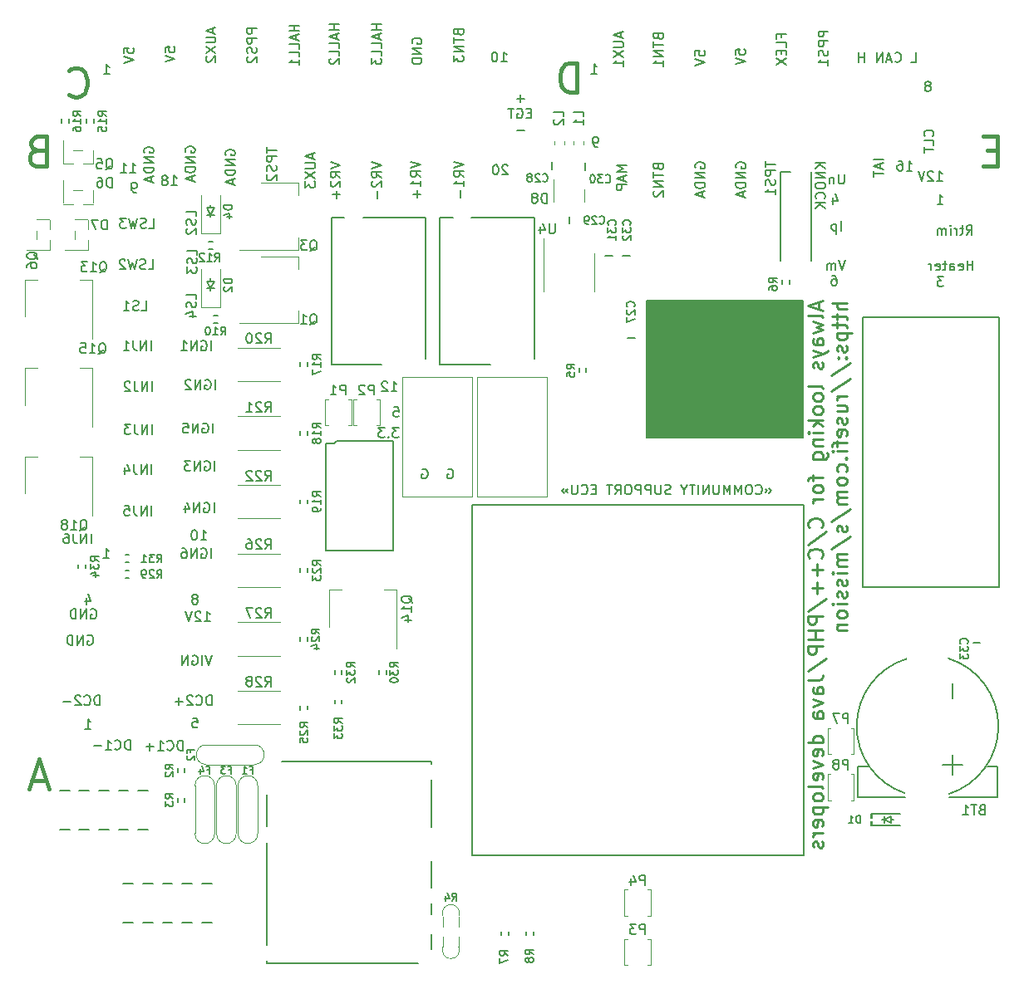
<source format=gbo>
G04 #@! TF.GenerationSoftware,KiCad,Pcbnew,7.0.10-7.0.10~ubuntu22.04.1*
G04 #@! TF.CreationDate,2024-01-18T17:40:58+00:00*
G04 #@! TF.ProjectId,uaefi,75616566-692e-46b6-9963-61645f706362,rev?*
G04 #@! TF.SameCoordinates,Original*
G04 #@! TF.FileFunction,Legend,Bot*
G04 #@! TF.FilePolarity,Positive*
%FSLAX46Y46*%
G04 Gerber Fmt 4.6, Leading zero omitted, Abs format (unit mm)*
G04 Created by KiCad (PCBNEW 7.0.10-7.0.10~ubuntu22.04.1) date 2024-01-18 17:40:58*
%MOMM*%
%LPD*%
G01*
G04 APERTURE LIST*
%ADD10C,0.150000*%
%ADD11C,0.450000*%
%ADD12C,0.250000*%
%ADD13C,0.127000*%
%ADD14C,0.170000*%
%ADD15C,0.120000*%
%ADD16C,0.200000*%
%ADD17C,0.099060*%
%ADD18C,0.150012*%
%ADD19C,0.203200*%
G04 APERTURE END LIST*
D10*
X63400000Y68900000D02*
X79350000Y68900000D01*
X79350000Y54900000D01*
X63400000Y54900000D01*
X63400000Y68900000D01*
G36*
X63400000Y68900000D02*
G01*
X79350000Y68900000D01*
X79350000Y54900000D01*
X63400000Y54900000D01*
X63400000Y68900000D01*
G37*
X39552438Y95111905D02*
X39504819Y95207143D01*
X39504819Y95207143D02*
X39504819Y95350000D01*
X39504819Y95350000D02*
X39552438Y95492857D01*
X39552438Y95492857D02*
X39647676Y95588095D01*
X39647676Y95588095D02*
X39742914Y95635714D01*
X39742914Y95635714D02*
X39933390Y95683333D01*
X39933390Y95683333D02*
X40076247Y95683333D01*
X40076247Y95683333D02*
X40266723Y95635714D01*
X40266723Y95635714D02*
X40361961Y95588095D01*
X40361961Y95588095D02*
X40457200Y95492857D01*
X40457200Y95492857D02*
X40504819Y95350000D01*
X40504819Y95350000D02*
X40504819Y95254762D01*
X40504819Y95254762D02*
X40457200Y95111905D01*
X40457200Y95111905D02*
X40409580Y95064286D01*
X40409580Y95064286D02*
X40076247Y95064286D01*
X40076247Y95064286D02*
X40076247Y95254762D01*
X40504819Y94635714D02*
X39504819Y94635714D01*
X39504819Y94635714D02*
X40504819Y94064286D01*
X40504819Y94064286D02*
X39504819Y94064286D01*
X40504819Y93588095D02*
X39504819Y93588095D01*
X39504819Y93588095D02*
X39504819Y93350000D01*
X39504819Y93350000D02*
X39552438Y93207143D01*
X39552438Y93207143D02*
X39647676Y93111905D01*
X39647676Y93111905D02*
X39742914Y93064286D01*
X39742914Y93064286D02*
X39933390Y93016667D01*
X39933390Y93016667D02*
X40076247Y93016667D01*
X40076247Y93016667D02*
X40266723Y93064286D01*
X40266723Y93064286D02*
X40361961Y93111905D01*
X40361961Y93111905D02*
X40457200Y93207143D01*
X40457200Y93207143D02*
X40504819Y93350000D01*
X40504819Y93350000D02*
X40504819Y93588095D01*
X6461904Y34747562D02*
X6557142Y34795181D01*
X6557142Y34795181D02*
X6699999Y34795181D01*
X6699999Y34795181D02*
X6842856Y34747562D01*
X6842856Y34747562D02*
X6938094Y34652324D01*
X6938094Y34652324D02*
X6985713Y34557086D01*
X6985713Y34557086D02*
X7033332Y34366610D01*
X7033332Y34366610D02*
X7033332Y34223753D01*
X7033332Y34223753D02*
X6985713Y34033277D01*
X6985713Y34033277D02*
X6938094Y33938039D01*
X6938094Y33938039D02*
X6842856Y33842800D01*
X6842856Y33842800D02*
X6699999Y33795181D01*
X6699999Y33795181D02*
X6604761Y33795181D01*
X6604761Y33795181D02*
X6461904Y33842800D01*
X6461904Y33842800D02*
X6414285Y33890420D01*
X6414285Y33890420D02*
X6414285Y34223753D01*
X6414285Y34223753D02*
X6604761Y34223753D01*
X5985713Y33795181D02*
X5985713Y34795181D01*
X5985713Y34795181D02*
X5414285Y33795181D01*
X5414285Y33795181D02*
X5414285Y34795181D01*
X4938094Y33795181D02*
X4938094Y34795181D01*
X4938094Y34795181D02*
X4699999Y34795181D01*
X4699999Y34795181D02*
X4557142Y34747562D01*
X4557142Y34747562D02*
X4461904Y34652324D01*
X4461904Y34652324D02*
X4414285Y34557086D01*
X4414285Y34557086D02*
X4366666Y34366610D01*
X4366666Y34366610D02*
X4366666Y34223753D01*
X4366666Y34223753D02*
X4414285Y34033277D01*
X4414285Y34033277D02*
X4461904Y33938039D01*
X4461904Y33938039D02*
X4557142Y33842800D01*
X4557142Y33842800D02*
X4699999Y33795181D01*
X4699999Y33795181D02*
X4938094Y33795181D01*
X14990476Y80645181D02*
X15561904Y80645181D01*
X15276190Y80645181D02*
X15276190Y81645181D01*
X15276190Y81645181D02*
X15371428Y81502324D01*
X15371428Y81502324D02*
X15466666Y81407086D01*
X15466666Y81407086D02*
X15561904Y81359467D01*
X14419047Y81216610D02*
X14514285Y81264229D01*
X14514285Y81264229D02*
X14561904Y81311848D01*
X14561904Y81311848D02*
X14609523Y81407086D01*
X14609523Y81407086D02*
X14609523Y81454705D01*
X14609523Y81454705D02*
X14561904Y81549943D01*
X14561904Y81549943D02*
X14514285Y81597562D01*
X14514285Y81597562D02*
X14419047Y81645181D01*
X14419047Y81645181D02*
X14228571Y81645181D01*
X14228571Y81645181D02*
X14133333Y81597562D01*
X14133333Y81597562D02*
X14085714Y81549943D01*
X14085714Y81549943D02*
X14038095Y81454705D01*
X14038095Y81454705D02*
X14038095Y81407086D01*
X14038095Y81407086D02*
X14085714Y81311848D01*
X14085714Y81311848D02*
X14133333Y81264229D01*
X14133333Y81264229D02*
X14228571Y81216610D01*
X14228571Y81216610D02*
X14419047Y81216610D01*
X14419047Y81216610D02*
X14514285Y81168991D01*
X14514285Y81168991D02*
X14561904Y81121372D01*
X14561904Y81121372D02*
X14609523Y81026134D01*
X14609523Y81026134D02*
X14609523Y80835658D01*
X14609523Y80835658D02*
X14561904Y80740420D01*
X14561904Y80740420D02*
X14514285Y80692800D01*
X14514285Y80692800D02*
X14419047Y80645181D01*
X14419047Y80645181D02*
X14228571Y80645181D01*
X14228571Y80645181D02*
X14133333Y80692800D01*
X14133333Y80692800D02*
X14085714Y80740420D01*
X14085714Y80740420D02*
X14038095Y80835658D01*
X14038095Y80835658D02*
X14038095Y81026134D01*
X14038095Y81026134D02*
X14085714Y81121372D01*
X14085714Y81121372D02*
X14133333Y81168991D01*
X14133333Y81168991D02*
X14228571Y81216610D01*
X36404819Y97050000D02*
X35404819Y97050000D01*
X35881009Y97050000D02*
X35881009Y96478572D01*
X36404819Y96478572D02*
X35404819Y96478572D01*
X36119104Y96050000D02*
X36119104Y95573810D01*
X36404819Y96145238D02*
X35404819Y95811905D01*
X35404819Y95811905D02*
X36404819Y95478572D01*
X36404819Y94669048D02*
X36404819Y95145238D01*
X36404819Y95145238D02*
X35404819Y95145238D01*
X36404819Y93859524D02*
X36404819Y94335714D01*
X36404819Y94335714D02*
X35404819Y94335714D01*
X35404819Y93621428D02*
X35404819Y93002381D01*
X35404819Y93002381D02*
X35785771Y93335714D01*
X35785771Y93335714D02*
X35785771Y93192857D01*
X35785771Y93192857D02*
X35833390Y93097619D01*
X35833390Y93097619D02*
X35881009Y93050000D01*
X35881009Y93050000D02*
X35976247Y93002381D01*
X35976247Y93002381D02*
X36214342Y93002381D01*
X36214342Y93002381D02*
X36309580Y93050000D01*
X36309580Y93050000D02*
X36357200Y93097619D01*
X36357200Y93097619D02*
X36404819Y93192857D01*
X36404819Y93192857D02*
X36404819Y93478571D01*
X36404819Y93478571D02*
X36357200Y93573809D01*
X36357200Y93573809D02*
X36309580Y93621428D01*
X17161904Y26345181D02*
X17638094Y26345181D01*
X17638094Y26345181D02*
X17685713Y25868991D01*
X17685713Y25868991D02*
X17638094Y25916610D01*
X17638094Y25916610D02*
X17542856Y25964229D01*
X17542856Y25964229D02*
X17304761Y25964229D01*
X17304761Y25964229D02*
X17209523Y25916610D01*
X17209523Y25916610D02*
X17161904Y25868991D01*
X17161904Y25868991D02*
X17114285Y25773753D01*
X17114285Y25773753D02*
X17114285Y25535658D01*
X17114285Y25535658D02*
X17161904Y25440420D01*
X17161904Y25440420D02*
X17209523Y25392800D01*
X17209523Y25392800D02*
X17304761Y25345181D01*
X17304761Y25345181D02*
X17542856Y25345181D01*
X17542856Y25345181D02*
X17638094Y25392800D01*
X17638094Y25392800D02*
X17685713Y25440420D01*
X19107142Y27645181D02*
X19107142Y28645181D01*
X19107142Y28645181D02*
X18869047Y28645181D01*
X18869047Y28645181D02*
X18726190Y28597562D01*
X18726190Y28597562D02*
X18630952Y28502324D01*
X18630952Y28502324D02*
X18583333Y28407086D01*
X18583333Y28407086D02*
X18535714Y28216610D01*
X18535714Y28216610D02*
X18535714Y28073753D01*
X18535714Y28073753D02*
X18583333Y27883277D01*
X18583333Y27883277D02*
X18630952Y27788039D01*
X18630952Y27788039D02*
X18726190Y27692800D01*
X18726190Y27692800D02*
X18869047Y27645181D01*
X18869047Y27645181D02*
X19107142Y27645181D01*
X17535714Y27740420D02*
X17583333Y27692800D01*
X17583333Y27692800D02*
X17726190Y27645181D01*
X17726190Y27645181D02*
X17821428Y27645181D01*
X17821428Y27645181D02*
X17964285Y27692800D01*
X17964285Y27692800D02*
X18059523Y27788039D01*
X18059523Y27788039D02*
X18107142Y27883277D01*
X18107142Y27883277D02*
X18154761Y28073753D01*
X18154761Y28073753D02*
X18154761Y28216610D01*
X18154761Y28216610D02*
X18107142Y28407086D01*
X18107142Y28407086D02*
X18059523Y28502324D01*
X18059523Y28502324D02*
X17964285Y28597562D01*
X17964285Y28597562D02*
X17821428Y28645181D01*
X17821428Y28645181D02*
X17726190Y28645181D01*
X17726190Y28645181D02*
X17583333Y28597562D01*
X17583333Y28597562D02*
X17535714Y28549943D01*
X17154761Y28549943D02*
X17107142Y28597562D01*
X17107142Y28597562D02*
X17011904Y28645181D01*
X17011904Y28645181D02*
X16773809Y28645181D01*
X16773809Y28645181D02*
X16678571Y28597562D01*
X16678571Y28597562D02*
X16630952Y28549943D01*
X16630952Y28549943D02*
X16583333Y28454705D01*
X16583333Y28454705D02*
X16583333Y28359467D01*
X16583333Y28359467D02*
X16630952Y28216610D01*
X16630952Y28216610D02*
X17202380Y27645181D01*
X17202380Y27645181D02*
X16583333Y27645181D01*
X16154761Y28026134D02*
X15392857Y28026134D01*
X15773809Y27645181D02*
X15773809Y28407086D01*
X13030951Y59645181D02*
X13030951Y60645181D01*
X12554761Y59645181D02*
X12554761Y60645181D01*
X12554761Y60645181D02*
X11983333Y59645181D01*
X11983333Y59645181D02*
X11983333Y60645181D01*
X11221428Y60645181D02*
X11221428Y59930896D01*
X11221428Y59930896D02*
X11269047Y59788039D01*
X11269047Y59788039D02*
X11364285Y59692800D01*
X11364285Y59692800D02*
X11507142Y59645181D01*
X11507142Y59645181D02*
X11602380Y59645181D01*
X10792856Y60549943D02*
X10745237Y60597562D01*
X10745237Y60597562D02*
X10649999Y60645181D01*
X10649999Y60645181D02*
X10411904Y60645181D01*
X10411904Y60645181D02*
X10316666Y60597562D01*
X10316666Y60597562D02*
X10269047Y60549943D01*
X10269047Y60549943D02*
X10221428Y60454705D01*
X10221428Y60454705D02*
X10221428Y60359467D01*
X10221428Y60359467D02*
X10269047Y60216610D01*
X10269047Y60216610D02*
X10840475Y59645181D01*
X10840475Y59645181D02*
X10221428Y59645181D01*
X39404819Y83078571D02*
X40404819Y82745238D01*
X40404819Y82745238D02*
X39404819Y82411905D01*
X40404819Y81507143D02*
X39928628Y81840476D01*
X40404819Y82078571D02*
X39404819Y82078571D01*
X39404819Y82078571D02*
X39404819Y81697619D01*
X39404819Y81697619D02*
X39452438Y81602381D01*
X39452438Y81602381D02*
X39500057Y81554762D01*
X39500057Y81554762D02*
X39595295Y81507143D01*
X39595295Y81507143D02*
X39738152Y81507143D01*
X39738152Y81507143D02*
X39833390Y81554762D01*
X39833390Y81554762D02*
X39881009Y81602381D01*
X39881009Y81602381D02*
X39928628Y81697619D01*
X39928628Y81697619D02*
X39928628Y82078571D01*
X40404819Y80554762D02*
X40404819Y81126190D01*
X40404819Y80840476D02*
X39404819Y80840476D01*
X39404819Y80840476D02*
X39547676Y80935714D01*
X39547676Y80935714D02*
X39642914Y81030952D01*
X39642914Y81030952D02*
X39690533Y81126190D01*
X40023866Y80126190D02*
X40023866Y79364285D01*
X40404819Y79745238D02*
X39642914Y79745238D01*
X82309523Y71445181D02*
X82499999Y71445181D01*
X82499999Y71445181D02*
X82595237Y71397562D01*
X82595237Y71397562D02*
X82642856Y71349943D01*
X82642856Y71349943D02*
X82738094Y71207086D01*
X82738094Y71207086D02*
X82785713Y71016610D01*
X82785713Y71016610D02*
X82785713Y70635658D01*
X82785713Y70635658D02*
X82738094Y70540420D01*
X82738094Y70540420D02*
X82690475Y70492800D01*
X82690475Y70492800D02*
X82595237Y70445181D01*
X82595237Y70445181D02*
X82404761Y70445181D01*
X82404761Y70445181D02*
X82309523Y70492800D01*
X82309523Y70492800D02*
X82261904Y70540420D01*
X82261904Y70540420D02*
X82214285Y70635658D01*
X82214285Y70635658D02*
X82214285Y70873753D01*
X82214285Y70873753D02*
X82261904Y70968991D01*
X82261904Y70968991D02*
X82309523Y71016610D01*
X82309523Y71016610D02*
X82404761Y71064229D01*
X82404761Y71064229D02*
X82595237Y71064229D01*
X82595237Y71064229D02*
X82690475Y71016610D01*
X82690475Y71016610D02*
X82738094Y70968991D01*
X82738094Y70968991D02*
X82785713Y70873753D01*
X10154819Y94140477D02*
X10154819Y94616667D01*
X10154819Y94616667D02*
X10631009Y94664286D01*
X10631009Y94664286D02*
X10583390Y94616667D01*
X10583390Y94616667D02*
X10535771Y94521429D01*
X10535771Y94521429D02*
X10535771Y94283334D01*
X10535771Y94283334D02*
X10583390Y94188096D01*
X10583390Y94188096D02*
X10631009Y94140477D01*
X10631009Y94140477D02*
X10726247Y94092858D01*
X10726247Y94092858D02*
X10964342Y94092858D01*
X10964342Y94092858D02*
X11059580Y94140477D01*
X11059580Y94140477D02*
X11107200Y94188096D01*
X11107200Y94188096D02*
X11154819Y94283334D01*
X11154819Y94283334D02*
X11154819Y94521429D01*
X11154819Y94521429D02*
X11107200Y94616667D01*
X11107200Y94616667D02*
X11059580Y94664286D01*
X10154819Y93807143D02*
X11154819Y93473810D01*
X11154819Y93473810D02*
X10154819Y93140477D01*
X38147618Y55945181D02*
X37528571Y55945181D01*
X37528571Y55945181D02*
X37861904Y55564229D01*
X37861904Y55564229D02*
X37719047Y55564229D01*
X37719047Y55564229D02*
X37623809Y55516610D01*
X37623809Y55516610D02*
X37576190Y55468991D01*
X37576190Y55468991D02*
X37528571Y55373753D01*
X37528571Y55373753D02*
X37528571Y55135658D01*
X37528571Y55135658D02*
X37576190Y55040420D01*
X37576190Y55040420D02*
X37623809Y54992800D01*
X37623809Y54992800D02*
X37719047Y54945181D01*
X37719047Y54945181D02*
X38004761Y54945181D01*
X38004761Y54945181D02*
X38099999Y54992800D01*
X38099999Y54992800D02*
X38147618Y55040420D01*
X37099999Y55040420D02*
X37052380Y54992800D01*
X37052380Y54992800D02*
X37099999Y54945181D01*
X37099999Y54945181D02*
X37147618Y54992800D01*
X37147618Y54992800D02*
X37099999Y55040420D01*
X37099999Y55040420D02*
X37099999Y54945181D01*
X36719047Y55945181D02*
X36100000Y55945181D01*
X36100000Y55945181D02*
X36433333Y55564229D01*
X36433333Y55564229D02*
X36290476Y55564229D01*
X36290476Y55564229D02*
X36195238Y55516610D01*
X36195238Y55516610D02*
X36147619Y55468991D01*
X36147619Y55468991D02*
X36100000Y55373753D01*
X36100000Y55373753D02*
X36100000Y55135658D01*
X36100000Y55135658D02*
X36147619Y55040420D01*
X36147619Y55040420D02*
X36195238Y54992800D01*
X36195238Y54992800D02*
X36290476Y54945181D01*
X36290476Y54945181D02*
X36576190Y54945181D01*
X36576190Y54945181D02*
X36671428Y54992800D01*
X36671428Y54992800D02*
X36719047Y55040420D01*
X18001237Y44500562D02*
X18572665Y44500562D01*
X18286951Y44500562D02*
X18286951Y45500562D01*
X18286951Y45500562D02*
X18382189Y45357705D01*
X18382189Y45357705D02*
X18477427Y45262467D01*
X18477427Y45262467D02*
X18572665Y45214848D01*
X17382189Y45500562D02*
X17286951Y45500562D01*
X17286951Y45500562D02*
X17191713Y45452943D01*
X17191713Y45452943D02*
X17144094Y45405324D01*
X17144094Y45405324D02*
X17096475Y45310086D01*
X17096475Y45310086D02*
X17048856Y45119610D01*
X17048856Y45119610D02*
X17048856Y44881515D01*
X17048856Y44881515D02*
X17096475Y44691039D01*
X17096475Y44691039D02*
X17144094Y44595801D01*
X17144094Y44595801D02*
X17191713Y44548181D01*
X17191713Y44548181D02*
X17286951Y44500562D01*
X17286951Y44500562D02*
X17382189Y44500562D01*
X17382189Y44500562D02*
X17477427Y44548181D01*
X17477427Y44548181D02*
X17525046Y44595801D01*
X17525046Y44595801D02*
X17572665Y44691039D01*
X17572665Y44691039D02*
X17620284Y44881515D01*
X17620284Y44881515D02*
X17620284Y45119610D01*
X17620284Y45119610D02*
X17572665Y45310086D01*
X17572665Y45310086D02*
X17525046Y45405324D01*
X17525046Y45405324D02*
X17477427Y45452943D01*
X17477427Y45452943D02*
X17382189Y45500562D01*
X6811904Y37397562D02*
X6907142Y37445181D01*
X6907142Y37445181D02*
X7049999Y37445181D01*
X7049999Y37445181D02*
X7192856Y37397562D01*
X7192856Y37397562D02*
X7288094Y37302324D01*
X7288094Y37302324D02*
X7335713Y37207086D01*
X7335713Y37207086D02*
X7383332Y37016610D01*
X7383332Y37016610D02*
X7383332Y36873753D01*
X7383332Y36873753D02*
X7335713Y36683277D01*
X7335713Y36683277D02*
X7288094Y36588039D01*
X7288094Y36588039D02*
X7192856Y36492800D01*
X7192856Y36492800D02*
X7049999Y36445181D01*
X7049999Y36445181D02*
X6954761Y36445181D01*
X6954761Y36445181D02*
X6811904Y36492800D01*
X6811904Y36492800D02*
X6764285Y36540420D01*
X6764285Y36540420D02*
X6764285Y36873753D01*
X6764285Y36873753D02*
X6954761Y36873753D01*
X6335713Y36445181D02*
X6335713Y37445181D01*
X6335713Y37445181D02*
X5764285Y36445181D01*
X5764285Y36445181D02*
X5764285Y37445181D01*
X5288094Y36445181D02*
X5288094Y37445181D01*
X5288094Y37445181D02*
X5049999Y37445181D01*
X5049999Y37445181D02*
X4907142Y37397562D01*
X4907142Y37397562D02*
X4811904Y37302324D01*
X4811904Y37302324D02*
X4764285Y37207086D01*
X4764285Y37207086D02*
X4716666Y37016610D01*
X4716666Y37016610D02*
X4716666Y36873753D01*
X4716666Y36873753D02*
X4764285Y36683277D01*
X4764285Y36683277D02*
X4811904Y36588039D01*
X4811904Y36588039D02*
X4907142Y36492800D01*
X4907142Y36492800D02*
X5049999Y36445181D01*
X5049999Y36445181D02*
X5288094Y36445181D01*
X17504819Y69042858D02*
X17504819Y69519048D01*
X17504819Y69519048D02*
X16504819Y69519048D01*
X17457200Y68757143D02*
X17504819Y68614286D01*
X17504819Y68614286D02*
X17504819Y68376191D01*
X17504819Y68376191D02*
X17457200Y68280953D01*
X17457200Y68280953D02*
X17409580Y68233334D01*
X17409580Y68233334D02*
X17314342Y68185715D01*
X17314342Y68185715D02*
X17219104Y68185715D01*
X17219104Y68185715D02*
X17123866Y68233334D01*
X17123866Y68233334D02*
X17076247Y68280953D01*
X17076247Y68280953D02*
X17028628Y68376191D01*
X17028628Y68376191D02*
X16981009Y68566667D01*
X16981009Y68566667D02*
X16933390Y68661905D01*
X16933390Y68661905D02*
X16885771Y68709524D01*
X16885771Y68709524D02*
X16790533Y68757143D01*
X16790533Y68757143D02*
X16695295Y68757143D01*
X16695295Y68757143D02*
X16600057Y68709524D01*
X16600057Y68709524D02*
X16552438Y68661905D01*
X16552438Y68661905D02*
X16504819Y68566667D01*
X16504819Y68566667D02*
X16504819Y68328572D01*
X16504819Y68328572D02*
X16552438Y68185715D01*
X16838152Y67328572D02*
X17504819Y67328572D01*
X16457200Y67566667D02*
X17171485Y67804762D01*
X17171485Y67804762D02*
X17171485Y67185715D01*
X64581009Y95809524D02*
X64628628Y95666667D01*
X64628628Y95666667D02*
X64676247Y95619048D01*
X64676247Y95619048D02*
X64771485Y95571429D01*
X64771485Y95571429D02*
X64914342Y95571429D01*
X64914342Y95571429D02*
X65009580Y95619048D01*
X65009580Y95619048D02*
X65057200Y95666667D01*
X65057200Y95666667D02*
X65104819Y95761905D01*
X65104819Y95761905D02*
X65104819Y96142857D01*
X65104819Y96142857D02*
X64104819Y96142857D01*
X64104819Y96142857D02*
X64104819Y95809524D01*
X64104819Y95809524D02*
X64152438Y95714286D01*
X64152438Y95714286D02*
X64200057Y95666667D01*
X64200057Y95666667D02*
X64295295Y95619048D01*
X64295295Y95619048D02*
X64390533Y95619048D01*
X64390533Y95619048D02*
X64485771Y95666667D01*
X64485771Y95666667D02*
X64533390Y95714286D01*
X64533390Y95714286D02*
X64581009Y95809524D01*
X64581009Y95809524D02*
X64581009Y96142857D01*
X64104819Y95285714D02*
X64104819Y94714286D01*
X65104819Y95000000D02*
X64104819Y95000000D01*
X65104819Y94380952D02*
X64104819Y94380952D01*
X64104819Y94380952D02*
X65104819Y93809524D01*
X65104819Y93809524D02*
X64104819Y93809524D01*
X65104819Y92809524D02*
X65104819Y93380952D01*
X65104819Y93095238D02*
X64104819Y93095238D01*
X64104819Y93095238D02*
X64247676Y93190476D01*
X64247676Y93190476D02*
X64342914Y93285714D01*
X64342914Y93285714D02*
X64390533Y93380952D01*
X11390475Y79945181D02*
X11199999Y79945181D01*
X11199999Y79945181D02*
X11104761Y79992800D01*
X11104761Y79992800D02*
X11057142Y80040420D01*
X11057142Y80040420D02*
X10961904Y80183277D01*
X10961904Y80183277D02*
X10914285Y80373753D01*
X10914285Y80373753D02*
X10914285Y80754705D01*
X10914285Y80754705D02*
X10961904Y80849943D01*
X10961904Y80849943D02*
X11009523Y80897562D01*
X11009523Y80897562D02*
X11104761Y80945181D01*
X11104761Y80945181D02*
X11295237Y80945181D01*
X11295237Y80945181D02*
X11390475Y80897562D01*
X11390475Y80897562D02*
X11438094Y80849943D01*
X11438094Y80849943D02*
X11485713Y80754705D01*
X11485713Y80754705D02*
X11485713Y80516610D01*
X11485713Y80516610D02*
X11438094Y80421372D01*
X11438094Y80421372D02*
X11390475Y80373753D01*
X11390475Y80373753D02*
X11295237Y80326134D01*
X11295237Y80326134D02*
X11104761Y80326134D01*
X11104761Y80326134D02*
X11009523Y80373753D01*
X11009523Y80373753D02*
X10961904Y80421372D01*
X10961904Y80421372D02*
X10914285Y80516610D01*
X35404819Y83028571D02*
X36404819Y82695238D01*
X36404819Y82695238D02*
X35404819Y82361905D01*
X36404819Y81457143D02*
X35928628Y81790476D01*
X36404819Y82028571D02*
X35404819Y82028571D01*
X35404819Y82028571D02*
X35404819Y81647619D01*
X35404819Y81647619D02*
X35452438Y81552381D01*
X35452438Y81552381D02*
X35500057Y81504762D01*
X35500057Y81504762D02*
X35595295Y81457143D01*
X35595295Y81457143D02*
X35738152Y81457143D01*
X35738152Y81457143D02*
X35833390Y81504762D01*
X35833390Y81504762D02*
X35881009Y81552381D01*
X35881009Y81552381D02*
X35928628Y81647619D01*
X35928628Y81647619D02*
X35928628Y82028571D01*
X35500057Y81076190D02*
X35452438Y81028571D01*
X35452438Y81028571D02*
X35404819Y80933333D01*
X35404819Y80933333D02*
X35404819Y80695238D01*
X35404819Y80695238D02*
X35452438Y80600000D01*
X35452438Y80600000D02*
X35500057Y80552381D01*
X35500057Y80552381D02*
X35595295Y80504762D01*
X35595295Y80504762D02*
X35690533Y80504762D01*
X35690533Y80504762D02*
X35833390Y80552381D01*
X35833390Y80552381D02*
X36404819Y81123809D01*
X36404819Y81123809D02*
X36404819Y80504762D01*
X36023866Y80076190D02*
X36023866Y79314285D01*
X10790476Y81945181D02*
X11361904Y81945181D01*
X11076190Y81945181D02*
X11076190Y82945181D01*
X11076190Y82945181D02*
X11171428Y82802324D01*
X11171428Y82802324D02*
X11266666Y82707086D01*
X11266666Y82707086D02*
X11361904Y82659467D01*
X9838095Y81945181D02*
X10409523Y81945181D01*
X10123809Y81945181D02*
X10123809Y82945181D01*
X10123809Y82945181D02*
X10219047Y82802324D01*
X10219047Y82802324D02*
X10314285Y82707086D01*
X10314285Y82707086D02*
X10409523Y82659467D01*
X28004819Y96950000D02*
X27004819Y96950000D01*
X27481009Y96950000D02*
X27481009Y96378572D01*
X28004819Y96378572D02*
X27004819Y96378572D01*
X27719104Y95950000D02*
X27719104Y95473810D01*
X28004819Y96045238D02*
X27004819Y95711905D01*
X27004819Y95711905D02*
X28004819Y95378572D01*
X28004819Y94569048D02*
X28004819Y95045238D01*
X28004819Y95045238D02*
X27004819Y95045238D01*
X28004819Y93759524D02*
X28004819Y94235714D01*
X28004819Y94235714D02*
X27004819Y94235714D01*
X28004819Y92902381D02*
X28004819Y93473809D01*
X28004819Y93188095D02*
X27004819Y93188095D01*
X27004819Y93188095D02*
X27147676Y93283333D01*
X27147676Y93283333D02*
X27242914Y93378571D01*
X27242914Y93378571D02*
X27290533Y93473809D01*
X6309523Y38611848D02*
X6309523Y37945181D01*
X6547618Y38992800D02*
X6785713Y38278515D01*
X6785713Y38278515D02*
X6166666Y38278515D01*
D11*
X1285712Y84206972D02*
X857140Y84064115D01*
X857140Y84064115D02*
X714283Y83921258D01*
X714283Y83921258D02*
X571426Y83635543D01*
X571426Y83635543D02*
X571426Y83206972D01*
X571426Y83206972D02*
X714283Y82921258D01*
X714283Y82921258D02*
X857140Y82778400D01*
X857140Y82778400D02*
X1142855Y82635543D01*
X1142855Y82635543D02*
X2285712Y82635543D01*
X2285712Y82635543D02*
X2285712Y85635543D01*
X2285712Y85635543D02*
X1285712Y85635543D01*
X1285712Y85635543D02*
X999998Y85492686D01*
X999998Y85492686D02*
X857140Y85349829D01*
X857140Y85349829D02*
X714283Y85064115D01*
X714283Y85064115D02*
X714283Y84778400D01*
X714283Y84778400D02*
X857140Y84492686D01*
X857140Y84492686D02*
X999998Y84349829D01*
X999998Y84349829D02*
X1285712Y84206972D01*
X1285712Y84206972D02*
X2285712Y84206972D01*
D10*
X96640476Y71995181D02*
X96640476Y72995181D01*
X96640476Y72518991D02*
X96069048Y72518991D01*
X96069048Y71995181D02*
X96069048Y72995181D01*
X95211905Y72042800D02*
X95307143Y71995181D01*
X95307143Y71995181D02*
X95497619Y71995181D01*
X95497619Y71995181D02*
X95592857Y72042800D01*
X95592857Y72042800D02*
X95640476Y72138039D01*
X95640476Y72138039D02*
X95640476Y72518991D01*
X95640476Y72518991D02*
X95592857Y72614229D01*
X95592857Y72614229D02*
X95497619Y72661848D01*
X95497619Y72661848D02*
X95307143Y72661848D01*
X95307143Y72661848D02*
X95211905Y72614229D01*
X95211905Y72614229D02*
X95164286Y72518991D01*
X95164286Y72518991D02*
X95164286Y72423753D01*
X95164286Y72423753D02*
X95640476Y72328515D01*
X94307143Y71995181D02*
X94307143Y72518991D01*
X94307143Y72518991D02*
X94354762Y72614229D01*
X94354762Y72614229D02*
X94450000Y72661848D01*
X94450000Y72661848D02*
X94640476Y72661848D01*
X94640476Y72661848D02*
X94735714Y72614229D01*
X94307143Y72042800D02*
X94402381Y71995181D01*
X94402381Y71995181D02*
X94640476Y71995181D01*
X94640476Y71995181D02*
X94735714Y72042800D01*
X94735714Y72042800D02*
X94783333Y72138039D01*
X94783333Y72138039D02*
X94783333Y72233277D01*
X94783333Y72233277D02*
X94735714Y72328515D01*
X94735714Y72328515D02*
X94640476Y72376134D01*
X94640476Y72376134D02*
X94402381Y72376134D01*
X94402381Y72376134D02*
X94307143Y72423753D01*
X93973809Y72661848D02*
X93592857Y72661848D01*
X93830952Y72995181D02*
X93830952Y72138039D01*
X93830952Y72138039D02*
X93783333Y72042800D01*
X93783333Y72042800D02*
X93688095Y71995181D01*
X93688095Y71995181D02*
X93592857Y71995181D01*
X92878571Y72042800D02*
X92973809Y71995181D01*
X92973809Y71995181D02*
X93164285Y71995181D01*
X93164285Y71995181D02*
X93259523Y72042800D01*
X93259523Y72042800D02*
X93307142Y72138039D01*
X93307142Y72138039D02*
X93307142Y72518991D01*
X93307142Y72518991D02*
X93259523Y72614229D01*
X93259523Y72614229D02*
X93164285Y72661848D01*
X93164285Y72661848D02*
X92973809Y72661848D01*
X92973809Y72661848D02*
X92878571Y72614229D01*
X92878571Y72614229D02*
X92830952Y72518991D01*
X92830952Y72518991D02*
X92830952Y72423753D01*
X92830952Y72423753D02*
X93307142Y72328515D01*
X92402380Y71995181D02*
X92402380Y72661848D01*
X92402380Y72471372D02*
X92354761Y72566610D01*
X92354761Y72566610D02*
X92307142Y72614229D01*
X92307142Y72614229D02*
X92211904Y72661848D01*
X92211904Y72661848D02*
X92116666Y72661848D01*
X93633332Y71345181D02*
X93014285Y71345181D01*
X93014285Y71345181D02*
X93347618Y70964229D01*
X93347618Y70964229D02*
X93204761Y70964229D01*
X93204761Y70964229D02*
X93109523Y70916610D01*
X93109523Y70916610D02*
X93061904Y70868991D01*
X93061904Y70868991D02*
X93014285Y70773753D01*
X93014285Y70773753D02*
X93014285Y70535658D01*
X93014285Y70535658D02*
X93061904Y70440420D01*
X93061904Y70440420D02*
X93109523Y70392800D01*
X93109523Y70392800D02*
X93204761Y70345181D01*
X93204761Y70345181D02*
X93490475Y70345181D01*
X93490475Y70345181D02*
X93585713Y70392800D01*
X93585713Y70392800D02*
X93633332Y70440420D01*
X17604819Y73542858D02*
X17604819Y74019048D01*
X17604819Y74019048D02*
X16604819Y74019048D01*
X17557200Y73257143D02*
X17604819Y73114286D01*
X17604819Y73114286D02*
X17604819Y72876191D01*
X17604819Y72876191D02*
X17557200Y72780953D01*
X17557200Y72780953D02*
X17509580Y72733334D01*
X17509580Y72733334D02*
X17414342Y72685715D01*
X17414342Y72685715D02*
X17319104Y72685715D01*
X17319104Y72685715D02*
X17223866Y72733334D01*
X17223866Y72733334D02*
X17176247Y72780953D01*
X17176247Y72780953D02*
X17128628Y72876191D01*
X17128628Y72876191D02*
X17081009Y73066667D01*
X17081009Y73066667D02*
X17033390Y73161905D01*
X17033390Y73161905D02*
X16985771Y73209524D01*
X16985771Y73209524D02*
X16890533Y73257143D01*
X16890533Y73257143D02*
X16795295Y73257143D01*
X16795295Y73257143D02*
X16700057Y73209524D01*
X16700057Y73209524D02*
X16652438Y73161905D01*
X16652438Y73161905D02*
X16604819Y73066667D01*
X16604819Y73066667D02*
X16604819Y72828572D01*
X16604819Y72828572D02*
X16652438Y72685715D01*
X16604819Y72352381D02*
X16604819Y71733334D01*
X16604819Y71733334D02*
X16985771Y72066667D01*
X16985771Y72066667D02*
X16985771Y71923810D01*
X16985771Y71923810D02*
X17033390Y71828572D01*
X17033390Y71828572D02*
X17081009Y71780953D01*
X17081009Y71780953D02*
X17176247Y71733334D01*
X17176247Y71733334D02*
X17414342Y71733334D01*
X17414342Y71733334D02*
X17509580Y71780953D01*
X17509580Y71780953D02*
X17557200Y71828572D01*
X17557200Y71828572D02*
X17604819Y71923810D01*
X17604819Y71923810D02*
X17604819Y72209524D01*
X17604819Y72209524D02*
X17557200Y72304762D01*
X17557200Y72304762D02*
X17509580Y72352381D01*
X72454819Y93990477D02*
X72454819Y94466667D01*
X72454819Y94466667D02*
X72931009Y94514286D01*
X72931009Y94514286D02*
X72883390Y94466667D01*
X72883390Y94466667D02*
X72835771Y94371429D01*
X72835771Y94371429D02*
X72835771Y94133334D01*
X72835771Y94133334D02*
X72883390Y94038096D01*
X72883390Y94038096D02*
X72931009Y93990477D01*
X72931009Y93990477D02*
X73026247Y93942858D01*
X73026247Y93942858D02*
X73264342Y93942858D01*
X73264342Y93942858D02*
X73359580Y93990477D01*
X73359580Y93990477D02*
X73407200Y94038096D01*
X73407200Y94038096D02*
X73454819Y94133334D01*
X73454819Y94133334D02*
X73454819Y94371429D01*
X73454819Y94371429D02*
X73407200Y94466667D01*
X73407200Y94466667D02*
X73359580Y94514286D01*
X72454819Y93657143D02*
X73454819Y93323810D01*
X73454819Y93323810D02*
X72454819Y92990477D01*
D12*
X80944857Y68749813D02*
X80944857Y68035527D01*
X81373428Y68892670D02*
X79873428Y68392670D01*
X79873428Y68392670D02*
X81373428Y67892670D01*
X81373428Y67178385D02*
X81302000Y67321242D01*
X81302000Y67321242D02*
X81159142Y67392671D01*
X81159142Y67392671D02*
X79873428Y67392671D01*
X80373428Y66749814D02*
X81373428Y66464099D01*
X81373428Y66464099D02*
X80659142Y66178385D01*
X80659142Y66178385D02*
X81373428Y65892671D01*
X81373428Y65892671D02*
X80373428Y65606957D01*
X81373428Y64392670D02*
X80587714Y64392670D01*
X80587714Y64392670D02*
X80444857Y64464099D01*
X80444857Y64464099D02*
X80373428Y64606956D01*
X80373428Y64606956D02*
X80373428Y64892670D01*
X80373428Y64892670D02*
X80444857Y65035528D01*
X81302000Y64392670D02*
X81373428Y64535528D01*
X81373428Y64535528D02*
X81373428Y64892670D01*
X81373428Y64892670D02*
X81302000Y65035528D01*
X81302000Y65035528D02*
X81159142Y65106956D01*
X81159142Y65106956D02*
X81016285Y65106956D01*
X81016285Y65106956D02*
X80873428Y65035528D01*
X80873428Y65035528D02*
X80802000Y64892670D01*
X80802000Y64892670D02*
X80802000Y64535528D01*
X80802000Y64535528D02*
X80730571Y64392670D01*
X80373428Y63821242D02*
X81373428Y63464099D01*
X80373428Y63106956D02*
X81373428Y63464099D01*
X81373428Y63464099D02*
X81730571Y63606956D01*
X81730571Y63606956D02*
X81802000Y63678385D01*
X81802000Y63678385D02*
X81873428Y63821242D01*
X81302000Y62606956D02*
X81373428Y62464099D01*
X81373428Y62464099D02*
X81373428Y62178385D01*
X81373428Y62178385D02*
X81302000Y62035528D01*
X81302000Y62035528D02*
X81159142Y61964099D01*
X81159142Y61964099D02*
X81087714Y61964099D01*
X81087714Y61964099D02*
X80944857Y62035528D01*
X80944857Y62035528D02*
X80873428Y62178385D01*
X80873428Y62178385D02*
X80873428Y62392670D01*
X80873428Y62392670D02*
X80802000Y62535528D01*
X80802000Y62535528D02*
X80659142Y62606956D01*
X80659142Y62606956D02*
X80587714Y62606956D01*
X80587714Y62606956D02*
X80444857Y62535528D01*
X80444857Y62535528D02*
X80373428Y62392670D01*
X80373428Y62392670D02*
X80373428Y62178385D01*
X80373428Y62178385D02*
X80444857Y62035528D01*
X81373428Y59964099D02*
X81302000Y60106956D01*
X81302000Y60106956D02*
X81159142Y60178385D01*
X81159142Y60178385D02*
X79873428Y60178385D01*
X81373428Y59178385D02*
X81302000Y59321242D01*
X81302000Y59321242D02*
X81230571Y59392671D01*
X81230571Y59392671D02*
X81087714Y59464099D01*
X81087714Y59464099D02*
X80659142Y59464099D01*
X80659142Y59464099D02*
X80516285Y59392671D01*
X80516285Y59392671D02*
X80444857Y59321242D01*
X80444857Y59321242D02*
X80373428Y59178385D01*
X80373428Y59178385D02*
X80373428Y58964099D01*
X80373428Y58964099D02*
X80444857Y58821242D01*
X80444857Y58821242D02*
X80516285Y58749813D01*
X80516285Y58749813D02*
X80659142Y58678385D01*
X80659142Y58678385D02*
X81087714Y58678385D01*
X81087714Y58678385D02*
X81230571Y58749813D01*
X81230571Y58749813D02*
X81302000Y58821242D01*
X81302000Y58821242D02*
X81373428Y58964099D01*
X81373428Y58964099D02*
X81373428Y59178385D01*
X81373428Y57821242D02*
X81302000Y57964099D01*
X81302000Y57964099D02*
X81230571Y58035528D01*
X81230571Y58035528D02*
X81087714Y58106956D01*
X81087714Y58106956D02*
X80659142Y58106956D01*
X80659142Y58106956D02*
X80516285Y58035528D01*
X80516285Y58035528D02*
X80444857Y57964099D01*
X80444857Y57964099D02*
X80373428Y57821242D01*
X80373428Y57821242D02*
X80373428Y57606956D01*
X80373428Y57606956D02*
X80444857Y57464099D01*
X80444857Y57464099D02*
X80516285Y57392670D01*
X80516285Y57392670D02*
X80659142Y57321242D01*
X80659142Y57321242D02*
X81087714Y57321242D01*
X81087714Y57321242D02*
X81230571Y57392670D01*
X81230571Y57392670D02*
X81302000Y57464099D01*
X81302000Y57464099D02*
X81373428Y57606956D01*
X81373428Y57606956D02*
X81373428Y57821242D01*
X81373428Y56678385D02*
X79873428Y56678385D01*
X80802000Y56535527D02*
X81373428Y56106956D01*
X80373428Y56106956D02*
X80944857Y56678385D01*
X81373428Y55464099D02*
X80373428Y55464099D01*
X79873428Y55464099D02*
X79944857Y55535527D01*
X79944857Y55535527D02*
X80016285Y55464099D01*
X80016285Y55464099D02*
X79944857Y55392670D01*
X79944857Y55392670D02*
X79873428Y55464099D01*
X79873428Y55464099D02*
X80016285Y55464099D01*
X80373428Y54749813D02*
X81373428Y54749813D01*
X80516285Y54749813D02*
X80444857Y54678384D01*
X80444857Y54678384D02*
X80373428Y54535527D01*
X80373428Y54535527D02*
X80373428Y54321241D01*
X80373428Y54321241D02*
X80444857Y54178384D01*
X80444857Y54178384D02*
X80587714Y54106955D01*
X80587714Y54106955D02*
X81373428Y54106955D01*
X80373428Y52749812D02*
X81587714Y52749812D01*
X81587714Y52749812D02*
X81730571Y52821241D01*
X81730571Y52821241D02*
X81802000Y52892670D01*
X81802000Y52892670D02*
X81873428Y53035527D01*
X81873428Y53035527D02*
X81873428Y53249812D01*
X81873428Y53249812D02*
X81802000Y53392670D01*
X81302000Y52749812D02*
X81373428Y52892670D01*
X81373428Y52892670D02*
X81373428Y53178384D01*
X81373428Y53178384D02*
X81302000Y53321241D01*
X81302000Y53321241D02*
X81230571Y53392670D01*
X81230571Y53392670D02*
X81087714Y53464098D01*
X81087714Y53464098D02*
X80659142Y53464098D01*
X80659142Y53464098D02*
X80516285Y53392670D01*
X80516285Y53392670D02*
X80444857Y53321241D01*
X80444857Y53321241D02*
X80373428Y53178384D01*
X80373428Y53178384D02*
X80373428Y52892670D01*
X80373428Y52892670D02*
X80444857Y52749812D01*
X80373428Y51106955D02*
X80373428Y50535527D01*
X81373428Y50892670D02*
X80087714Y50892670D01*
X80087714Y50892670D02*
X79944857Y50821241D01*
X79944857Y50821241D02*
X79873428Y50678384D01*
X79873428Y50678384D02*
X79873428Y50535527D01*
X81373428Y49821241D02*
X81302000Y49964098D01*
X81302000Y49964098D02*
X81230571Y50035527D01*
X81230571Y50035527D02*
X81087714Y50106955D01*
X81087714Y50106955D02*
X80659142Y50106955D01*
X80659142Y50106955D02*
X80516285Y50035527D01*
X80516285Y50035527D02*
X80444857Y49964098D01*
X80444857Y49964098D02*
X80373428Y49821241D01*
X80373428Y49821241D02*
X80373428Y49606955D01*
X80373428Y49606955D02*
X80444857Y49464098D01*
X80444857Y49464098D02*
X80516285Y49392669D01*
X80516285Y49392669D02*
X80659142Y49321241D01*
X80659142Y49321241D02*
X81087714Y49321241D01*
X81087714Y49321241D02*
X81230571Y49392669D01*
X81230571Y49392669D02*
X81302000Y49464098D01*
X81302000Y49464098D02*
X81373428Y49606955D01*
X81373428Y49606955D02*
X81373428Y49821241D01*
X81373428Y48678384D02*
X80373428Y48678384D01*
X80659142Y48678384D02*
X80516285Y48606955D01*
X80516285Y48606955D02*
X80444857Y48535526D01*
X80444857Y48535526D02*
X80373428Y48392669D01*
X80373428Y48392669D02*
X80373428Y48249812D01*
X81230571Y45749813D02*
X81302000Y45821241D01*
X81302000Y45821241D02*
X81373428Y46035527D01*
X81373428Y46035527D02*
X81373428Y46178384D01*
X81373428Y46178384D02*
X81302000Y46392670D01*
X81302000Y46392670D02*
X81159142Y46535527D01*
X81159142Y46535527D02*
X81016285Y46606956D01*
X81016285Y46606956D02*
X80730571Y46678384D01*
X80730571Y46678384D02*
X80516285Y46678384D01*
X80516285Y46678384D02*
X80230571Y46606956D01*
X80230571Y46606956D02*
X80087714Y46535527D01*
X80087714Y46535527D02*
X79944857Y46392670D01*
X79944857Y46392670D02*
X79873428Y46178384D01*
X79873428Y46178384D02*
X79873428Y46035527D01*
X79873428Y46035527D02*
X79944857Y45821241D01*
X79944857Y45821241D02*
X80016285Y45749813D01*
X79802000Y44035527D02*
X81730571Y45321241D01*
X81230571Y42678384D02*
X81302000Y42749812D01*
X81302000Y42749812D02*
X81373428Y42964098D01*
X81373428Y42964098D02*
X81373428Y43106955D01*
X81373428Y43106955D02*
X81302000Y43321241D01*
X81302000Y43321241D02*
X81159142Y43464098D01*
X81159142Y43464098D02*
X81016285Y43535527D01*
X81016285Y43535527D02*
X80730571Y43606955D01*
X80730571Y43606955D02*
X80516285Y43606955D01*
X80516285Y43606955D02*
X80230571Y43535527D01*
X80230571Y43535527D02*
X80087714Y43464098D01*
X80087714Y43464098D02*
X79944857Y43321241D01*
X79944857Y43321241D02*
X79873428Y43106955D01*
X79873428Y43106955D02*
X79873428Y42964098D01*
X79873428Y42964098D02*
X79944857Y42749812D01*
X79944857Y42749812D02*
X80016285Y42678384D01*
X80802000Y42035527D02*
X80802000Y40892669D01*
X81373428Y41464098D02*
X80230571Y41464098D01*
X80802000Y40178384D02*
X80802000Y39035526D01*
X81373428Y39606955D02*
X80230571Y39606955D01*
X79802000Y37249812D02*
X81730571Y38535526D01*
X81373428Y36749812D02*
X79873428Y36749812D01*
X79873428Y36749812D02*
X79873428Y36178383D01*
X79873428Y36178383D02*
X79944857Y36035526D01*
X79944857Y36035526D02*
X80016285Y35964097D01*
X80016285Y35964097D02*
X80159142Y35892669D01*
X80159142Y35892669D02*
X80373428Y35892669D01*
X80373428Y35892669D02*
X80516285Y35964097D01*
X80516285Y35964097D02*
X80587714Y36035526D01*
X80587714Y36035526D02*
X80659142Y36178383D01*
X80659142Y36178383D02*
X80659142Y36749812D01*
X81373428Y35249812D02*
X79873428Y35249812D01*
X80587714Y35249812D02*
X80587714Y34392669D01*
X81373428Y34392669D02*
X79873428Y34392669D01*
X81373428Y33678383D02*
X79873428Y33678383D01*
X79873428Y33678383D02*
X79873428Y33106954D01*
X79873428Y33106954D02*
X79944857Y32964097D01*
X79944857Y32964097D02*
X80016285Y32892668D01*
X80016285Y32892668D02*
X80159142Y32821240D01*
X80159142Y32821240D02*
X80373428Y32821240D01*
X80373428Y32821240D02*
X80516285Y32892668D01*
X80516285Y32892668D02*
X80587714Y32964097D01*
X80587714Y32964097D02*
X80659142Y33106954D01*
X80659142Y33106954D02*
X80659142Y33678383D01*
X79802000Y31106954D02*
X81730571Y32392668D01*
X79873428Y30178382D02*
X80944857Y30178382D01*
X80944857Y30178382D02*
X81159142Y30249811D01*
X81159142Y30249811D02*
X81302000Y30392668D01*
X81302000Y30392668D02*
X81373428Y30606954D01*
X81373428Y30606954D02*
X81373428Y30749811D01*
X81373428Y28821239D02*
X80587714Y28821239D01*
X80587714Y28821239D02*
X80444857Y28892668D01*
X80444857Y28892668D02*
X80373428Y29035525D01*
X80373428Y29035525D02*
X80373428Y29321239D01*
X80373428Y29321239D02*
X80444857Y29464097D01*
X81302000Y28821239D02*
X81373428Y28964097D01*
X81373428Y28964097D02*
X81373428Y29321239D01*
X81373428Y29321239D02*
X81302000Y29464097D01*
X81302000Y29464097D02*
X81159142Y29535525D01*
X81159142Y29535525D02*
X81016285Y29535525D01*
X81016285Y29535525D02*
X80873428Y29464097D01*
X80873428Y29464097D02*
X80802000Y29321239D01*
X80802000Y29321239D02*
X80802000Y28964097D01*
X80802000Y28964097D02*
X80730571Y28821239D01*
X80373428Y28249811D02*
X81373428Y27892668D01*
X81373428Y27892668D02*
X80373428Y27535525D01*
X81373428Y26321239D02*
X80587714Y26321239D01*
X80587714Y26321239D02*
X80444857Y26392668D01*
X80444857Y26392668D02*
X80373428Y26535525D01*
X80373428Y26535525D02*
X80373428Y26821239D01*
X80373428Y26821239D02*
X80444857Y26964097D01*
X81302000Y26321239D02*
X81373428Y26464097D01*
X81373428Y26464097D02*
X81373428Y26821239D01*
X81373428Y26821239D02*
X81302000Y26964097D01*
X81302000Y26964097D02*
X81159142Y27035525D01*
X81159142Y27035525D02*
X81016285Y27035525D01*
X81016285Y27035525D02*
X80873428Y26964097D01*
X80873428Y26964097D02*
X80802000Y26821239D01*
X80802000Y26821239D02*
X80802000Y26464097D01*
X80802000Y26464097D02*
X80730571Y26321239D01*
X81373428Y23821239D02*
X79873428Y23821239D01*
X81302000Y23821239D02*
X81373428Y23964097D01*
X81373428Y23964097D02*
X81373428Y24249811D01*
X81373428Y24249811D02*
X81302000Y24392668D01*
X81302000Y24392668D02*
X81230571Y24464097D01*
X81230571Y24464097D02*
X81087714Y24535525D01*
X81087714Y24535525D02*
X80659142Y24535525D01*
X80659142Y24535525D02*
X80516285Y24464097D01*
X80516285Y24464097D02*
X80444857Y24392668D01*
X80444857Y24392668D02*
X80373428Y24249811D01*
X80373428Y24249811D02*
X80373428Y23964097D01*
X80373428Y23964097D02*
X80444857Y23821239D01*
X81302000Y22535525D02*
X81373428Y22678382D01*
X81373428Y22678382D02*
X81373428Y22964096D01*
X81373428Y22964096D02*
X81302000Y23106954D01*
X81302000Y23106954D02*
X81159142Y23178382D01*
X81159142Y23178382D02*
X80587714Y23178382D01*
X80587714Y23178382D02*
X80444857Y23106954D01*
X80444857Y23106954D02*
X80373428Y22964096D01*
X80373428Y22964096D02*
X80373428Y22678382D01*
X80373428Y22678382D02*
X80444857Y22535525D01*
X80444857Y22535525D02*
X80587714Y22464096D01*
X80587714Y22464096D02*
X80730571Y22464096D01*
X80730571Y22464096D02*
X80873428Y23178382D01*
X80373428Y21964097D02*
X81373428Y21606954D01*
X81373428Y21606954D02*
X80373428Y21249811D01*
X81302000Y20106954D02*
X81373428Y20249811D01*
X81373428Y20249811D02*
X81373428Y20535525D01*
X81373428Y20535525D02*
X81302000Y20678383D01*
X81302000Y20678383D02*
X81159142Y20749811D01*
X81159142Y20749811D02*
X80587714Y20749811D01*
X80587714Y20749811D02*
X80444857Y20678383D01*
X80444857Y20678383D02*
X80373428Y20535525D01*
X80373428Y20535525D02*
X80373428Y20249811D01*
X80373428Y20249811D02*
X80444857Y20106954D01*
X80444857Y20106954D02*
X80587714Y20035525D01*
X80587714Y20035525D02*
X80730571Y20035525D01*
X80730571Y20035525D02*
X80873428Y20749811D01*
X81373428Y19178383D02*
X81302000Y19321240D01*
X81302000Y19321240D02*
X81159142Y19392669D01*
X81159142Y19392669D02*
X79873428Y19392669D01*
X81373428Y18392669D02*
X81302000Y18535526D01*
X81302000Y18535526D02*
X81230571Y18606955D01*
X81230571Y18606955D02*
X81087714Y18678383D01*
X81087714Y18678383D02*
X80659142Y18678383D01*
X80659142Y18678383D02*
X80516285Y18606955D01*
X80516285Y18606955D02*
X80444857Y18535526D01*
X80444857Y18535526D02*
X80373428Y18392669D01*
X80373428Y18392669D02*
X80373428Y18178383D01*
X80373428Y18178383D02*
X80444857Y18035526D01*
X80444857Y18035526D02*
X80516285Y17964097D01*
X80516285Y17964097D02*
X80659142Y17892669D01*
X80659142Y17892669D02*
X81087714Y17892669D01*
X81087714Y17892669D02*
X81230571Y17964097D01*
X81230571Y17964097D02*
X81302000Y18035526D01*
X81302000Y18035526D02*
X81373428Y18178383D01*
X81373428Y18178383D02*
X81373428Y18392669D01*
X80373428Y17249812D02*
X81873428Y17249812D01*
X80444857Y17249812D02*
X80373428Y17106954D01*
X80373428Y17106954D02*
X80373428Y16821240D01*
X80373428Y16821240D02*
X80444857Y16678383D01*
X80444857Y16678383D02*
X80516285Y16606954D01*
X80516285Y16606954D02*
X80659142Y16535526D01*
X80659142Y16535526D02*
X81087714Y16535526D01*
X81087714Y16535526D02*
X81230571Y16606954D01*
X81230571Y16606954D02*
X81302000Y16678383D01*
X81302000Y16678383D02*
X81373428Y16821240D01*
X81373428Y16821240D02*
X81373428Y17106954D01*
X81373428Y17106954D02*
X81302000Y17249812D01*
X81302000Y15321240D02*
X81373428Y15464097D01*
X81373428Y15464097D02*
X81373428Y15749811D01*
X81373428Y15749811D02*
X81302000Y15892669D01*
X81302000Y15892669D02*
X81159142Y15964097D01*
X81159142Y15964097D02*
X80587714Y15964097D01*
X80587714Y15964097D02*
X80444857Y15892669D01*
X80444857Y15892669D02*
X80373428Y15749811D01*
X80373428Y15749811D02*
X80373428Y15464097D01*
X80373428Y15464097D02*
X80444857Y15321240D01*
X80444857Y15321240D02*
X80587714Y15249811D01*
X80587714Y15249811D02*
X80730571Y15249811D01*
X80730571Y15249811D02*
X80873428Y15964097D01*
X81373428Y14606955D02*
X80373428Y14606955D01*
X80659142Y14606955D02*
X80516285Y14535526D01*
X80516285Y14535526D02*
X80444857Y14464097D01*
X80444857Y14464097D02*
X80373428Y14321240D01*
X80373428Y14321240D02*
X80373428Y14178383D01*
X81302000Y13749812D02*
X81373428Y13606955D01*
X81373428Y13606955D02*
X81373428Y13321241D01*
X81373428Y13321241D02*
X81302000Y13178384D01*
X81302000Y13178384D02*
X81159142Y13106955D01*
X81159142Y13106955D02*
X81087714Y13106955D01*
X81087714Y13106955D02*
X80944857Y13178384D01*
X80944857Y13178384D02*
X80873428Y13321241D01*
X80873428Y13321241D02*
X80873428Y13535526D01*
X80873428Y13535526D02*
X80802000Y13678384D01*
X80802000Y13678384D02*
X80659142Y13749812D01*
X80659142Y13749812D02*
X80587714Y13749812D01*
X80587714Y13749812D02*
X80444857Y13678384D01*
X80444857Y13678384D02*
X80373428Y13535526D01*
X80373428Y13535526D02*
X80373428Y13321241D01*
X80373428Y13321241D02*
X80444857Y13178384D01*
X83788428Y68678385D02*
X82288428Y68678385D01*
X83788428Y68035527D02*
X83002714Y68035527D01*
X83002714Y68035527D02*
X82859857Y68106956D01*
X82859857Y68106956D02*
X82788428Y68249813D01*
X82788428Y68249813D02*
X82788428Y68464099D01*
X82788428Y68464099D02*
X82859857Y68606956D01*
X82859857Y68606956D02*
X82931285Y68678385D01*
X82788428Y67535527D02*
X82788428Y66964099D01*
X82288428Y67321242D02*
X83574142Y67321242D01*
X83574142Y67321242D02*
X83717000Y67249813D01*
X83717000Y67249813D02*
X83788428Y67106956D01*
X83788428Y67106956D02*
X83788428Y66964099D01*
X82788428Y66678384D02*
X82788428Y66106956D01*
X82288428Y66464099D02*
X83574142Y66464099D01*
X83574142Y66464099D02*
X83717000Y66392670D01*
X83717000Y66392670D02*
X83788428Y66249813D01*
X83788428Y66249813D02*
X83788428Y66106956D01*
X82788428Y65606956D02*
X84288428Y65606956D01*
X82859857Y65606956D02*
X82788428Y65464098D01*
X82788428Y65464098D02*
X82788428Y65178384D01*
X82788428Y65178384D02*
X82859857Y65035527D01*
X82859857Y65035527D02*
X82931285Y64964098D01*
X82931285Y64964098D02*
X83074142Y64892670D01*
X83074142Y64892670D02*
X83502714Y64892670D01*
X83502714Y64892670D02*
X83645571Y64964098D01*
X83645571Y64964098D02*
X83717000Y65035527D01*
X83717000Y65035527D02*
X83788428Y65178384D01*
X83788428Y65178384D02*
X83788428Y65464098D01*
X83788428Y65464098D02*
X83717000Y65606956D01*
X83717000Y64321241D02*
X83788428Y64178384D01*
X83788428Y64178384D02*
X83788428Y63892670D01*
X83788428Y63892670D02*
X83717000Y63749813D01*
X83717000Y63749813D02*
X83574142Y63678384D01*
X83574142Y63678384D02*
X83502714Y63678384D01*
X83502714Y63678384D02*
X83359857Y63749813D01*
X83359857Y63749813D02*
X83288428Y63892670D01*
X83288428Y63892670D02*
X83288428Y64106955D01*
X83288428Y64106955D02*
X83217000Y64249813D01*
X83217000Y64249813D02*
X83074142Y64321241D01*
X83074142Y64321241D02*
X83002714Y64321241D01*
X83002714Y64321241D02*
X82859857Y64249813D01*
X82859857Y64249813D02*
X82788428Y64106955D01*
X82788428Y64106955D02*
X82788428Y63892670D01*
X82788428Y63892670D02*
X82859857Y63749813D01*
X83645571Y63035527D02*
X83717000Y62964098D01*
X83717000Y62964098D02*
X83788428Y63035527D01*
X83788428Y63035527D02*
X83717000Y63106955D01*
X83717000Y63106955D02*
X83645571Y63035527D01*
X83645571Y63035527D02*
X83788428Y63035527D01*
X82859857Y63035527D02*
X82931285Y62964098D01*
X82931285Y62964098D02*
X83002714Y63035527D01*
X83002714Y63035527D02*
X82931285Y63106955D01*
X82931285Y63106955D02*
X82859857Y63035527D01*
X82859857Y63035527D02*
X83002714Y63035527D01*
X82217000Y61249812D02*
X84145571Y62535526D01*
X82217000Y59678383D02*
X84145571Y60964097D01*
X83788428Y59178383D02*
X82788428Y59178383D01*
X83074142Y59178383D02*
X82931285Y59106954D01*
X82931285Y59106954D02*
X82859857Y59035525D01*
X82859857Y59035525D02*
X82788428Y58892668D01*
X82788428Y58892668D02*
X82788428Y58749811D01*
X82788428Y57606954D02*
X83788428Y57606954D01*
X82788428Y58249812D02*
X83574142Y58249812D01*
X83574142Y58249812D02*
X83717000Y58178383D01*
X83717000Y58178383D02*
X83788428Y58035526D01*
X83788428Y58035526D02*
X83788428Y57821240D01*
X83788428Y57821240D02*
X83717000Y57678383D01*
X83717000Y57678383D02*
X83645571Y57606954D01*
X83717000Y56964097D02*
X83788428Y56821240D01*
X83788428Y56821240D02*
X83788428Y56535526D01*
X83788428Y56535526D02*
X83717000Y56392669D01*
X83717000Y56392669D02*
X83574142Y56321240D01*
X83574142Y56321240D02*
X83502714Y56321240D01*
X83502714Y56321240D02*
X83359857Y56392669D01*
X83359857Y56392669D02*
X83288428Y56535526D01*
X83288428Y56535526D02*
X83288428Y56749811D01*
X83288428Y56749811D02*
X83217000Y56892669D01*
X83217000Y56892669D02*
X83074142Y56964097D01*
X83074142Y56964097D02*
X83002714Y56964097D01*
X83002714Y56964097D02*
X82859857Y56892669D01*
X82859857Y56892669D02*
X82788428Y56749811D01*
X82788428Y56749811D02*
X82788428Y56535526D01*
X82788428Y56535526D02*
X82859857Y56392669D01*
X83717000Y55106954D02*
X83788428Y55249811D01*
X83788428Y55249811D02*
X83788428Y55535525D01*
X83788428Y55535525D02*
X83717000Y55678383D01*
X83717000Y55678383D02*
X83574142Y55749811D01*
X83574142Y55749811D02*
X83002714Y55749811D01*
X83002714Y55749811D02*
X82859857Y55678383D01*
X82859857Y55678383D02*
X82788428Y55535525D01*
X82788428Y55535525D02*
X82788428Y55249811D01*
X82788428Y55249811D02*
X82859857Y55106954D01*
X82859857Y55106954D02*
X83002714Y55035525D01*
X83002714Y55035525D02*
X83145571Y55035525D01*
X83145571Y55035525D02*
X83288428Y55749811D01*
X82788428Y54606954D02*
X82788428Y54035526D01*
X83788428Y54392669D02*
X82502714Y54392669D01*
X82502714Y54392669D02*
X82359857Y54321240D01*
X82359857Y54321240D02*
X82288428Y54178383D01*
X82288428Y54178383D02*
X82288428Y54035526D01*
X83788428Y53535526D02*
X82788428Y53535526D01*
X82288428Y53535526D02*
X82359857Y53606954D01*
X82359857Y53606954D02*
X82431285Y53535526D01*
X82431285Y53535526D02*
X82359857Y53464097D01*
X82359857Y53464097D02*
X82288428Y53535526D01*
X82288428Y53535526D02*
X82431285Y53535526D01*
X83645571Y52821240D02*
X83717000Y52749811D01*
X83717000Y52749811D02*
X83788428Y52821240D01*
X83788428Y52821240D02*
X83717000Y52892668D01*
X83717000Y52892668D02*
X83645571Y52821240D01*
X83645571Y52821240D02*
X83788428Y52821240D01*
X83717000Y51464096D02*
X83788428Y51606954D01*
X83788428Y51606954D02*
X83788428Y51892668D01*
X83788428Y51892668D02*
X83717000Y52035525D01*
X83717000Y52035525D02*
X83645571Y52106954D01*
X83645571Y52106954D02*
X83502714Y52178382D01*
X83502714Y52178382D02*
X83074142Y52178382D01*
X83074142Y52178382D02*
X82931285Y52106954D01*
X82931285Y52106954D02*
X82859857Y52035525D01*
X82859857Y52035525D02*
X82788428Y51892668D01*
X82788428Y51892668D02*
X82788428Y51606954D01*
X82788428Y51606954D02*
X82859857Y51464096D01*
X83788428Y50606954D02*
X83717000Y50749811D01*
X83717000Y50749811D02*
X83645571Y50821240D01*
X83645571Y50821240D02*
X83502714Y50892668D01*
X83502714Y50892668D02*
X83074142Y50892668D01*
X83074142Y50892668D02*
X82931285Y50821240D01*
X82931285Y50821240D02*
X82859857Y50749811D01*
X82859857Y50749811D02*
X82788428Y50606954D01*
X82788428Y50606954D02*
X82788428Y50392668D01*
X82788428Y50392668D02*
X82859857Y50249811D01*
X82859857Y50249811D02*
X82931285Y50178382D01*
X82931285Y50178382D02*
X83074142Y50106954D01*
X83074142Y50106954D02*
X83502714Y50106954D01*
X83502714Y50106954D02*
X83645571Y50178382D01*
X83645571Y50178382D02*
X83717000Y50249811D01*
X83717000Y50249811D02*
X83788428Y50392668D01*
X83788428Y50392668D02*
X83788428Y50606954D01*
X83788428Y49464097D02*
X82788428Y49464097D01*
X82931285Y49464097D02*
X82859857Y49392668D01*
X82859857Y49392668D02*
X82788428Y49249811D01*
X82788428Y49249811D02*
X82788428Y49035525D01*
X82788428Y49035525D02*
X82859857Y48892668D01*
X82859857Y48892668D02*
X83002714Y48821239D01*
X83002714Y48821239D02*
X83788428Y48821239D01*
X83002714Y48821239D02*
X82859857Y48749811D01*
X82859857Y48749811D02*
X82788428Y48606954D01*
X82788428Y48606954D02*
X82788428Y48392668D01*
X82788428Y48392668D02*
X82859857Y48249811D01*
X82859857Y48249811D02*
X83002714Y48178382D01*
X83002714Y48178382D02*
X83788428Y48178382D01*
X82217000Y46392668D02*
X84145571Y47678382D01*
X83717000Y45964096D02*
X83788428Y45821239D01*
X83788428Y45821239D02*
X83788428Y45535525D01*
X83788428Y45535525D02*
X83717000Y45392668D01*
X83717000Y45392668D02*
X83574142Y45321239D01*
X83574142Y45321239D02*
X83502714Y45321239D01*
X83502714Y45321239D02*
X83359857Y45392668D01*
X83359857Y45392668D02*
X83288428Y45535525D01*
X83288428Y45535525D02*
X83288428Y45749810D01*
X83288428Y45749810D02*
X83217000Y45892668D01*
X83217000Y45892668D02*
X83074142Y45964096D01*
X83074142Y45964096D02*
X83002714Y45964096D01*
X83002714Y45964096D02*
X82859857Y45892668D01*
X82859857Y45892668D02*
X82788428Y45749810D01*
X82788428Y45749810D02*
X82788428Y45535525D01*
X82788428Y45535525D02*
X82859857Y45392668D01*
X82217000Y43606953D02*
X84145571Y44892667D01*
X83788428Y43106953D02*
X82788428Y43106953D01*
X82931285Y43106953D02*
X82859857Y43035524D01*
X82859857Y43035524D02*
X82788428Y42892667D01*
X82788428Y42892667D02*
X82788428Y42678381D01*
X82788428Y42678381D02*
X82859857Y42535524D01*
X82859857Y42535524D02*
X83002714Y42464095D01*
X83002714Y42464095D02*
X83788428Y42464095D01*
X83002714Y42464095D02*
X82859857Y42392667D01*
X82859857Y42392667D02*
X82788428Y42249810D01*
X82788428Y42249810D02*
X82788428Y42035524D01*
X82788428Y42035524D02*
X82859857Y41892667D01*
X82859857Y41892667D02*
X83002714Y41821238D01*
X83002714Y41821238D02*
X83788428Y41821238D01*
X83788428Y41106953D02*
X82788428Y41106953D01*
X82288428Y41106953D02*
X82359857Y41178381D01*
X82359857Y41178381D02*
X82431285Y41106953D01*
X82431285Y41106953D02*
X82359857Y41035524D01*
X82359857Y41035524D02*
X82288428Y41106953D01*
X82288428Y41106953D02*
X82431285Y41106953D01*
X83717000Y40464095D02*
X83788428Y40321238D01*
X83788428Y40321238D02*
X83788428Y40035524D01*
X83788428Y40035524D02*
X83717000Y39892667D01*
X83717000Y39892667D02*
X83574142Y39821238D01*
X83574142Y39821238D02*
X83502714Y39821238D01*
X83502714Y39821238D02*
X83359857Y39892667D01*
X83359857Y39892667D02*
X83288428Y40035524D01*
X83288428Y40035524D02*
X83288428Y40249809D01*
X83288428Y40249809D02*
X83217000Y40392667D01*
X83217000Y40392667D02*
X83074142Y40464095D01*
X83074142Y40464095D02*
X83002714Y40464095D01*
X83002714Y40464095D02*
X82859857Y40392667D01*
X82859857Y40392667D02*
X82788428Y40249809D01*
X82788428Y40249809D02*
X82788428Y40035524D01*
X82788428Y40035524D02*
X82859857Y39892667D01*
X83717000Y39249809D02*
X83788428Y39106952D01*
X83788428Y39106952D02*
X83788428Y38821238D01*
X83788428Y38821238D02*
X83717000Y38678381D01*
X83717000Y38678381D02*
X83574142Y38606952D01*
X83574142Y38606952D02*
X83502714Y38606952D01*
X83502714Y38606952D02*
X83359857Y38678381D01*
X83359857Y38678381D02*
X83288428Y38821238D01*
X83288428Y38821238D02*
X83288428Y39035523D01*
X83288428Y39035523D02*
X83217000Y39178381D01*
X83217000Y39178381D02*
X83074142Y39249809D01*
X83074142Y39249809D02*
X83002714Y39249809D01*
X83002714Y39249809D02*
X82859857Y39178381D01*
X82859857Y39178381D02*
X82788428Y39035523D01*
X82788428Y39035523D02*
X82788428Y38821238D01*
X82788428Y38821238D02*
X82859857Y38678381D01*
X83788428Y37964095D02*
X82788428Y37964095D01*
X82288428Y37964095D02*
X82359857Y38035523D01*
X82359857Y38035523D02*
X82431285Y37964095D01*
X82431285Y37964095D02*
X82359857Y37892666D01*
X82359857Y37892666D02*
X82288428Y37964095D01*
X82288428Y37964095D02*
X82431285Y37964095D01*
X83788428Y37035523D02*
X83717000Y37178380D01*
X83717000Y37178380D02*
X83645571Y37249809D01*
X83645571Y37249809D02*
X83502714Y37321237D01*
X83502714Y37321237D02*
X83074142Y37321237D01*
X83074142Y37321237D02*
X82931285Y37249809D01*
X82931285Y37249809D02*
X82859857Y37178380D01*
X82859857Y37178380D02*
X82788428Y37035523D01*
X82788428Y37035523D02*
X82788428Y36821237D01*
X82788428Y36821237D02*
X82859857Y36678380D01*
X82859857Y36678380D02*
X82931285Y36606951D01*
X82931285Y36606951D02*
X83074142Y36535523D01*
X83074142Y36535523D02*
X83502714Y36535523D01*
X83502714Y36535523D02*
X83645571Y36606951D01*
X83645571Y36606951D02*
X83717000Y36678380D01*
X83717000Y36678380D02*
X83788428Y36821237D01*
X83788428Y36821237D02*
X83788428Y37035523D01*
X82788428Y35892666D02*
X83788428Y35892666D01*
X82931285Y35892666D02*
X82859857Y35821237D01*
X82859857Y35821237D02*
X82788428Y35678380D01*
X82788428Y35678380D02*
X82788428Y35464094D01*
X82788428Y35464094D02*
X82859857Y35321237D01*
X82859857Y35321237D02*
X83002714Y35249808D01*
X83002714Y35249808D02*
X83788428Y35249808D01*
D10*
X92145237Y90816610D02*
X92240475Y90864229D01*
X92240475Y90864229D02*
X92288094Y90911848D01*
X92288094Y90911848D02*
X92335713Y91007086D01*
X92335713Y91007086D02*
X92335713Y91054705D01*
X92335713Y91054705D02*
X92288094Y91149943D01*
X92288094Y91149943D02*
X92240475Y91197562D01*
X92240475Y91197562D02*
X92145237Y91245181D01*
X92145237Y91245181D02*
X91954761Y91245181D01*
X91954761Y91245181D02*
X91859523Y91197562D01*
X91859523Y91197562D02*
X91811904Y91149943D01*
X91811904Y91149943D02*
X91764285Y91054705D01*
X91764285Y91054705D02*
X91764285Y91007086D01*
X91764285Y91007086D02*
X91811904Y90911848D01*
X91811904Y90911848D02*
X91859523Y90864229D01*
X91859523Y90864229D02*
X91954761Y90816610D01*
X91954761Y90816610D02*
X92145237Y90816610D01*
X92145237Y90816610D02*
X92240475Y90768991D01*
X92240475Y90768991D02*
X92288094Y90721372D01*
X92288094Y90721372D02*
X92335713Y90626134D01*
X92335713Y90626134D02*
X92335713Y90435658D01*
X92335713Y90435658D02*
X92288094Y90340420D01*
X92288094Y90340420D02*
X92240475Y90292800D01*
X92240475Y90292800D02*
X92145237Y90245181D01*
X92145237Y90245181D02*
X91954761Y90245181D01*
X91954761Y90245181D02*
X91859523Y90292800D01*
X91859523Y90292800D02*
X91811904Y90340420D01*
X91811904Y90340420D02*
X91764285Y90435658D01*
X91764285Y90435658D02*
X91764285Y90626134D01*
X91764285Y90626134D02*
X91811904Y90721372D01*
X91811904Y90721372D02*
X91859523Y90768991D01*
X91859523Y90768991D02*
X91954761Y90816610D01*
D11*
X2214283Y19992686D02*
X785712Y19992686D01*
X2499997Y19135543D02*
X1499997Y22135543D01*
X1499997Y22135543D02*
X499997Y19135543D01*
D10*
X43804819Y83078571D02*
X44804819Y82745238D01*
X44804819Y82745238D02*
X43804819Y82411905D01*
X44804819Y81507143D02*
X44328628Y81840476D01*
X44804819Y82078571D02*
X43804819Y82078571D01*
X43804819Y82078571D02*
X43804819Y81697619D01*
X43804819Y81697619D02*
X43852438Y81602381D01*
X43852438Y81602381D02*
X43900057Y81554762D01*
X43900057Y81554762D02*
X43995295Y81507143D01*
X43995295Y81507143D02*
X44138152Y81507143D01*
X44138152Y81507143D02*
X44233390Y81554762D01*
X44233390Y81554762D02*
X44281009Y81602381D01*
X44281009Y81602381D02*
X44328628Y81697619D01*
X44328628Y81697619D02*
X44328628Y82078571D01*
X44804819Y80554762D02*
X44804819Y81126190D01*
X44804819Y80840476D02*
X43804819Y80840476D01*
X43804819Y80840476D02*
X43947676Y80935714D01*
X43947676Y80935714D02*
X44042914Y81030952D01*
X44042914Y81030952D02*
X44090533Y81126190D01*
X44423866Y80126190D02*
X44423866Y79364285D01*
X90378571Y93195181D02*
X90854761Y93195181D01*
X90854761Y93195181D02*
X90854761Y94195181D01*
X88711904Y93290420D02*
X88759523Y93242800D01*
X88759523Y93242800D02*
X88902380Y93195181D01*
X88902380Y93195181D02*
X88997618Y93195181D01*
X88997618Y93195181D02*
X89140475Y93242800D01*
X89140475Y93242800D02*
X89235713Y93338039D01*
X89235713Y93338039D02*
X89283332Y93433277D01*
X89283332Y93433277D02*
X89330951Y93623753D01*
X89330951Y93623753D02*
X89330951Y93766610D01*
X89330951Y93766610D02*
X89283332Y93957086D01*
X89283332Y93957086D02*
X89235713Y94052324D01*
X89235713Y94052324D02*
X89140475Y94147562D01*
X89140475Y94147562D02*
X88997618Y94195181D01*
X88997618Y94195181D02*
X88902380Y94195181D01*
X88902380Y94195181D02*
X88759523Y94147562D01*
X88759523Y94147562D02*
X88711904Y94099943D01*
X88330951Y93480896D02*
X87854761Y93480896D01*
X88426189Y93195181D02*
X88092856Y94195181D01*
X88092856Y94195181D02*
X87759523Y93195181D01*
X87426189Y93195181D02*
X87426189Y94195181D01*
X87426189Y94195181D02*
X86854761Y93195181D01*
X86854761Y93195181D02*
X86854761Y94195181D01*
X85616665Y93195181D02*
X85616665Y94195181D01*
X85616665Y93718991D02*
X85045237Y93718991D01*
X85045237Y93195181D02*
X85045237Y94195181D01*
X16452438Y84040477D02*
X16404819Y84135715D01*
X16404819Y84135715D02*
X16404819Y84278572D01*
X16404819Y84278572D02*
X16452438Y84421429D01*
X16452438Y84421429D02*
X16547676Y84516667D01*
X16547676Y84516667D02*
X16642914Y84564286D01*
X16642914Y84564286D02*
X16833390Y84611905D01*
X16833390Y84611905D02*
X16976247Y84611905D01*
X16976247Y84611905D02*
X17166723Y84564286D01*
X17166723Y84564286D02*
X17261961Y84516667D01*
X17261961Y84516667D02*
X17357200Y84421429D01*
X17357200Y84421429D02*
X17404819Y84278572D01*
X17404819Y84278572D02*
X17404819Y84183334D01*
X17404819Y84183334D02*
X17357200Y84040477D01*
X17357200Y84040477D02*
X17309580Y83992858D01*
X17309580Y83992858D02*
X16976247Y83992858D01*
X16976247Y83992858D02*
X16976247Y84183334D01*
X17404819Y83564286D02*
X16404819Y83564286D01*
X16404819Y83564286D02*
X17404819Y82992858D01*
X17404819Y82992858D02*
X16404819Y82992858D01*
X17404819Y82516667D02*
X16404819Y82516667D01*
X16404819Y82516667D02*
X16404819Y82278572D01*
X16404819Y82278572D02*
X16452438Y82135715D01*
X16452438Y82135715D02*
X16547676Y82040477D01*
X16547676Y82040477D02*
X16642914Y81992858D01*
X16642914Y81992858D02*
X16833390Y81945239D01*
X16833390Y81945239D02*
X16976247Y81945239D01*
X16976247Y81945239D02*
X17166723Y81992858D01*
X17166723Y81992858D02*
X17261961Y82040477D01*
X17261961Y82040477D02*
X17357200Y82135715D01*
X17357200Y82135715D02*
X17404819Y82278572D01*
X17404819Y82278572D02*
X17404819Y82516667D01*
X17119104Y81564286D02*
X17119104Y81088096D01*
X17404819Y81659524D02*
X16404819Y81326191D01*
X16404819Y81326191D02*
X17404819Y80992858D01*
X89890476Y82145181D02*
X90461904Y82145181D01*
X90176190Y82145181D02*
X90176190Y83145181D01*
X90176190Y83145181D02*
X90271428Y83002324D01*
X90271428Y83002324D02*
X90366666Y82907086D01*
X90366666Y82907086D02*
X90461904Y82859467D01*
X89033333Y83145181D02*
X89223809Y83145181D01*
X89223809Y83145181D02*
X89319047Y83097562D01*
X89319047Y83097562D02*
X89366666Y83049943D01*
X89366666Y83049943D02*
X89461904Y82907086D01*
X89461904Y82907086D02*
X89509523Y82716610D01*
X89509523Y82716610D02*
X89509523Y82335658D01*
X89509523Y82335658D02*
X89461904Y82240420D01*
X89461904Y82240420D02*
X89414285Y82192800D01*
X89414285Y82192800D02*
X89319047Y82145181D01*
X89319047Y82145181D02*
X89128571Y82145181D01*
X89128571Y82145181D02*
X89033333Y82192800D01*
X89033333Y82192800D02*
X88985714Y82240420D01*
X88985714Y82240420D02*
X88938095Y82335658D01*
X88938095Y82335658D02*
X88938095Y82573753D01*
X88938095Y82573753D02*
X88985714Y82668991D01*
X88985714Y82668991D02*
X89033333Y82716610D01*
X89033333Y82716610D02*
X89128571Y82764229D01*
X89128571Y82764229D02*
X89319047Y82764229D01*
X89319047Y82764229D02*
X89414285Y82716610D01*
X89414285Y82716610D02*
X89461904Y82668991D01*
X89461904Y82668991D02*
X89509523Y82573753D01*
X60769104Y96214286D02*
X60769104Y95738096D01*
X61054819Y96309524D02*
X60054819Y95976191D01*
X60054819Y95976191D02*
X61054819Y95642858D01*
X60054819Y95309524D02*
X60864342Y95309524D01*
X60864342Y95309524D02*
X60959580Y95261905D01*
X60959580Y95261905D02*
X61007200Y95214286D01*
X61007200Y95214286D02*
X61054819Y95119048D01*
X61054819Y95119048D02*
X61054819Y94928572D01*
X61054819Y94928572D02*
X61007200Y94833334D01*
X61007200Y94833334D02*
X60959580Y94785715D01*
X60959580Y94785715D02*
X60864342Y94738096D01*
X60864342Y94738096D02*
X60054819Y94738096D01*
X60054819Y94357143D02*
X61054819Y93690477D01*
X60054819Y93690477D02*
X61054819Y94357143D01*
X61054819Y92785715D02*
X61054819Y93357143D01*
X61054819Y93071429D02*
X60054819Y93071429D01*
X60054819Y93071429D02*
X60197676Y93166667D01*
X60197676Y93166667D02*
X60292914Y93261905D01*
X60292914Y93261905D02*
X60340533Y93357143D01*
X57764285Y92045181D02*
X58335713Y92045181D01*
X58049999Y92045181D02*
X58049999Y93045181D01*
X58049999Y93045181D02*
X58145237Y92902324D01*
X58145237Y92902324D02*
X58240475Y92807086D01*
X58240475Y92807086D02*
X58335713Y92759467D01*
X31204819Y83028571D02*
X32204819Y82695238D01*
X32204819Y82695238D02*
X31204819Y82361905D01*
X32204819Y81457143D02*
X31728628Y81790476D01*
X32204819Y82028571D02*
X31204819Y82028571D01*
X31204819Y82028571D02*
X31204819Y81647619D01*
X31204819Y81647619D02*
X31252438Y81552381D01*
X31252438Y81552381D02*
X31300057Y81504762D01*
X31300057Y81504762D02*
X31395295Y81457143D01*
X31395295Y81457143D02*
X31538152Y81457143D01*
X31538152Y81457143D02*
X31633390Y81504762D01*
X31633390Y81504762D02*
X31681009Y81552381D01*
X31681009Y81552381D02*
X31728628Y81647619D01*
X31728628Y81647619D02*
X31728628Y82028571D01*
X31300057Y81076190D02*
X31252438Y81028571D01*
X31252438Y81028571D02*
X31204819Y80933333D01*
X31204819Y80933333D02*
X31204819Y80695238D01*
X31204819Y80695238D02*
X31252438Y80600000D01*
X31252438Y80600000D02*
X31300057Y80552381D01*
X31300057Y80552381D02*
X31395295Y80504762D01*
X31395295Y80504762D02*
X31490533Y80504762D01*
X31490533Y80504762D02*
X31633390Y80552381D01*
X31633390Y80552381D02*
X32204819Y81123809D01*
X32204819Y81123809D02*
X32204819Y80504762D01*
X31823866Y80076190D02*
X31823866Y79314285D01*
X32204819Y79695238D02*
X31442914Y79695238D01*
X95990476Y75595181D02*
X96323809Y76071372D01*
X96561904Y75595181D02*
X96561904Y76595181D01*
X96561904Y76595181D02*
X96180952Y76595181D01*
X96180952Y76595181D02*
X96085714Y76547562D01*
X96085714Y76547562D02*
X96038095Y76499943D01*
X96038095Y76499943D02*
X95990476Y76404705D01*
X95990476Y76404705D02*
X95990476Y76261848D01*
X95990476Y76261848D02*
X96038095Y76166610D01*
X96038095Y76166610D02*
X96085714Y76118991D01*
X96085714Y76118991D02*
X96180952Y76071372D01*
X96180952Y76071372D02*
X96561904Y76071372D01*
X95704761Y76261848D02*
X95323809Y76261848D01*
X95561904Y76595181D02*
X95561904Y75738039D01*
X95561904Y75738039D02*
X95514285Y75642800D01*
X95514285Y75642800D02*
X95419047Y75595181D01*
X95419047Y75595181D02*
X95323809Y75595181D01*
X94990475Y75595181D02*
X94990475Y76261848D01*
X94990475Y76071372D02*
X94942856Y76166610D01*
X94942856Y76166610D02*
X94895237Y76214229D01*
X94895237Y76214229D02*
X94799999Y76261848D01*
X94799999Y76261848D02*
X94704761Y76261848D01*
X94371427Y75595181D02*
X94371427Y76261848D01*
X94371427Y76595181D02*
X94419046Y76547562D01*
X94419046Y76547562D02*
X94371427Y76499943D01*
X94371427Y76499943D02*
X94323808Y76547562D01*
X94323808Y76547562D02*
X94371427Y76595181D01*
X94371427Y76595181D02*
X94371427Y76499943D01*
X93895237Y75595181D02*
X93895237Y76261848D01*
X93895237Y76166610D02*
X93847618Y76214229D01*
X93847618Y76214229D02*
X93752380Y76261848D01*
X93752380Y76261848D02*
X93609523Y76261848D01*
X93609523Y76261848D02*
X93514285Y76214229D01*
X93514285Y76214229D02*
X93466666Y76118991D01*
X93466666Y76118991D02*
X93466666Y75595181D01*
X93466666Y76118991D02*
X93419047Y76214229D01*
X93419047Y76214229D02*
X93323809Y76261848D01*
X93323809Y76261848D02*
X93180952Y76261848D01*
X93180952Y76261848D02*
X93085713Y76214229D01*
X93085713Y76214229D02*
X93038094Y76118991D01*
X93038094Y76118991D02*
X93038094Y75595181D01*
X19219104Y96664286D02*
X19219104Y96188096D01*
X19504819Y96759524D02*
X18504819Y96426191D01*
X18504819Y96426191D02*
X19504819Y96092858D01*
X18504819Y95759524D02*
X19314342Y95759524D01*
X19314342Y95759524D02*
X19409580Y95711905D01*
X19409580Y95711905D02*
X19457200Y95664286D01*
X19457200Y95664286D02*
X19504819Y95569048D01*
X19504819Y95569048D02*
X19504819Y95378572D01*
X19504819Y95378572D02*
X19457200Y95283334D01*
X19457200Y95283334D02*
X19409580Y95235715D01*
X19409580Y95235715D02*
X19314342Y95188096D01*
X19314342Y95188096D02*
X18504819Y95188096D01*
X18504819Y94807143D02*
X19504819Y94140477D01*
X18504819Y94140477D02*
X19504819Y94807143D01*
X18600057Y93807143D02*
X18552438Y93759524D01*
X18552438Y93759524D02*
X18504819Y93664286D01*
X18504819Y93664286D02*
X18504819Y93426191D01*
X18504819Y93426191D02*
X18552438Y93330953D01*
X18552438Y93330953D02*
X18600057Y93283334D01*
X18600057Y93283334D02*
X18695295Y93235715D01*
X18695295Y93235715D02*
X18790533Y93235715D01*
X18790533Y93235715D02*
X18933390Y93283334D01*
X18933390Y93283334D02*
X19504819Y93854762D01*
X19504819Y93854762D02*
X19504819Y93235715D01*
X16157142Y23045181D02*
X16157142Y24045181D01*
X16157142Y24045181D02*
X15919047Y24045181D01*
X15919047Y24045181D02*
X15776190Y23997562D01*
X15776190Y23997562D02*
X15680952Y23902324D01*
X15680952Y23902324D02*
X15633333Y23807086D01*
X15633333Y23807086D02*
X15585714Y23616610D01*
X15585714Y23616610D02*
X15585714Y23473753D01*
X15585714Y23473753D02*
X15633333Y23283277D01*
X15633333Y23283277D02*
X15680952Y23188039D01*
X15680952Y23188039D02*
X15776190Y23092800D01*
X15776190Y23092800D02*
X15919047Y23045181D01*
X15919047Y23045181D02*
X16157142Y23045181D01*
X14585714Y23140420D02*
X14633333Y23092800D01*
X14633333Y23092800D02*
X14776190Y23045181D01*
X14776190Y23045181D02*
X14871428Y23045181D01*
X14871428Y23045181D02*
X15014285Y23092800D01*
X15014285Y23092800D02*
X15109523Y23188039D01*
X15109523Y23188039D02*
X15157142Y23283277D01*
X15157142Y23283277D02*
X15204761Y23473753D01*
X15204761Y23473753D02*
X15204761Y23616610D01*
X15204761Y23616610D02*
X15157142Y23807086D01*
X15157142Y23807086D02*
X15109523Y23902324D01*
X15109523Y23902324D02*
X15014285Y23997562D01*
X15014285Y23997562D02*
X14871428Y24045181D01*
X14871428Y24045181D02*
X14776190Y24045181D01*
X14776190Y24045181D02*
X14633333Y23997562D01*
X14633333Y23997562D02*
X14585714Y23949943D01*
X13633333Y23045181D02*
X14204761Y23045181D01*
X13919047Y23045181D02*
X13919047Y24045181D01*
X13919047Y24045181D02*
X14014285Y23902324D01*
X14014285Y23902324D02*
X14109523Y23807086D01*
X14109523Y23807086D02*
X14204761Y23759467D01*
X13204761Y23426134D02*
X12442857Y23426134D01*
X12823809Y23045181D02*
X12823809Y23807086D01*
X24704819Y84538095D02*
X24704819Y83966667D01*
X25704819Y84252381D02*
X24704819Y84252381D01*
X25704819Y83633333D02*
X24704819Y83633333D01*
X24704819Y83633333D02*
X24704819Y83252381D01*
X24704819Y83252381D02*
X24752438Y83157143D01*
X24752438Y83157143D02*
X24800057Y83109524D01*
X24800057Y83109524D02*
X24895295Y83061905D01*
X24895295Y83061905D02*
X25038152Y83061905D01*
X25038152Y83061905D02*
X25133390Y83109524D01*
X25133390Y83109524D02*
X25181009Y83157143D01*
X25181009Y83157143D02*
X25228628Y83252381D01*
X25228628Y83252381D02*
X25228628Y83633333D01*
X25657200Y82680952D02*
X25704819Y82538095D01*
X25704819Y82538095D02*
X25704819Y82300000D01*
X25704819Y82300000D02*
X25657200Y82204762D01*
X25657200Y82204762D02*
X25609580Y82157143D01*
X25609580Y82157143D02*
X25514342Y82109524D01*
X25514342Y82109524D02*
X25419104Y82109524D01*
X25419104Y82109524D02*
X25323866Y82157143D01*
X25323866Y82157143D02*
X25276247Y82204762D01*
X25276247Y82204762D02*
X25228628Y82300000D01*
X25228628Y82300000D02*
X25181009Y82490476D01*
X25181009Y82490476D02*
X25133390Y82585714D01*
X25133390Y82585714D02*
X25085771Y82633333D01*
X25085771Y82633333D02*
X24990533Y82680952D01*
X24990533Y82680952D02*
X24895295Y82680952D01*
X24895295Y82680952D02*
X24800057Y82633333D01*
X24800057Y82633333D02*
X24752438Y82585714D01*
X24752438Y82585714D02*
X24704819Y82490476D01*
X24704819Y82490476D02*
X24704819Y82252381D01*
X24704819Y82252381D02*
X24752438Y82109524D01*
X24800057Y81728571D02*
X24752438Y81680952D01*
X24752438Y81680952D02*
X24704819Y81585714D01*
X24704819Y81585714D02*
X24704819Y81347619D01*
X24704819Y81347619D02*
X24752438Y81252381D01*
X24752438Y81252381D02*
X24800057Y81204762D01*
X24800057Y81204762D02*
X24895295Y81157143D01*
X24895295Y81157143D02*
X24990533Y81157143D01*
X24990533Y81157143D02*
X25133390Y81204762D01*
X25133390Y81204762D02*
X25704819Y81776190D01*
X25704819Y81776190D02*
X25704819Y81157143D01*
X19049999Y42645181D02*
X19049999Y43645181D01*
X18050000Y43597562D02*
X18145238Y43645181D01*
X18145238Y43645181D02*
X18288095Y43645181D01*
X18288095Y43645181D02*
X18430952Y43597562D01*
X18430952Y43597562D02*
X18526190Y43502324D01*
X18526190Y43502324D02*
X18573809Y43407086D01*
X18573809Y43407086D02*
X18621428Y43216610D01*
X18621428Y43216610D02*
X18621428Y43073753D01*
X18621428Y43073753D02*
X18573809Y42883277D01*
X18573809Y42883277D02*
X18526190Y42788039D01*
X18526190Y42788039D02*
X18430952Y42692800D01*
X18430952Y42692800D02*
X18288095Y42645181D01*
X18288095Y42645181D02*
X18192857Y42645181D01*
X18192857Y42645181D02*
X18050000Y42692800D01*
X18050000Y42692800D02*
X18002381Y42740420D01*
X18002381Y42740420D02*
X18002381Y43073753D01*
X18002381Y43073753D02*
X18192857Y43073753D01*
X17573809Y42645181D02*
X17573809Y43645181D01*
X17573809Y43645181D02*
X17002381Y42645181D01*
X17002381Y42645181D02*
X17002381Y43645181D01*
X16097619Y43645181D02*
X16288095Y43645181D01*
X16288095Y43645181D02*
X16383333Y43597562D01*
X16383333Y43597562D02*
X16430952Y43549943D01*
X16430952Y43549943D02*
X16526190Y43407086D01*
X16526190Y43407086D02*
X16573809Y43216610D01*
X16573809Y43216610D02*
X16573809Y42835658D01*
X16573809Y42835658D02*
X16526190Y42740420D01*
X16526190Y42740420D02*
X16478571Y42692800D01*
X16478571Y42692800D02*
X16383333Y42645181D01*
X16383333Y42645181D02*
X16192857Y42645181D01*
X16192857Y42645181D02*
X16097619Y42692800D01*
X16097619Y42692800D02*
X16050000Y42740420D01*
X16050000Y42740420D02*
X16002381Y42835658D01*
X16002381Y42835658D02*
X16002381Y43073753D01*
X16002381Y43073753D02*
X16050000Y43168991D01*
X16050000Y43168991D02*
X16097619Y43216610D01*
X16097619Y43216610D02*
X16192857Y43264229D01*
X16192857Y43264229D02*
X16383333Y43264229D01*
X16383333Y43264229D02*
X16478571Y43216610D01*
X16478571Y43216610D02*
X16526190Y43168991D01*
X16526190Y43168991D02*
X16573809Y43073753D01*
X18369047Y36195181D02*
X18940475Y36195181D01*
X18654761Y36195181D02*
X18654761Y37195181D01*
X18654761Y37195181D02*
X18749999Y37052324D01*
X18749999Y37052324D02*
X18845237Y36957086D01*
X18845237Y36957086D02*
X18940475Y36909467D01*
X17988094Y37099943D02*
X17940475Y37147562D01*
X17940475Y37147562D02*
X17845237Y37195181D01*
X17845237Y37195181D02*
X17607142Y37195181D01*
X17607142Y37195181D02*
X17511904Y37147562D01*
X17511904Y37147562D02*
X17464285Y37099943D01*
X17464285Y37099943D02*
X17416666Y37004705D01*
X17416666Y37004705D02*
X17416666Y36909467D01*
X17416666Y36909467D02*
X17464285Y36766610D01*
X17464285Y36766610D02*
X18035713Y36195181D01*
X18035713Y36195181D02*
X17416666Y36195181D01*
X17130951Y37195181D02*
X16797618Y36195181D01*
X16797618Y36195181D02*
X16464285Y37195181D01*
X37661904Y58045181D02*
X38138094Y58045181D01*
X38138094Y58045181D02*
X38185713Y57568991D01*
X38185713Y57568991D02*
X38138094Y57616610D01*
X38138094Y57616610D02*
X38042856Y57664229D01*
X38042856Y57664229D02*
X37804761Y57664229D01*
X37804761Y57664229D02*
X37709523Y57616610D01*
X37709523Y57616610D02*
X37661904Y57568991D01*
X37661904Y57568991D02*
X37614285Y57473753D01*
X37614285Y57473753D02*
X37614285Y57235658D01*
X37614285Y57235658D02*
X37661904Y57140420D01*
X37661904Y57140420D02*
X37709523Y57092800D01*
X37709523Y57092800D02*
X37804761Y57045181D01*
X37804761Y57045181D02*
X38042856Y57045181D01*
X38042856Y57045181D02*
X38138094Y57092800D01*
X38138094Y57092800D02*
X38185713Y57140420D01*
X58390475Y84595181D02*
X58199999Y84595181D01*
X58199999Y84595181D02*
X58104761Y84642800D01*
X58104761Y84642800D02*
X58057142Y84690420D01*
X58057142Y84690420D02*
X57961904Y84833277D01*
X57961904Y84833277D02*
X57914285Y85023753D01*
X57914285Y85023753D02*
X57914285Y85404705D01*
X57914285Y85404705D02*
X57961904Y85499943D01*
X57961904Y85499943D02*
X58009523Y85547562D01*
X58009523Y85547562D02*
X58104761Y85595181D01*
X58104761Y85595181D02*
X58295237Y85595181D01*
X58295237Y85595181D02*
X58390475Y85547562D01*
X58390475Y85547562D02*
X58438094Y85499943D01*
X58438094Y85499943D02*
X58485713Y85404705D01*
X58485713Y85404705D02*
X58485713Y85166610D01*
X58485713Y85166610D02*
X58438094Y85071372D01*
X58438094Y85071372D02*
X58390475Y85023753D01*
X58390475Y85023753D02*
X58295237Y84976134D01*
X58295237Y84976134D02*
X58104761Y84976134D01*
X58104761Y84976134D02*
X58009523Y85023753D01*
X58009523Y85023753D02*
X57961904Y85071372D01*
X57961904Y85071372D02*
X57914285Y85166610D01*
X49261904Y82649943D02*
X49214285Y82697562D01*
X49214285Y82697562D02*
X49119047Y82745181D01*
X49119047Y82745181D02*
X48880952Y82745181D01*
X48880952Y82745181D02*
X48785714Y82697562D01*
X48785714Y82697562D02*
X48738095Y82649943D01*
X48738095Y82649943D02*
X48690476Y82554705D01*
X48690476Y82554705D02*
X48690476Y82459467D01*
X48690476Y82459467D02*
X48738095Y82316610D01*
X48738095Y82316610D02*
X49309523Y81745181D01*
X49309523Y81745181D02*
X48690476Y81745181D01*
X48071428Y82745181D02*
X47976190Y82745181D01*
X47976190Y82745181D02*
X47880952Y82697562D01*
X47880952Y82697562D02*
X47833333Y82649943D01*
X47833333Y82649943D02*
X47785714Y82554705D01*
X47785714Y82554705D02*
X47738095Y82364229D01*
X47738095Y82364229D02*
X47738095Y82126134D01*
X47738095Y82126134D02*
X47785714Y81935658D01*
X47785714Y81935658D02*
X47833333Y81840420D01*
X47833333Y81840420D02*
X47880952Y81792800D01*
X47880952Y81792800D02*
X47976190Y81745181D01*
X47976190Y81745181D02*
X48071428Y81745181D01*
X48071428Y81745181D02*
X48166666Y81792800D01*
X48166666Y81792800D02*
X48214285Y81840420D01*
X48214285Y81840420D02*
X48261904Y81935658D01*
X48261904Y81935658D02*
X48309523Y82126134D01*
X48309523Y82126134D02*
X48309523Y82364229D01*
X48309523Y82364229D02*
X48261904Y82554705D01*
X48261904Y82554705D02*
X48214285Y82649943D01*
X48214285Y82649943D02*
X48166666Y82697562D01*
X48166666Y82697562D02*
X48071428Y82745181D01*
X83649999Y73045181D02*
X83316666Y72045181D01*
X83316666Y72045181D02*
X82983333Y73045181D01*
X82649999Y72045181D02*
X82649999Y72711848D01*
X82649999Y72616610D02*
X82602380Y72664229D01*
X82602380Y72664229D02*
X82507142Y72711848D01*
X82507142Y72711848D02*
X82364285Y72711848D01*
X82364285Y72711848D02*
X82269047Y72664229D01*
X82269047Y72664229D02*
X82221428Y72568991D01*
X82221428Y72568991D02*
X82221428Y72045181D01*
X82221428Y72568991D02*
X82173809Y72664229D01*
X82173809Y72664229D02*
X82078571Y72711848D01*
X82078571Y72711848D02*
X81935714Y72711848D01*
X81935714Y72711848D02*
X81840475Y72664229D01*
X81840475Y72664229D02*
X81792856Y72568991D01*
X81792856Y72568991D02*
X81792856Y72045181D01*
X68402438Y82440477D02*
X68354819Y82535715D01*
X68354819Y82535715D02*
X68354819Y82678572D01*
X68354819Y82678572D02*
X68402438Y82821429D01*
X68402438Y82821429D02*
X68497676Y82916667D01*
X68497676Y82916667D02*
X68592914Y82964286D01*
X68592914Y82964286D02*
X68783390Y83011905D01*
X68783390Y83011905D02*
X68926247Y83011905D01*
X68926247Y83011905D02*
X69116723Y82964286D01*
X69116723Y82964286D02*
X69211961Y82916667D01*
X69211961Y82916667D02*
X69307200Y82821429D01*
X69307200Y82821429D02*
X69354819Y82678572D01*
X69354819Y82678572D02*
X69354819Y82583334D01*
X69354819Y82583334D02*
X69307200Y82440477D01*
X69307200Y82440477D02*
X69259580Y82392858D01*
X69259580Y82392858D02*
X68926247Y82392858D01*
X68926247Y82392858D02*
X68926247Y82583334D01*
X69354819Y81964286D02*
X68354819Y81964286D01*
X68354819Y81964286D02*
X69354819Y81392858D01*
X69354819Y81392858D02*
X68354819Y81392858D01*
X69354819Y80916667D02*
X68354819Y80916667D01*
X68354819Y80916667D02*
X68354819Y80678572D01*
X68354819Y80678572D02*
X68402438Y80535715D01*
X68402438Y80535715D02*
X68497676Y80440477D01*
X68497676Y80440477D02*
X68592914Y80392858D01*
X68592914Y80392858D02*
X68783390Y80345239D01*
X68783390Y80345239D02*
X68926247Y80345239D01*
X68926247Y80345239D02*
X69116723Y80392858D01*
X69116723Y80392858D02*
X69211961Y80440477D01*
X69211961Y80440477D02*
X69307200Y80535715D01*
X69307200Y80535715D02*
X69354819Y80678572D01*
X69354819Y80678572D02*
X69354819Y80916667D01*
X69069104Y79964286D02*
X69069104Y79488096D01*
X69354819Y80059524D02*
X68354819Y79726191D01*
X68354819Y79726191D02*
X69354819Y79392858D01*
X7707142Y27645181D02*
X7707142Y28645181D01*
X7707142Y28645181D02*
X7469047Y28645181D01*
X7469047Y28645181D02*
X7326190Y28597562D01*
X7326190Y28597562D02*
X7230952Y28502324D01*
X7230952Y28502324D02*
X7183333Y28407086D01*
X7183333Y28407086D02*
X7135714Y28216610D01*
X7135714Y28216610D02*
X7135714Y28073753D01*
X7135714Y28073753D02*
X7183333Y27883277D01*
X7183333Y27883277D02*
X7230952Y27788039D01*
X7230952Y27788039D02*
X7326190Y27692800D01*
X7326190Y27692800D02*
X7469047Y27645181D01*
X7469047Y27645181D02*
X7707142Y27645181D01*
X6135714Y27740420D02*
X6183333Y27692800D01*
X6183333Y27692800D02*
X6326190Y27645181D01*
X6326190Y27645181D02*
X6421428Y27645181D01*
X6421428Y27645181D02*
X6564285Y27692800D01*
X6564285Y27692800D02*
X6659523Y27788039D01*
X6659523Y27788039D02*
X6707142Y27883277D01*
X6707142Y27883277D02*
X6754761Y28073753D01*
X6754761Y28073753D02*
X6754761Y28216610D01*
X6754761Y28216610D02*
X6707142Y28407086D01*
X6707142Y28407086D02*
X6659523Y28502324D01*
X6659523Y28502324D02*
X6564285Y28597562D01*
X6564285Y28597562D02*
X6421428Y28645181D01*
X6421428Y28645181D02*
X6326190Y28645181D01*
X6326190Y28645181D02*
X6183333Y28597562D01*
X6183333Y28597562D02*
X6135714Y28549943D01*
X5754761Y28549943D02*
X5707142Y28597562D01*
X5707142Y28597562D02*
X5611904Y28645181D01*
X5611904Y28645181D02*
X5373809Y28645181D01*
X5373809Y28645181D02*
X5278571Y28597562D01*
X5278571Y28597562D02*
X5230952Y28549943D01*
X5230952Y28549943D02*
X5183333Y28454705D01*
X5183333Y28454705D02*
X5183333Y28359467D01*
X5183333Y28359467D02*
X5230952Y28216610D01*
X5230952Y28216610D02*
X5802380Y27645181D01*
X5802380Y27645181D02*
X5183333Y27645181D01*
X4754761Y28026134D02*
X3992857Y28026134D01*
X6214285Y25245181D02*
X6785713Y25245181D01*
X6499999Y25245181D02*
X6499999Y26245181D01*
X6499999Y26245181D02*
X6595237Y26102324D01*
X6595237Y26102324D02*
X6690475Y26007086D01*
X6690475Y26007086D02*
X6785713Y25959467D01*
X75504819Y83088095D02*
X75504819Y82516667D01*
X76504819Y82802381D02*
X75504819Y82802381D01*
X76504819Y82183333D02*
X75504819Y82183333D01*
X75504819Y82183333D02*
X75504819Y81802381D01*
X75504819Y81802381D02*
X75552438Y81707143D01*
X75552438Y81707143D02*
X75600057Y81659524D01*
X75600057Y81659524D02*
X75695295Y81611905D01*
X75695295Y81611905D02*
X75838152Y81611905D01*
X75838152Y81611905D02*
X75933390Y81659524D01*
X75933390Y81659524D02*
X75981009Y81707143D01*
X75981009Y81707143D02*
X76028628Y81802381D01*
X76028628Y81802381D02*
X76028628Y82183333D01*
X76457200Y81230952D02*
X76504819Y81088095D01*
X76504819Y81088095D02*
X76504819Y80850000D01*
X76504819Y80850000D02*
X76457200Y80754762D01*
X76457200Y80754762D02*
X76409580Y80707143D01*
X76409580Y80707143D02*
X76314342Y80659524D01*
X76314342Y80659524D02*
X76219104Y80659524D01*
X76219104Y80659524D02*
X76123866Y80707143D01*
X76123866Y80707143D02*
X76076247Y80754762D01*
X76076247Y80754762D02*
X76028628Y80850000D01*
X76028628Y80850000D02*
X75981009Y81040476D01*
X75981009Y81040476D02*
X75933390Y81135714D01*
X75933390Y81135714D02*
X75885771Y81183333D01*
X75885771Y81183333D02*
X75790533Y81230952D01*
X75790533Y81230952D02*
X75695295Y81230952D01*
X75695295Y81230952D02*
X75600057Y81183333D01*
X75600057Y81183333D02*
X75552438Y81135714D01*
X75552438Y81135714D02*
X75504819Y81040476D01*
X75504819Y81040476D02*
X75504819Y80802381D01*
X75504819Y80802381D02*
X75552438Y80659524D01*
X76504819Y79707143D02*
X76504819Y80278571D01*
X76504819Y79992857D02*
X75504819Y79992857D01*
X75504819Y79992857D02*
X75647676Y80088095D01*
X75647676Y80088095D02*
X75742914Y80183333D01*
X75742914Y80183333D02*
X75790533Y80278571D01*
X44231009Y96259524D02*
X44278628Y96116667D01*
X44278628Y96116667D02*
X44326247Y96069048D01*
X44326247Y96069048D02*
X44421485Y96021429D01*
X44421485Y96021429D02*
X44564342Y96021429D01*
X44564342Y96021429D02*
X44659580Y96069048D01*
X44659580Y96069048D02*
X44707200Y96116667D01*
X44707200Y96116667D02*
X44754819Y96211905D01*
X44754819Y96211905D02*
X44754819Y96592857D01*
X44754819Y96592857D02*
X43754819Y96592857D01*
X43754819Y96592857D02*
X43754819Y96259524D01*
X43754819Y96259524D02*
X43802438Y96164286D01*
X43802438Y96164286D02*
X43850057Y96116667D01*
X43850057Y96116667D02*
X43945295Y96069048D01*
X43945295Y96069048D02*
X44040533Y96069048D01*
X44040533Y96069048D02*
X44135771Y96116667D01*
X44135771Y96116667D02*
X44183390Y96164286D01*
X44183390Y96164286D02*
X44231009Y96259524D01*
X44231009Y96259524D02*
X44231009Y96592857D01*
X43754819Y95735714D02*
X43754819Y95164286D01*
X44754819Y95450000D02*
X43754819Y95450000D01*
X44754819Y94830952D02*
X43754819Y94830952D01*
X43754819Y94830952D02*
X44754819Y94259524D01*
X44754819Y94259524D02*
X43754819Y94259524D01*
X43754819Y93878571D02*
X43754819Y93259524D01*
X43754819Y93259524D02*
X44135771Y93592857D01*
X44135771Y93592857D02*
X44135771Y93450000D01*
X44135771Y93450000D02*
X44183390Y93354762D01*
X44183390Y93354762D02*
X44231009Y93307143D01*
X44231009Y93307143D02*
X44326247Y93259524D01*
X44326247Y93259524D02*
X44564342Y93259524D01*
X44564342Y93259524D02*
X44659580Y93307143D01*
X44659580Y93307143D02*
X44707200Y93354762D01*
X44707200Y93354762D02*
X44754819Y93450000D01*
X44754819Y93450000D02*
X44754819Y93735714D01*
X44754819Y93735714D02*
X44707200Y93830952D01*
X44707200Y93830952D02*
X44659580Y93878571D01*
D11*
X99142855Y84206972D02*
X98142855Y84206972D01*
X97714283Y82635543D02*
X99142855Y82635543D01*
X99142855Y82635543D02*
X99142855Y85635543D01*
X99142855Y85635543D02*
X97714283Y85635543D01*
D10*
X37390476Y59645181D02*
X37961904Y59645181D01*
X37676190Y59645181D02*
X37676190Y60645181D01*
X37676190Y60645181D02*
X37771428Y60502324D01*
X37771428Y60502324D02*
X37866666Y60407086D01*
X37866666Y60407086D02*
X37961904Y60359467D01*
X37009523Y60549943D02*
X36961904Y60597562D01*
X36961904Y60597562D02*
X36866666Y60645181D01*
X36866666Y60645181D02*
X36628571Y60645181D01*
X36628571Y60645181D02*
X36533333Y60597562D01*
X36533333Y60597562D02*
X36485714Y60549943D01*
X36485714Y60549943D02*
X36438095Y60454705D01*
X36438095Y60454705D02*
X36438095Y60359467D01*
X36438095Y60359467D02*
X36485714Y60216610D01*
X36485714Y60216610D02*
X37057142Y59645181D01*
X37057142Y59645181D02*
X36438095Y59645181D01*
X12930951Y63845181D02*
X12930951Y64845181D01*
X12454761Y63845181D02*
X12454761Y64845181D01*
X12454761Y64845181D02*
X11883333Y63845181D01*
X11883333Y63845181D02*
X11883333Y64845181D01*
X11121428Y64845181D02*
X11121428Y64130896D01*
X11121428Y64130896D02*
X11169047Y63988039D01*
X11169047Y63988039D02*
X11264285Y63892800D01*
X11264285Y63892800D02*
X11407142Y63845181D01*
X11407142Y63845181D02*
X11502380Y63845181D01*
X10121428Y63845181D02*
X10692856Y63845181D01*
X10407142Y63845181D02*
X10407142Y64845181D01*
X10407142Y64845181D02*
X10502380Y64702324D01*
X10502380Y64702324D02*
X10597618Y64607086D01*
X10597618Y64607086D02*
X10692856Y64559467D01*
X61354819Y82711905D02*
X60354819Y82711905D01*
X60354819Y82711905D02*
X61069104Y82378572D01*
X61069104Y82378572D02*
X60354819Y82045239D01*
X60354819Y82045239D02*
X61354819Y82045239D01*
X61069104Y81616667D02*
X61069104Y81140477D01*
X61354819Y81711905D02*
X60354819Y81378572D01*
X60354819Y81378572D02*
X61354819Y81045239D01*
X61354819Y80711905D02*
X60354819Y80711905D01*
X60354819Y80711905D02*
X60354819Y80330953D01*
X60354819Y80330953D02*
X60402438Y80235715D01*
X60402438Y80235715D02*
X60450057Y80188096D01*
X60450057Y80188096D02*
X60545295Y80140477D01*
X60545295Y80140477D02*
X60688152Y80140477D01*
X60688152Y80140477D02*
X60783390Y80188096D01*
X60783390Y80188096D02*
X60831009Y80235715D01*
X60831009Y80235715D02*
X60878628Y80330953D01*
X60878628Y80330953D02*
X60878628Y80711905D01*
X12980951Y46995181D02*
X12980951Y47995181D01*
X12504761Y46995181D02*
X12504761Y47995181D01*
X12504761Y47995181D02*
X11933333Y46995181D01*
X11933333Y46995181D02*
X11933333Y47995181D01*
X11171428Y47995181D02*
X11171428Y47280896D01*
X11171428Y47280896D02*
X11219047Y47138039D01*
X11219047Y47138039D02*
X11314285Y47042800D01*
X11314285Y47042800D02*
X11457142Y46995181D01*
X11457142Y46995181D02*
X11552380Y46995181D01*
X10219047Y47995181D02*
X10695237Y47995181D01*
X10695237Y47995181D02*
X10742856Y47518991D01*
X10742856Y47518991D02*
X10695237Y47566610D01*
X10695237Y47566610D02*
X10599999Y47614229D01*
X10599999Y47614229D02*
X10361904Y47614229D01*
X10361904Y47614229D02*
X10266666Y47566610D01*
X10266666Y47566610D02*
X10219047Y47518991D01*
X10219047Y47518991D02*
X10171428Y47423753D01*
X10171428Y47423753D02*
X10171428Y47185658D01*
X10171428Y47185658D02*
X10219047Y47090420D01*
X10219047Y47090420D02*
X10266666Y47042800D01*
X10266666Y47042800D02*
X10361904Y46995181D01*
X10361904Y46995181D02*
X10599999Y46995181D01*
X10599999Y46995181D02*
X10695237Y47042800D01*
X10695237Y47042800D02*
X10742856Y47090420D01*
X93014285Y78745181D02*
X93585713Y78745181D01*
X93299999Y78745181D02*
X93299999Y79745181D01*
X93299999Y79745181D02*
X93395237Y79602324D01*
X93395237Y79602324D02*
X93490475Y79507086D01*
X93490475Y79507086D02*
X93585713Y79459467D01*
X19399999Y51545181D02*
X19399999Y52545181D01*
X18400000Y52497562D02*
X18495238Y52545181D01*
X18495238Y52545181D02*
X18638095Y52545181D01*
X18638095Y52545181D02*
X18780952Y52497562D01*
X18780952Y52497562D02*
X18876190Y52402324D01*
X18876190Y52402324D02*
X18923809Y52307086D01*
X18923809Y52307086D02*
X18971428Y52116610D01*
X18971428Y52116610D02*
X18971428Y51973753D01*
X18971428Y51973753D02*
X18923809Y51783277D01*
X18923809Y51783277D02*
X18876190Y51688039D01*
X18876190Y51688039D02*
X18780952Y51592800D01*
X18780952Y51592800D02*
X18638095Y51545181D01*
X18638095Y51545181D02*
X18542857Y51545181D01*
X18542857Y51545181D02*
X18400000Y51592800D01*
X18400000Y51592800D02*
X18352381Y51640420D01*
X18352381Y51640420D02*
X18352381Y51973753D01*
X18352381Y51973753D02*
X18542857Y51973753D01*
X17923809Y51545181D02*
X17923809Y52545181D01*
X17923809Y52545181D02*
X17352381Y51545181D01*
X17352381Y51545181D02*
X17352381Y52545181D01*
X16971428Y52545181D02*
X16352381Y52545181D01*
X16352381Y52545181D02*
X16685714Y52164229D01*
X16685714Y52164229D02*
X16542857Y52164229D01*
X16542857Y52164229D02*
X16447619Y52116610D01*
X16447619Y52116610D02*
X16400000Y52068991D01*
X16400000Y52068991D02*
X16352381Y51973753D01*
X16352381Y51973753D02*
X16352381Y51735658D01*
X16352381Y51735658D02*
X16400000Y51640420D01*
X16400000Y51640420D02*
X16447619Y51592800D01*
X16447619Y51592800D02*
X16542857Y51545181D01*
X16542857Y51545181D02*
X16828571Y51545181D01*
X16828571Y51545181D02*
X16923809Y51592800D01*
X16923809Y51592800D02*
X16971428Y51640420D01*
X83202380Y76045181D02*
X83202380Y77045181D01*
X82726190Y76711848D02*
X82726190Y75711848D01*
X82726190Y76664229D02*
X82630952Y76711848D01*
X82630952Y76711848D02*
X82440476Y76711848D01*
X82440476Y76711848D02*
X82345238Y76664229D01*
X82345238Y76664229D02*
X82297619Y76616610D01*
X82297619Y76616610D02*
X82250000Y76521372D01*
X82250000Y76521372D02*
X82250000Y76235658D01*
X82250000Y76235658D02*
X82297619Y76140420D01*
X82297619Y76140420D02*
X82345238Y76092800D01*
X82345238Y76092800D02*
X82440476Y76045181D01*
X82440476Y76045181D02*
X82630952Y76045181D01*
X82630952Y76045181D02*
X82726190Y76092800D01*
X92969047Y81095181D02*
X93540475Y81095181D01*
X93254761Y81095181D02*
X93254761Y82095181D01*
X93254761Y82095181D02*
X93349999Y81952324D01*
X93349999Y81952324D02*
X93445237Y81857086D01*
X93445237Y81857086D02*
X93540475Y81809467D01*
X92588094Y81999943D02*
X92540475Y82047562D01*
X92540475Y82047562D02*
X92445237Y82095181D01*
X92445237Y82095181D02*
X92207142Y82095181D01*
X92207142Y82095181D02*
X92111904Y82047562D01*
X92111904Y82047562D02*
X92064285Y81999943D01*
X92064285Y81999943D02*
X92016666Y81904705D01*
X92016666Y81904705D02*
X92016666Y81809467D01*
X92016666Y81809467D02*
X92064285Y81666610D01*
X92064285Y81666610D02*
X92635713Y81095181D01*
X92635713Y81095181D02*
X92016666Y81095181D01*
X91730951Y82095181D02*
X91397618Y81095181D01*
X91397618Y81095181D02*
X91064285Y82095181D01*
X19449999Y59845181D02*
X19449999Y60845181D01*
X18450000Y60797562D02*
X18545238Y60845181D01*
X18545238Y60845181D02*
X18688095Y60845181D01*
X18688095Y60845181D02*
X18830952Y60797562D01*
X18830952Y60797562D02*
X18926190Y60702324D01*
X18926190Y60702324D02*
X18973809Y60607086D01*
X18973809Y60607086D02*
X19021428Y60416610D01*
X19021428Y60416610D02*
X19021428Y60273753D01*
X19021428Y60273753D02*
X18973809Y60083277D01*
X18973809Y60083277D02*
X18926190Y59988039D01*
X18926190Y59988039D02*
X18830952Y59892800D01*
X18830952Y59892800D02*
X18688095Y59845181D01*
X18688095Y59845181D02*
X18592857Y59845181D01*
X18592857Y59845181D02*
X18450000Y59892800D01*
X18450000Y59892800D02*
X18402381Y59940420D01*
X18402381Y59940420D02*
X18402381Y60273753D01*
X18402381Y60273753D02*
X18592857Y60273753D01*
X17973809Y59845181D02*
X17973809Y60845181D01*
X17973809Y60845181D02*
X17402381Y59845181D01*
X17402381Y59845181D02*
X17402381Y60845181D01*
X16973809Y60749943D02*
X16926190Y60797562D01*
X16926190Y60797562D02*
X16830952Y60845181D01*
X16830952Y60845181D02*
X16592857Y60845181D01*
X16592857Y60845181D02*
X16497619Y60797562D01*
X16497619Y60797562D02*
X16450000Y60749943D01*
X16450000Y60749943D02*
X16402381Y60654705D01*
X16402381Y60654705D02*
X16402381Y60559467D01*
X16402381Y60559467D02*
X16450000Y60416610D01*
X16450000Y60416610D02*
X17021428Y59845181D01*
X17021428Y59845181D02*
X16402381Y59845181D01*
X43138095Y51697562D02*
X43233333Y51745181D01*
X43233333Y51745181D02*
X43376190Y51745181D01*
X43376190Y51745181D02*
X43519047Y51697562D01*
X43519047Y51697562D02*
X43614285Y51602324D01*
X43614285Y51602324D02*
X43661904Y51507086D01*
X43661904Y51507086D02*
X43709523Y51316610D01*
X43709523Y51316610D02*
X43709523Y51173753D01*
X43709523Y51173753D02*
X43661904Y50983277D01*
X43661904Y50983277D02*
X43614285Y50888039D01*
X43614285Y50888039D02*
X43519047Y50792800D01*
X43519047Y50792800D02*
X43376190Y50745181D01*
X43376190Y50745181D02*
X43280952Y50745181D01*
X43280952Y50745181D02*
X43138095Y50792800D01*
X43138095Y50792800D02*
X43090476Y50840420D01*
X43090476Y50840420D02*
X43090476Y51173753D01*
X43090476Y51173753D02*
X43280952Y51173753D01*
X14354819Y94240477D02*
X14354819Y94716667D01*
X14354819Y94716667D02*
X14831009Y94764286D01*
X14831009Y94764286D02*
X14783390Y94716667D01*
X14783390Y94716667D02*
X14735771Y94621429D01*
X14735771Y94621429D02*
X14735771Y94383334D01*
X14735771Y94383334D02*
X14783390Y94288096D01*
X14783390Y94288096D02*
X14831009Y94240477D01*
X14831009Y94240477D02*
X14926247Y94192858D01*
X14926247Y94192858D02*
X15164342Y94192858D01*
X15164342Y94192858D02*
X15259580Y94240477D01*
X15259580Y94240477D02*
X15307200Y94288096D01*
X15307200Y94288096D02*
X15354819Y94383334D01*
X15354819Y94383334D02*
X15354819Y94621429D01*
X15354819Y94621429D02*
X15307200Y94716667D01*
X15307200Y94716667D02*
X15259580Y94764286D01*
X14354819Y93907143D02*
X15354819Y93573810D01*
X15354819Y93573810D02*
X14354819Y93240477D01*
X87504819Y83309524D02*
X86504819Y83309524D01*
X87219104Y82880953D02*
X87219104Y82404763D01*
X87504819Y82976191D02*
X86504819Y82642858D01*
X86504819Y82642858D02*
X87504819Y82309525D01*
X86504819Y82119048D02*
X86504819Y81547620D01*
X87504819Y81833334D02*
X86504819Y81833334D01*
X68354819Y93890477D02*
X68354819Y94366667D01*
X68354819Y94366667D02*
X68831009Y94414286D01*
X68831009Y94414286D02*
X68783390Y94366667D01*
X68783390Y94366667D02*
X68735771Y94271429D01*
X68735771Y94271429D02*
X68735771Y94033334D01*
X68735771Y94033334D02*
X68783390Y93938096D01*
X68783390Y93938096D02*
X68831009Y93890477D01*
X68831009Y93890477D02*
X68926247Y93842858D01*
X68926247Y93842858D02*
X69164342Y93842858D01*
X69164342Y93842858D02*
X69259580Y93890477D01*
X69259580Y93890477D02*
X69307200Y93938096D01*
X69307200Y93938096D02*
X69354819Y94033334D01*
X69354819Y94033334D02*
X69354819Y94271429D01*
X69354819Y94271429D02*
X69307200Y94366667D01*
X69307200Y94366667D02*
X69259580Y94414286D01*
X68354819Y93557143D02*
X69354819Y93223810D01*
X69354819Y93223810D02*
X68354819Y92890477D01*
X12664285Y72095181D02*
X13140475Y72095181D01*
X13140475Y72095181D02*
X13140475Y73095181D01*
X12378570Y72142800D02*
X12235713Y72095181D01*
X12235713Y72095181D02*
X11997618Y72095181D01*
X11997618Y72095181D02*
X11902380Y72142800D01*
X11902380Y72142800D02*
X11854761Y72190420D01*
X11854761Y72190420D02*
X11807142Y72285658D01*
X11807142Y72285658D02*
X11807142Y72380896D01*
X11807142Y72380896D02*
X11854761Y72476134D01*
X11854761Y72476134D02*
X11902380Y72523753D01*
X11902380Y72523753D02*
X11997618Y72571372D01*
X11997618Y72571372D02*
X12188094Y72618991D01*
X12188094Y72618991D02*
X12283332Y72666610D01*
X12283332Y72666610D02*
X12330951Y72714229D01*
X12330951Y72714229D02*
X12378570Y72809467D01*
X12378570Y72809467D02*
X12378570Y72904705D01*
X12378570Y72904705D02*
X12330951Y72999943D01*
X12330951Y72999943D02*
X12283332Y73047562D01*
X12283332Y73047562D02*
X12188094Y73095181D01*
X12188094Y73095181D02*
X11949999Y73095181D01*
X11949999Y73095181D02*
X11807142Y73047562D01*
X11473808Y73095181D02*
X11235713Y72095181D01*
X11235713Y72095181D02*
X11045237Y72809467D01*
X11045237Y72809467D02*
X10854761Y72095181D01*
X10854761Y72095181D02*
X10616666Y73095181D01*
X10283332Y72999943D02*
X10235713Y73047562D01*
X10235713Y73047562D02*
X10140475Y73095181D01*
X10140475Y73095181D02*
X9902380Y73095181D01*
X9902380Y73095181D02*
X9807142Y73047562D01*
X9807142Y73047562D02*
X9759523Y72999943D01*
X9759523Y72999943D02*
X9711904Y72904705D01*
X9711904Y72904705D02*
X9711904Y72809467D01*
X9711904Y72809467D02*
X9759523Y72666610D01*
X9759523Y72666610D02*
X10330951Y72095181D01*
X10330951Y72095181D02*
X9711904Y72095181D01*
X17495237Y38516610D02*
X17590475Y38564229D01*
X17590475Y38564229D02*
X17638094Y38611848D01*
X17638094Y38611848D02*
X17685713Y38707086D01*
X17685713Y38707086D02*
X17685713Y38754705D01*
X17685713Y38754705D02*
X17638094Y38849943D01*
X17638094Y38849943D02*
X17590475Y38897562D01*
X17590475Y38897562D02*
X17495237Y38945181D01*
X17495237Y38945181D02*
X17304761Y38945181D01*
X17304761Y38945181D02*
X17209523Y38897562D01*
X17209523Y38897562D02*
X17161904Y38849943D01*
X17161904Y38849943D02*
X17114285Y38754705D01*
X17114285Y38754705D02*
X17114285Y38707086D01*
X17114285Y38707086D02*
X17161904Y38611848D01*
X17161904Y38611848D02*
X17209523Y38564229D01*
X17209523Y38564229D02*
X17304761Y38516610D01*
X17304761Y38516610D02*
X17495237Y38516610D01*
X17495237Y38516610D02*
X17590475Y38468991D01*
X17590475Y38468991D02*
X17638094Y38421372D01*
X17638094Y38421372D02*
X17685713Y38326134D01*
X17685713Y38326134D02*
X17685713Y38135658D01*
X17685713Y38135658D02*
X17638094Y38040420D01*
X17638094Y38040420D02*
X17590475Y37992800D01*
X17590475Y37992800D02*
X17495237Y37945181D01*
X17495237Y37945181D02*
X17304761Y37945181D01*
X17304761Y37945181D02*
X17209523Y37992800D01*
X17209523Y37992800D02*
X17161904Y38040420D01*
X17161904Y38040420D02*
X17114285Y38135658D01*
X17114285Y38135658D02*
X17114285Y38326134D01*
X17114285Y38326134D02*
X17161904Y38421372D01*
X17161904Y38421372D02*
X17209523Y38468991D01*
X17209523Y38468991D02*
X17304761Y38516610D01*
X40538095Y51697562D02*
X40633333Y51745181D01*
X40633333Y51745181D02*
X40776190Y51745181D01*
X40776190Y51745181D02*
X40919047Y51697562D01*
X40919047Y51697562D02*
X41014285Y51602324D01*
X41014285Y51602324D02*
X41061904Y51507086D01*
X41061904Y51507086D02*
X41109523Y51316610D01*
X41109523Y51316610D02*
X41109523Y51173753D01*
X41109523Y51173753D02*
X41061904Y50983277D01*
X41061904Y50983277D02*
X41014285Y50888039D01*
X41014285Y50888039D02*
X40919047Y50792800D01*
X40919047Y50792800D02*
X40776190Y50745181D01*
X40776190Y50745181D02*
X40680952Y50745181D01*
X40680952Y50745181D02*
X40538095Y50792800D01*
X40538095Y50792800D02*
X40490476Y50840420D01*
X40490476Y50840420D02*
X40490476Y51173753D01*
X40490476Y51173753D02*
X40680952Y51173753D01*
X83538094Y81795181D02*
X83538094Y80985658D01*
X83538094Y80985658D02*
X83490475Y80890420D01*
X83490475Y80890420D02*
X83442856Y80842800D01*
X83442856Y80842800D02*
X83347618Y80795181D01*
X83347618Y80795181D02*
X83157142Y80795181D01*
X83157142Y80795181D02*
X83061904Y80842800D01*
X83061904Y80842800D02*
X83014285Y80890420D01*
X83014285Y80890420D02*
X82966666Y80985658D01*
X82966666Y80985658D02*
X82966666Y81795181D01*
X82490475Y81461848D02*
X82490475Y80795181D01*
X82490475Y81366610D02*
X82442856Y81414229D01*
X82442856Y81414229D02*
X82347618Y81461848D01*
X82347618Y81461848D02*
X82204761Y81461848D01*
X82204761Y81461848D02*
X82109523Y81414229D01*
X82109523Y81414229D02*
X82061904Y81318991D01*
X82061904Y81318991D02*
X82061904Y80795181D01*
X92559580Y85676191D02*
X92607200Y85723810D01*
X92607200Y85723810D02*
X92654819Y85866667D01*
X92654819Y85866667D02*
X92654819Y85961905D01*
X92654819Y85961905D02*
X92607200Y86104762D01*
X92607200Y86104762D02*
X92511961Y86200000D01*
X92511961Y86200000D02*
X92416723Y86247619D01*
X92416723Y86247619D02*
X92226247Y86295238D01*
X92226247Y86295238D02*
X92083390Y86295238D01*
X92083390Y86295238D02*
X91892914Y86247619D01*
X91892914Y86247619D02*
X91797676Y86200000D01*
X91797676Y86200000D02*
X91702438Y86104762D01*
X91702438Y86104762D02*
X91654819Y85961905D01*
X91654819Y85961905D02*
X91654819Y85866667D01*
X91654819Y85866667D02*
X91702438Y85723810D01*
X91702438Y85723810D02*
X91750057Y85676191D01*
X92654819Y84771429D02*
X92654819Y85247619D01*
X92654819Y85247619D02*
X91654819Y85247619D01*
X91654819Y84580952D02*
X91654819Y84009524D01*
X92654819Y84295238D02*
X91654819Y84295238D01*
X6830951Y44145181D02*
X6830951Y45145181D01*
X6354761Y44145181D02*
X6354761Y45145181D01*
X6354761Y45145181D02*
X5783333Y44145181D01*
X5783333Y44145181D02*
X5783333Y45145181D01*
X5021428Y45145181D02*
X5021428Y44430896D01*
X5021428Y44430896D02*
X5069047Y44288039D01*
X5069047Y44288039D02*
X5164285Y44192800D01*
X5164285Y44192800D02*
X5307142Y44145181D01*
X5307142Y44145181D02*
X5402380Y44145181D01*
X4116666Y45145181D02*
X4307142Y45145181D01*
X4307142Y45145181D02*
X4402380Y45097562D01*
X4402380Y45097562D02*
X4449999Y45049943D01*
X4449999Y45049943D02*
X4545237Y44907086D01*
X4545237Y44907086D02*
X4592856Y44716610D01*
X4592856Y44716610D02*
X4592856Y44335658D01*
X4592856Y44335658D02*
X4545237Y44240420D01*
X4545237Y44240420D02*
X4497618Y44192800D01*
X4497618Y44192800D02*
X4402380Y44145181D01*
X4402380Y44145181D02*
X4211904Y44145181D01*
X4211904Y44145181D02*
X4116666Y44192800D01*
X4116666Y44192800D02*
X4069047Y44240420D01*
X4069047Y44240420D02*
X4021428Y44335658D01*
X4021428Y44335658D02*
X4021428Y44573753D01*
X4021428Y44573753D02*
X4069047Y44668991D01*
X4069047Y44668991D02*
X4116666Y44716610D01*
X4116666Y44716610D02*
X4211904Y44764229D01*
X4211904Y44764229D02*
X4402380Y44764229D01*
X4402380Y44764229D02*
X4497618Y44716610D01*
X4497618Y44716610D02*
X4545237Y44668991D01*
X4545237Y44668991D02*
X4592856Y44573753D01*
X8114285Y91995181D02*
X8685713Y91995181D01*
X8399999Y91995181D02*
X8399999Y92995181D01*
X8399999Y92995181D02*
X8495237Y92852324D01*
X8495237Y92852324D02*
X8590475Y92757086D01*
X8590475Y92757086D02*
X8685713Y92709467D01*
X19145237Y32745181D02*
X18811904Y31745181D01*
X18811904Y31745181D02*
X18478571Y32745181D01*
X18145237Y31745181D02*
X18145237Y32745181D01*
X17145238Y32697562D02*
X17240476Y32745181D01*
X17240476Y32745181D02*
X17383333Y32745181D01*
X17383333Y32745181D02*
X17526190Y32697562D01*
X17526190Y32697562D02*
X17621428Y32602324D01*
X17621428Y32602324D02*
X17669047Y32507086D01*
X17669047Y32507086D02*
X17716666Y32316610D01*
X17716666Y32316610D02*
X17716666Y32173753D01*
X17716666Y32173753D02*
X17669047Y31983277D01*
X17669047Y31983277D02*
X17621428Y31888039D01*
X17621428Y31888039D02*
X17526190Y31792800D01*
X17526190Y31792800D02*
X17383333Y31745181D01*
X17383333Y31745181D02*
X17288095Y31745181D01*
X17288095Y31745181D02*
X17145238Y31792800D01*
X17145238Y31792800D02*
X17097619Y31840420D01*
X17097619Y31840420D02*
X17097619Y32173753D01*
X17097619Y32173753D02*
X17288095Y32173753D01*
X16669047Y31745181D02*
X16669047Y32745181D01*
X16669047Y32745181D02*
X16097619Y31745181D01*
X16097619Y31745181D02*
X16097619Y32745181D01*
X72552438Y82440477D02*
X72504819Y82535715D01*
X72504819Y82535715D02*
X72504819Y82678572D01*
X72504819Y82678572D02*
X72552438Y82821429D01*
X72552438Y82821429D02*
X72647676Y82916667D01*
X72647676Y82916667D02*
X72742914Y82964286D01*
X72742914Y82964286D02*
X72933390Y83011905D01*
X72933390Y83011905D02*
X73076247Y83011905D01*
X73076247Y83011905D02*
X73266723Y82964286D01*
X73266723Y82964286D02*
X73361961Y82916667D01*
X73361961Y82916667D02*
X73457200Y82821429D01*
X73457200Y82821429D02*
X73504819Y82678572D01*
X73504819Y82678572D02*
X73504819Y82583334D01*
X73504819Y82583334D02*
X73457200Y82440477D01*
X73457200Y82440477D02*
X73409580Y82392858D01*
X73409580Y82392858D02*
X73076247Y82392858D01*
X73076247Y82392858D02*
X73076247Y82583334D01*
X73504819Y81964286D02*
X72504819Y81964286D01*
X72504819Y81964286D02*
X73504819Y81392858D01*
X73504819Y81392858D02*
X72504819Y81392858D01*
X73504819Y80916667D02*
X72504819Y80916667D01*
X72504819Y80916667D02*
X72504819Y80678572D01*
X72504819Y80678572D02*
X72552438Y80535715D01*
X72552438Y80535715D02*
X72647676Y80440477D01*
X72647676Y80440477D02*
X72742914Y80392858D01*
X72742914Y80392858D02*
X72933390Y80345239D01*
X72933390Y80345239D02*
X73076247Y80345239D01*
X73076247Y80345239D02*
X73266723Y80392858D01*
X73266723Y80392858D02*
X73361961Y80440477D01*
X73361961Y80440477D02*
X73457200Y80535715D01*
X73457200Y80535715D02*
X73504819Y80678572D01*
X73504819Y80678572D02*
X73504819Y80916667D01*
X73219104Y79964286D02*
X73219104Y79488096D01*
X73504819Y80059524D02*
X72504819Y79726191D01*
X72504819Y79726191D02*
X73504819Y79392858D01*
X81604819Y82959524D02*
X80604819Y82959524D01*
X81604819Y82388096D02*
X81033390Y82816667D01*
X80604819Y82388096D02*
X81176247Y82959524D01*
X81604819Y81959524D02*
X80604819Y81959524D01*
X80604819Y81959524D02*
X81604819Y81388096D01*
X81604819Y81388096D02*
X80604819Y81388096D01*
X80604819Y80721429D02*
X80604819Y80530953D01*
X80604819Y80530953D02*
X80652438Y80435715D01*
X80652438Y80435715D02*
X80747676Y80340477D01*
X80747676Y80340477D02*
X80938152Y80292858D01*
X80938152Y80292858D02*
X81271485Y80292858D01*
X81271485Y80292858D02*
X81461961Y80340477D01*
X81461961Y80340477D02*
X81557200Y80435715D01*
X81557200Y80435715D02*
X81604819Y80530953D01*
X81604819Y80530953D02*
X81604819Y80721429D01*
X81604819Y80721429D02*
X81557200Y80816667D01*
X81557200Y80816667D02*
X81461961Y80911905D01*
X81461961Y80911905D02*
X81271485Y80959524D01*
X81271485Y80959524D02*
X80938152Y80959524D01*
X80938152Y80959524D02*
X80747676Y80911905D01*
X80747676Y80911905D02*
X80652438Y80816667D01*
X80652438Y80816667D02*
X80604819Y80721429D01*
X81509580Y79292858D02*
X81557200Y79340477D01*
X81557200Y79340477D02*
X81604819Y79483334D01*
X81604819Y79483334D02*
X81604819Y79578572D01*
X81604819Y79578572D02*
X81557200Y79721429D01*
X81557200Y79721429D02*
X81461961Y79816667D01*
X81461961Y79816667D02*
X81366723Y79864286D01*
X81366723Y79864286D02*
X81176247Y79911905D01*
X81176247Y79911905D02*
X81033390Y79911905D01*
X81033390Y79911905D02*
X80842914Y79864286D01*
X80842914Y79864286D02*
X80747676Y79816667D01*
X80747676Y79816667D02*
X80652438Y79721429D01*
X80652438Y79721429D02*
X80604819Y79578572D01*
X80604819Y79578572D02*
X80604819Y79483334D01*
X80604819Y79483334D02*
X80652438Y79340477D01*
X80652438Y79340477D02*
X80700057Y79292858D01*
X81604819Y78864286D02*
X80604819Y78864286D01*
X81604819Y78292858D02*
X81033390Y78721429D01*
X80604819Y78292858D02*
X81176247Y78864286D01*
X19199999Y55395181D02*
X19199999Y56395181D01*
X18200000Y56347562D02*
X18295238Y56395181D01*
X18295238Y56395181D02*
X18438095Y56395181D01*
X18438095Y56395181D02*
X18580952Y56347562D01*
X18580952Y56347562D02*
X18676190Y56252324D01*
X18676190Y56252324D02*
X18723809Y56157086D01*
X18723809Y56157086D02*
X18771428Y55966610D01*
X18771428Y55966610D02*
X18771428Y55823753D01*
X18771428Y55823753D02*
X18723809Y55633277D01*
X18723809Y55633277D02*
X18676190Y55538039D01*
X18676190Y55538039D02*
X18580952Y55442800D01*
X18580952Y55442800D02*
X18438095Y55395181D01*
X18438095Y55395181D02*
X18342857Y55395181D01*
X18342857Y55395181D02*
X18200000Y55442800D01*
X18200000Y55442800D02*
X18152381Y55490420D01*
X18152381Y55490420D02*
X18152381Y55823753D01*
X18152381Y55823753D02*
X18342857Y55823753D01*
X17723809Y55395181D02*
X17723809Y56395181D01*
X17723809Y56395181D02*
X17152381Y55395181D01*
X17152381Y55395181D02*
X17152381Y56395181D01*
X16200000Y56395181D02*
X16676190Y56395181D01*
X16676190Y56395181D02*
X16723809Y55918991D01*
X16723809Y55918991D02*
X16676190Y55966610D01*
X16676190Y55966610D02*
X16580952Y56014229D01*
X16580952Y56014229D02*
X16342857Y56014229D01*
X16342857Y56014229D02*
X16247619Y55966610D01*
X16247619Y55966610D02*
X16200000Y55918991D01*
X16200000Y55918991D02*
X16152381Y55823753D01*
X16152381Y55823753D02*
X16152381Y55585658D01*
X16152381Y55585658D02*
X16200000Y55490420D01*
X16200000Y55490420D02*
X16247619Y55442800D01*
X16247619Y55442800D02*
X16342857Y55395181D01*
X16342857Y55395181D02*
X16580952Y55395181D01*
X16580952Y55395181D02*
X16676190Y55442800D01*
X16676190Y55442800D02*
X16723809Y55490420D01*
X81904819Y96364286D02*
X80904819Y96364286D01*
X80904819Y96364286D02*
X80904819Y95983334D01*
X80904819Y95983334D02*
X80952438Y95888096D01*
X80952438Y95888096D02*
X81000057Y95840477D01*
X81000057Y95840477D02*
X81095295Y95792858D01*
X81095295Y95792858D02*
X81238152Y95792858D01*
X81238152Y95792858D02*
X81333390Y95840477D01*
X81333390Y95840477D02*
X81381009Y95888096D01*
X81381009Y95888096D02*
X81428628Y95983334D01*
X81428628Y95983334D02*
X81428628Y96364286D01*
X81904819Y95364286D02*
X80904819Y95364286D01*
X80904819Y95364286D02*
X80904819Y94983334D01*
X80904819Y94983334D02*
X80952438Y94888096D01*
X80952438Y94888096D02*
X81000057Y94840477D01*
X81000057Y94840477D02*
X81095295Y94792858D01*
X81095295Y94792858D02*
X81238152Y94792858D01*
X81238152Y94792858D02*
X81333390Y94840477D01*
X81333390Y94840477D02*
X81381009Y94888096D01*
X81381009Y94888096D02*
X81428628Y94983334D01*
X81428628Y94983334D02*
X81428628Y95364286D01*
X81857200Y94411905D02*
X81904819Y94269048D01*
X81904819Y94269048D02*
X81904819Y94030953D01*
X81904819Y94030953D02*
X81857200Y93935715D01*
X81857200Y93935715D02*
X81809580Y93888096D01*
X81809580Y93888096D02*
X81714342Y93840477D01*
X81714342Y93840477D02*
X81619104Y93840477D01*
X81619104Y93840477D02*
X81523866Y93888096D01*
X81523866Y93888096D02*
X81476247Y93935715D01*
X81476247Y93935715D02*
X81428628Y94030953D01*
X81428628Y94030953D02*
X81381009Y94221429D01*
X81381009Y94221429D02*
X81333390Y94316667D01*
X81333390Y94316667D02*
X81285771Y94364286D01*
X81285771Y94364286D02*
X81190533Y94411905D01*
X81190533Y94411905D02*
X81095295Y94411905D01*
X81095295Y94411905D02*
X81000057Y94364286D01*
X81000057Y94364286D02*
X80952438Y94316667D01*
X80952438Y94316667D02*
X80904819Y94221429D01*
X80904819Y94221429D02*
X80904819Y93983334D01*
X80904819Y93983334D02*
X80952438Y93840477D01*
X81904819Y92888096D02*
X81904819Y93459524D01*
X81904819Y93173810D02*
X80904819Y93173810D01*
X80904819Y93173810D02*
X81047676Y93269048D01*
X81047676Y93269048D02*
X81142914Y93364286D01*
X81142914Y93364286D02*
X81190533Y93459524D01*
X19049999Y63795181D02*
X19049999Y64795181D01*
X18050000Y64747562D02*
X18145238Y64795181D01*
X18145238Y64795181D02*
X18288095Y64795181D01*
X18288095Y64795181D02*
X18430952Y64747562D01*
X18430952Y64747562D02*
X18526190Y64652324D01*
X18526190Y64652324D02*
X18573809Y64557086D01*
X18573809Y64557086D02*
X18621428Y64366610D01*
X18621428Y64366610D02*
X18621428Y64223753D01*
X18621428Y64223753D02*
X18573809Y64033277D01*
X18573809Y64033277D02*
X18526190Y63938039D01*
X18526190Y63938039D02*
X18430952Y63842800D01*
X18430952Y63842800D02*
X18288095Y63795181D01*
X18288095Y63795181D02*
X18192857Y63795181D01*
X18192857Y63795181D02*
X18050000Y63842800D01*
X18050000Y63842800D02*
X18002381Y63890420D01*
X18002381Y63890420D02*
X18002381Y64223753D01*
X18002381Y64223753D02*
X18192857Y64223753D01*
X17573809Y63795181D02*
X17573809Y64795181D01*
X17573809Y64795181D02*
X17002381Y63795181D01*
X17002381Y63795181D02*
X17002381Y64795181D01*
X16002381Y63795181D02*
X16573809Y63795181D01*
X16288095Y63795181D02*
X16288095Y64795181D01*
X16288095Y64795181D02*
X16383333Y64652324D01*
X16383333Y64652324D02*
X16478571Y64557086D01*
X16478571Y64557086D02*
X16573809Y64509467D01*
X11942857Y67895181D02*
X12419047Y67895181D01*
X12419047Y67895181D02*
X12419047Y68895181D01*
X11657142Y67942800D02*
X11514285Y67895181D01*
X11514285Y67895181D02*
X11276190Y67895181D01*
X11276190Y67895181D02*
X11180952Y67942800D01*
X11180952Y67942800D02*
X11133333Y67990420D01*
X11133333Y67990420D02*
X11085714Y68085658D01*
X11085714Y68085658D02*
X11085714Y68180896D01*
X11085714Y68180896D02*
X11133333Y68276134D01*
X11133333Y68276134D02*
X11180952Y68323753D01*
X11180952Y68323753D02*
X11276190Y68371372D01*
X11276190Y68371372D02*
X11466666Y68418991D01*
X11466666Y68418991D02*
X11561904Y68466610D01*
X11561904Y68466610D02*
X11609523Y68514229D01*
X11609523Y68514229D02*
X11657142Y68609467D01*
X11657142Y68609467D02*
X11657142Y68704705D01*
X11657142Y68704705D02*
X11609523Y68799943D01*
X11609523Y68799943D02*
X11561904Y68847562D01*
X11561904Y68847562D02*
X11466666Y68895181D01*
X11466666Y68895181D02*
X11228571Y68895181D01*
X11228571Y68895181D02*
X11085714Y68847562D01*
X10133333Y67895181D02*
X10704761Y67895181D01*
X10419047Y67895181D02*
X10419047Y68895181D01*
X10419047Y68895181D02*
X10514285Y68752324D01*
X10514285Y68752324D02*
X10609523Y68657086D01*
X10609523Y68657086D02*
X10704761Y68609467D01*
X48590476Y93245181D02*
X49161904Y93245181D01*
X48876190Y93245181D02*
X48876190Y94245181D01*
X48876190Y94245181D02*
X48971428Y94102324D01*
X48971428Y94102324D02*
X49066666Y94007086D01*
X49066666Y94007086D02*
X49161904Y93959467D01*
X47971428Y94245181D02*
X47876190Y94245181D01*
X47876190Y94245181D02*
X47780952Y94197562D01*
X47780952Y94197562D02*
X47733333Y94149943D01*
X47733333Y94149943D02*
X47685714Y94054705D01*
X47685714Y94054705D02*
X47638095Y93864229D01*
X47638095Y93864229D02*
X47638095Y93626134D01*
X47638095Y93626134D02*
X47685714Y93435658D01*
X47685714Y93435658D02*
X47733333Y93340420D01*
X47733333Y93340420D02*
X47780952Y93292800D01*
X47780952Y93292800D02*
X47876190Y93245181D01*
X47876190Y93245181D02*
X47971428Y93245181D01*
X47971428Y93245181D02*
X48066666Y93292800D01*
X48066666Y93292800D02*
X48114285Y93340420D01*
X48114285Y93340420D02*
X48161904Y93435658D01*
X48161904Y93435658D02*
X48209523Y93626134D01*
X48209523Y93626134D02*
X48209523Y93864229D01*
X48209523Y93864229D02*
X48161904Y94054705D01*
X48161904Y94054705D02*
X48114285Y94149943D01*
X48114285Y94149943D02*
X48066666Y94197562D01*
X48066666Y94197562D02*
X47971428Y94245181D01*
X12714285Y76295181D02*
X13190475Y76295181D01*
X13190475Y76295181D02*
X13190475Y77295181D01*
X12428570Y76342800D02*
X12285713Y76295181D01*
X12285713Y76295181D02*
X12047618Y76295181D01*
X12047618Y76295181D02*
X11952380Y76342800D01*
X11952380Y76342800D02*
X11904761Y76390420D01*
X11904761Y76390420D02*
X11857142Y76485658D01*
X11857142Y76485658D02*
X11857142Y76580896D01*
X11857142Y76580896D02*
X11904761Y76676134D01*
X11904761Y76676134D02*
X11952380Y76723753D01*
X11952380Y76723753D02*
X12047618Y76771372D01*
X12047618Y76771372D02*
X12238094Y76818991D01*
X12238094Y76818991D02*
X12333332Y76866610D01*
X12333332Y76866610D02*
X12380951Y76914229D01*
X12380951Y76914229D02*
X12428570Y77009467D01*
X12428570Y77009467D02*
X12428570Y77104705D01*
X12428570Y77104705D02*
X12380951Y77199943D01*
X12380951Y77199943D02*
X12333332Y77247562D01*
X12333332Y77247562D02*
X12238094Y77295181D01*
X12238094Y77295181D02*
X11999999Y77295181D01*
X11999999Y77295181D02*
X11857142Y77247562D01*
X11523808Y77295181D02*
X11285713Y76295181D01*
X11285713Y76295181D02*
X11095237Y77009467D01*
X11095237Y77009467D02*
X10904761Y76295181D01*
X10904761Y76295181D02*
X10666666Y77295181D01*
X10380951Y77295181D02*
X9761904Y77295181D01*
X9761904Y77295181D02*
X10095237Y76914229D01*
X10095237Y76914229D02*
X9952380Y76914229D01*
X9952380Y76914229D02*
X9857142Y76866610D01*
X9857142Y76866610D02*
X9809523Y76818991D01*
X9809523Y76818991D02*
X9761904Y76723753D01*
X9761904Y76723753D02*
X9761904Y76485658D01*
X9761904Y76485658D02*
X9809523Y76390420D01*
X9809523Y76390420D02*
X9857142Y76342800D01*
X9857142Y76342800D02*
X9952380Y76295181D01*
X9952380Y76295181D02*
X10238094Y76295181D01*
X10238094Y76295181D02*
X10333332Y76342800D01*
X10333332Y76342800D02*
X10380951Y76390420D01*
X17504819Y77492858D02*
X17504819Y77969048D01*
X17504819Y77969048D02*
X16504819Y77969048D01*
X17457200Y77207143D02*
X17504819Y77064286D01*
X17504819Y77064286D02*
X17504819Y76826191D01*
X17504819Y76826191D02*
X17457200Y76730953D01*
X17457200Y76730953D02*
X17409580Y76683334D01*
X17409580Y76683334D02*
X17314342Y76635715D01*
X17314342Y76635715D02*
X17219104Y76635715D01*
X17219104Y76635715D02*
X17123866Y76683334D01*
X17123866Y76683334D02*
X17076247Y76730953D01*
X17076247Y76730953D02*
X17028628Y76826191D01*
X17028628Y76826191D02*
X16981009Y77016667D01*
X16981009Y77016667D02*
X16933390Y77111905D01*
X16933390Y77111905D02*
X16885771Y77159524D01*
X16885771Y77159524D02*
X16790533Y77207143D01*
X16790533Y77207143D02*
X16695295Y77207143D01*
X16695295Y77207143D02*
X16600057Y77159524D01*
X16600057Y77159524D02*
X16552438Y77111905D01*
X16552438Y77111905D02*
X16504819Y77016667D01*
X16504819Y77016667D02*
X16504819Y76778572D01*
X16504819Y76778572D02*
X16552438Y76635715D01*
X16600057Y76254762D02*
X16552438Y76207143D01*
X16552438Y76207143D02*
X16504819Y76111905D01*
X16504819Y76111905D02*
X16504819Y75873810D01*
X16504819Y75873810D02*
X16552438Y75778572D01*
X16552438Y75778572D02*
X16600057Y75730953D01*
X16600057Y75730953D02*
X16695295Y75683334D01*
X16695295Y75683334D02*
X16790533Y75683334D01*
X16790533Y75683334D02*
X16933390Y75730953D01*
X16933390Y75730953D02*
X17504819Y76302381D01*
X17504819Y76302381D02*
X17504819Y75683334D01*
X50930951Y89486134D02*
X50169047Y89486134D01*
X50549999Y89105181D02*
X50549999Y89867086D01*
X51645237Y88018991D02*
X51311904Y88018991D01*
X51169047Y87495181D02*
X51645237Y87495181D01*
X51645237Y87495181D02*
X51645237Y88495181D01*
X51645237Y88495181D02*
X51169047Y88495181D01*
X50216666Y88447562D02*
X50311904Y88495181D01*
X50311904Y88495181D02*
X50454761Y88495181D01*
X50454761Y88495181D02*
X50597618Y88447562D01*
X50597618Y88447562D02*
X50692856Y88352324D01*
X50692856Y88352324D02*
X50740475Y88257086D01*
X50740475Y88257086D02*
X50788094Y88066610D01*
X50788094Y88066610D02*
X50788094Y87923753D01*
X50788094Y87923753D02*
X50740475Y87733277D01*
X50740475Y87733277D02*
X50692856Y87638039D01*
X50692856Y87638039D02*
X50597618Y87542800D01*
X50597618Y87542800D02*
X50454761Y87495181D01*
X50454761Y87495181D02*
X50359523Y87495181D01*
X50359523Y87495181D02*
X50216666Y87542800D01*
X50216666Y87542800D02*
X50169047Y87590420D01*
X50169047Y87590420D02*
X50169047Y87923753D01*
X50169047Y87923753D02*
X50359523Y87923753D01*
X49883332Y88495181D02*
X49311904Y88495181D01*
X49597618Y87495181D02*
X49597618Y88495181D01*
X50930951Y86266134D02*
X50169047Y86266134D01*
X12252438Y83990477D02*
X12204819Y84085715D01*
X12204819Y84085715D02*
X12204819Y84228572D01*
X12204819Y84228572D02*
X12252438Y84371429D01*
X12252438Y84371429D02*
X12347676Y84466667D01*
X12347676Y84466667D02*
X12442914Y84514286D01*
X12442914Y84514286D02*
X12633390Y84561905D01*
X12633390Y84561905D02*
X12776247Y84561905D01*
X12776247Y84561905D02*
X12966723Y84514286D01*
X12966723Y84514286D02*
X13061961Y84466667D01*
X13061961Y84466667D02*
X13157200Y84371429D01*
X13157200Y84371429D02*
X13204819Y84228572D01*
X13204819Y84228572D02*
X13204819Y84133334D01*
X13204819Y84133334D02*
X13157200Y83990477D01*
X13157200Y83990477D02*
X13109580Y83942858D01*
X13109580Y83942858D02*
X12776247Y83942858D01*
X12776247Y83942858D02*
X12776247Y84133334D01*
X13204819Y83514286D02*
X12204819Y83514286D01*
X12204819Y83514286D02*
X13204819Y82942858D01*
X13204819Y82942858D02*
X12204819Y82942858D01*
X13204819Y82466667D02*
X12204819Y82466667D01*
X12204819Y82466667D02*
X12204819Y82228572D01*
X12204819Y82228572D02*
X12252438Y82085715D01*
X12252438Y82085715D02*
X12347676Y81990477D01*
X12347676Y81990477D02*
X12442914Y81942858D01*
X12442914Y81942858D02*
X12633390Y81895239D01*
X12633390Y81895239D02*
X12776247Y81895239D01*
X12776247Y81895239D02*
X12966723Y81942858D01*
X12966723Y81942858D02*
X13061961Y81990477D01*
X13061961Y81990477D02*
X13157200Y82085715D01*
X13157200Y82085715D02*
X13204819Y82228572D01*
X13204819Y82228572D02*
X13204819Y82466667D01*
X12919104Y81514286D02*
X12919104Y81038096D01*
X13204819Y81609524D02*
X12204819Y81276191D01*
X12204819Y81276191D02*
X13204819Y80942858D01*
X19349999Y47295181D02*
X19349999Y48295181D01*
X18350000Y48247562D02*
X18445238Y48295181D01*
X18445238Y48295181D02*
X18588095Y48295181D01*
X18588095Y48295181D02*
X18730952Y48247562D01*
X18730952Y48247562D02*
X18826190Y48152324D01*
X18826190Y48152324D02*
X18873809Y48057086D01*
X18873809Y48057086D02*
X18921428Y47866610D01*
X18921428Y47866610D02*
X18921428Y47723753D01*
X18921428Y47723753D02*
X18873809Y47533277D01*
X18873809Y47533277D02*
X18826190Y47438039D01*
X18826190Y47438039D02*
X18730952Y47342800D01*
X18730952Y47342800D02*
X18588095Y47295181D01*
X18588095Y47295181D02*
X18492857Y47295181D01*
X18492857Y47295181D02*
X18350000Y47342800D01*
X18350000Y47342800D02*
X18302381Y47390420D01*
X18302381Y47390420D02*
X18302381Y47723753D01*
X18302381Y47723753D02*
X18492857Y47723753D01*
X17873809Y47295181D02*
X17873809Y48295181D01*
X17873809Y48295181D02*
X17302381Y47295181D01*
X17302381Y47295181D02*
X17302381Y48295181D01*
X16397619Y47961848D02*
X16397619Y47295181D01*
X16635714Y48342800D02*
X16873809Y47628515D01*
X16873809Y47628515D02*
X16254762Y47628515D01*
X77131009Y95740477D02*
X77131009Y96073810D01*
X77654819Y96073810D02*
X76654819Y96073810D01*
X76654819Y96073810D02*
X76654819Y95597620D01*
X77654819Y94740477D02*
X77654819Y95216667D01*
X77654819Y95216667D02*
X76654819Y95216667D01*
X77131009Y94407143D02*
X77131009Y94073810D01*
X77654819Y93930953D02*
X77654819Y94407143D01*
X77654819Y94407143D02*
X76654819Y94407143D01*
X76654819Y94407143D02*
X76654819Y93930953D01*
X76654819Y93597619D02*
X77654819Y92930953D01*
X76654819Y92930953D02*
X77654819Y93597619D01*
X29369104Y83864286D02*
X29369104Y83388096D01*
X29654819Y83959524D02*
X28654819Y83626191D01*
X28654819Y83626191D02*
X29654819Y83292858D01*
X28654819Y82959524D02*
X29464342Y82959524D01*
X29464342Y82959524D02*
X29559580Y82911905D01*
X29559580Y82911905D02*
X29607200Y82864286D01*
X29607200Y82864286D02*
X29654819Y82769048D01*
X29654819Y82769048D02*
X29654819Y82578572D01*
X29654819Y82578572D02*
X29607200Y82483334D01*
X29607200Y82483334D02*
X29559580Y82435715D01*
X29559580Y82435715D02*
X29464342Y82388096D01*
X29464342Y82388096D02*
X28654819Y82388096D01*
X28654819Y82007143D02*
X29654819Y81340477D01*
X28654819Y81340477D02*
X29654819Y82007143D01*
X28654819Y81054762D02*
X28654819Y80435715D01*
X28654819Y80435715D02*
X29035771Y80769048D01*
X29035771Y80769048D02*
X29035771Y80626191D01*
X29035771Y80626191D02*
X29083390Y80530953D01*
X29083390Y80530953D02*
X29131009Y80483334D01*
X29131009Y80483334D02*
X29226247Y80435715D01*
X29226247Y80435715D02*
X29464342Y80435715D01*
X29464342Y80435715D02*
X29559580Y80483334D01*
X29559580Y80483334D02*
X29607200Y80530953D01*
X29607200Y80530953D02*
X29654819Y80626191D01*
X29654819Y80626191D02*
X29654819Y80911905D01*
X29654819Y80911905D02*
X29607200Y81007143D01*
X29607200Y81007143D02*
X29559580Y81054762D01*
X32104819Y97050000D02*
X31104819Y97050000D01*
X31581009Y97050000D02*
X31581009Y96478572D01*
X32104819Y96478572D02*
X31104819Y96478572D01*
X31819104Y96050000D02*
X31819104Y95573810D01*
X32104819Y96145238D02*
X31104819Y95811905D01*
X31104819Y95811905D02*
X32104819Y95478572D01*
X32104819Y94669048D02*
X32104819Y95145238D01*
X32104819Y95145238D02*
X31104819Y95145238D01*
X32104819Y93859524D02*
X32104819Y94335714D01*
X32104819Y94335714D02*
X31104819Y94335714D01*
X31200057Y93573809D02*
X31152438Y93526190D01*
X31152438Y93526190D02*
X31104819Y93430952D01*
X31104819Y93430952D02*
X31104819Y93192857D01*
X31104819Y93192857D02*
X31152438Y93097619D01*
X31152438Y93097619D02*
X31200057Y93050000D01*
X31200057Y93050000D02*
X31295295Y93002381D01*
X31295295Y93002381D02*
X31390533Y93002381D01*
X31390533Y93002381D02*
X31533390Y93050000D01*
X31533390Y93050000D02*
X32104819Y93621428D01*
X32104819Y93621428D02*
X32104819Y93002381D01*
X8064285Y42645181D02*
X8635713Y42645181D01*
X8349999Y42645181D02*
X8349999Y43645181D01*
X8349999Y43645181D02*
X8445237Y43502324D01*
X8445237Y43502324D02*
X8540475Y43407086D01*
X8540475Y43407086D02*
X8635713Y43359467D01*
D11*
X4571426Y89921258D02*
X4714283Y89778400D01*
X4714283Y89778400D02*
X5142855Y89635543D01*
X5142855Y89635543D02*
X5428569Y89635543D01*
X5428569Y89635543D02*
X5857140Y89778400D01*
X5857140Y89778400D02*
X6142855Y90064115D01*
X6142855Y90064115D02*
X6285712Y90349829D01*
X6285712Y90349829D02*
X6428569Y90921258D01*
X6428569Y90921258D02*
X6428569Y91349829D01*
X6428569Y91349829D02*
X6285712Y91921258D01*
X6285712Y91921258D02*
X6142855Y92206972D01*
X6142855Y92206972D02*
X5857140Y92492686D01*
X5857140Y92492686D02*
X5428569Y92635543D01*
X5428569Y92635543D02*
X5142855Y92635543D01*
X5142855Y92635543D02*
X4714283Y92492686D01*
X4714283Y92492686D02*
X4571426Y92349829D01*
D10*
X10807142Y23095181D02*
X10807142Y24095181D01*
X10807142Y24095181D02*
X10569047Y24095181D01*
X10569047Y24095181D02*
X10426190Y24047562D01*
X10426190Y24047562D02*
X10330952Y23952324D01*
X10330952Y23952324D02*
X10283333Y23857086D01*
X10283333Y23857086D02*
X10235714Y23666610D01*
X10235714Y23666610D02*
X10235714Y23523753D01*
X10235714Y23523753D02*
X10283333Y23333277D01*
X10283333Y23333277D02*
X10330952Y23238039D01*
X10330952Y23238039D02*
X10426190Y23142800D01*
X10426190Y23142800D02*
X10569047Y23095181D01*
X10569047Y23095181D02*
X10807142Y23095181D01*
X9235714Y23190420D02*
X9283333Y23142800D01*
X9283333Y23142800D02*
X9426190Y23095181D01*
X9426190Y23095181D02*
X9521428Y23095181D01*
X9521428Y23095181D02*
X9664285Y23142800D01*
X9664285Y23142800D02*
X9759523Y23238039D01*
X9759523Y23238039D02*
X9807142Y23333277D01*
X9807142Y23333277D02*
X9854761Y23523753D01*
X9854761Y23523753D02*
X9854761Y23666610D01*
X9854761Y23666610D02*
X9807142Y23857086D01*
X9807142Y23857086D02*
X9759523Y23952324D01*
X9759523Y23952324D02*
X9664285Y24047562D01*
X9664285Y24047562D02*
X9521428Y24095181D01*
X9521428Y24095181D02*
X9426190Y24095181D01*
X9426190Y24095181D02*
X9283333Y24047562D01*
X9283333Y24047562D02*
X9235714Y23999943D01*
X8283333Y23095181D02*
X8854761Y23095181D01*
X8569047Y23095181D02*
X8569047Y24095181D01*
X8569047Y24095181D02*
X8664285Y23952324D01*
X8664285Y23952324D02*
X8759523Y23857086D01*
X8759523Y23857086D02*
X8854761Y23809467D01*
X7854761Y23476134D02*
X7092857Y23476134D01*
X13030951Y55295181D02*
X13030951Y56295181D01*
X12554761Y55295181D02*
X12554761Y56295181D01*
X12554761Y56295181D02*
X11983333Y55295181D01*
X11983333Y55295181D02*
X11983333Y56295181D01*
X11221428Y56295181D02*
X11221428Y55580896D01*
X11221428Y55580896D02*
X11269047Y55438039D01*
X11269047Y55438039D02*
X11364285Y55342800D01*
X11364285Y55342800D02*
X11507142Y55295181D01*
X11507142Y55295181D02*
X11602380Y55295181D01*
X10840475Y56295181D02*
X10221428Y56295181D01*
X10221428Y56295181D02*
X10554761Y55914229D01*
X10554761Y55914229D02*
X10411904Y55914229D01*
X10411904Y55914229D02*
X10316666Y55866610D01*
X10316666Y55866610D02*
X10269047Y55818991D01*
X10269047Y55818991D02*
X10221428Y55723753D01*
X10221428Y55723753D02*
X10221428Y55485658D01*
X10221428Y55485658D02*
X10269047Y55390420D01*
X10269047Y55390420D02*
X10316666Y55342800D01*
X10316666Y55342800D02*
X10411904Y55295181D01*
X10411904Y55295181D02*
X10697618Y55295181D01*
X10697618Y55295181D02*
X10792856Y55342800D01*
X10792856Y55342800D02*
X10840475Y55390420D01*
D11*
X56285712Y90135543D02*
X56285712Y93135543D01*
X56285712Y93135543D02*
X55571426Y93135543D01*
X55571426Y93135543D02*
X55142855Y92992686D01*
X55142855Y92992686D02*
X54857140Y92706972D01*
X54857140Y92706972D02*
X54714283Y92421258D01*
X54714283Y92421258D02*
X54571426Y91849829D01*
X54571426Y91849829D02*
X54571426Y91421258D01*
X54571426Y91421258D02*
X54714283Y90849829D01*
X54714283Y90849829D02*
X54857140Y90564115D01*
X54857140Y90564115D02*
X55142855Y90278400D01*
X55142855Y90278400D02*
X55571426Y90135543D01*
X55571426Y90135543D02*
X56285712Y90135543D01*
D10*
X12980951Y51195181D02*
X12980951Y52195181D01*
X12504761Y51195181D02*
X12504761Y52195181D01*
X12504761Y52195181D02*
X11933333Y51195181D01*
X11933333Y51195181D02*
X11933333Y52195181D01*
X11171428Y52195181D02*
X11171428Y51480896D01*
X11171428Y51480896D02*
X11219047Y51338039D01*
X11219047Y51338039D02*
X11314285Y51242800D01*
X11314285Y51242800D02*
X11457142Y51195181D01*
X11457142Y51195181D02*
X11552380Y51195181D01*
X10266666Y51861848D02*
X10266666Y51195181D01*
X10504761Y52242800D02*
X10742856Y51528515D01*
X10742856Y51528515D02*
X10123809Y51528515D01*
X20552438Y83740477D02*
X20504819Y83835715D01*
X20504819Y83835715D02*
X20504819Y83978572D01*
X20504819Y83978572D02*
X20552438Y84121429D01*
X20552438Y84121429D02*
X20647676Y84216667D01*
X20647676Y84216667D02*
X20742914Y84264286D01*
X20742914Y84264286D02*
X20933390Y84311905D01*
X20933390Y84311905D02*
X21076247Y84311905D01*
X21076247Y84311905D02*
X21266723Y84264286D01*
X21266723Y84264286D02*
X21361961Y84216667D01*
X21361961Y84216667D02*
X21457200Y84121429D01*
X21457200Y84121429D02*
X21504819Y83978572D01*
X21504819Y83978572D02*
X21504819Y83883334D01*
X21504819Y83883334D02*
X21457200Y83740477D01*
X21457200Y83740477D02*
X21409580Y83692858D01*
X21409580Y83692858D02*
X21076247Y83692858D01*
X21076247Y83692858D02*
X21076247Y83883334D01*
X21504819Y83264286D02*
X20504819Y83264286D01*
X20504819Y83264286D02*
X21504819Y82692858D01*
X21504819Y82692858D02*
X20504819Y82692858D01*
X21504819Y82216667D02*
X20504819Y82216667D01*
X20504819Y82216667D02*
X20504819Y81978572D01*
X20504819Y81978572D02*
X20552438Y81835715D01*
X20552438Y81835715D02*
X20647676Y81740477D01*
X20647676Y81740477D02*
X20742914Y81692858D01*
X20742914Y81692858D02*
X20933390Y81645239D01*
X20933390Y81645239D02*
X21076247Y81645239D01*
X21076247Y81645239D02*
X21266723Y81692858D01*
X21266723Y81692858D02*
X21361961Y81740477D01*
X21361961Y81740477D02*
X21457200Y81835715D01*
X21457200Y81835715D02*
X21504819Y81978572D01*
X21504819Y81978572D02*
X21504819Y82216667D01*
X21219104Y81264286D02*
X21219104Y80788096D01*
X21504819Y81359524D02*
X20504819Y81026191D01*
X20504819Y81026191D02*
X21504819Y80692858D01*
X82409523Y79411848D02*
X82409523Y78745181D01*
X82647618Y79792800D02*
X82885713Y79078515D01*
X82885713Y79078515D02*
X82266666Y79078515D01*
X64581009Y82509524D02*
X64628628Y82366667D01*
X64628628Y82366667D02*
X64676247Y82319048D01*
X64676247Y82319048D02*
X64771485Y82271429D01*
X64771485Y82271429D02*
X64914342Y82271429D01*
X64914342Y82271429D02*
X65009580Y82319048D01*
X65009580Y82319048D02*
X65057200Y82366667D01*
X65057200Y82366667D02*
X65104819Y82461905D01*
X65104819Y82461905D02*
X65104819Y82842857D01*
X65104819Y82842857D02*
X64104819Y82842857D01*
X64104819Y82842857D02*
X64104819Y82509524D01*
X64104819Y82509524D02*
X64152438Y82414286D01*
X64152438Y82414286D02*
X64200057Y82366667D01*
X64200057Y82366667D02*
X64295295Y82319048D01*
X64295295Y82319048D02*
X64390533Y82319048D01*
X64390533Y82319048D02*
X64485771Y82366667D01*
X64485771Y82366667D02*
X64533390Y82414286D01*
X64533390Y82414286D02*
X64581009Y82509524D01*
X64581009Y82509524D02*
X64581009Y82842857D01*
X64104819Y81985714D02*
X64104819Y81414286D01*
X65104819Y81700000D02*
X64104819Y81700000D01*
X65104819Y81080952D02*
X64104819Y81080952D01*
X64104819Y81080952D02*
X65104819Y80509524D01*
X65104819Y80509524D02*
X64104819Y80509524D01*
X64200057Y80080952D02*
X64152438Y80033333D01*
X64152438Y80033333D02*
X64104819Y79938095D01*
X64104819Y79938095D02*
X64104819Y79700000D01*
X64104819Y79700000D02*
X64152438Y79604762D01*
X64152438Y79604762D02*
X64200057Y79557143D01*
X64200057Y79557143D02*
X64295295Y79509524D01*
X64295295Y79509524D02*
X64390533Y79509524D01*
X64390533Y79509524D02*
X64533390Y79557143D01*
X64533390Y79557143D02*
X65104819Y80128571D01*
X65104819Y80128571D02*
X65104819Y79509524D01*
X75825125Y49796848D02*
X76110839Y49511134D01*
X76110839Y49511134D02*
X75825125Y49225420D01*
X75539411Y49320658D02*
X75729887Y49511134D01*
X75729887Y49511134D02*
X75539411Y49701610D01*
X74539411Y49225420D02*
X74587030Y49177800D01*
X74587030Y49177800D02*
X74729887Y49130181D01*
X74729887Y49130181D02*
X74825125Y49130181D01*
X74825125Y49130181D02*
X74967982Y49177800D01*
X74967982Y49177800D02*
X75063220Y49273039D01*
X75063220Y49273039D02*
X75110839Y49368277D01*
X75110839Y49368277D02*
X75158458Y49558753D01*
X75158458Y49558753D02*
X75158458Y49701610D01*
X75158458Y49701610D02*
X75110839Y49892086D01*
X75110839Y49892086D02*
X75063220Y49987324D01*
X75063220Y49987324D02*
X74967982Y50082562D01*
X74967982Y50082562D02*
X74825125Y50130181D01*
X74825125Y50130181D02*
X74729887Y50130181D01*
X74729887Y50130181D02*
X74587030Y50082562D01*
X74587030Y50082562D02*
X74539411Y50034943D01*
X73920363Y50130181D02*
X73729887Y50130181D01*
X73729887Y50130181D02*
X73634649Y50082562D01*
X73634649Y50082562D02*
X73539411Y49987324D01*
X73539411Y49987324D02*
X73491792Y49796848D01*
X73491792Y49796848D02*
X73491792Y49463515D01*
X73491792Y49463515D02*
X73539411Y49273039D01*
X73539411Y49273039D02*
X73634649Y49177800D01*
X73634649Y49177800D02*
X73729887Y49130181D01*
X73729887Y49130181D02*
X73920363Y49130181D01*
X73920363Y49130181D02*
X74015601Y49177800D01*
X74015601Y49177800D02*
X74110839Y49273039D01*
X74110839Y49273039D02*
X74158458Y49463515D01*
X74158458Y49463515D02*
X74158458Y49796848D01*
X74158458Y49796848D02*
X74110839Y49987324D01*
X74110839Y49987324D02*
X74015601Y50082562D01*
X74015601Y50082562D02*
X73920363Y50130181D01*
X73063220Y49130181D02*
X73063220Y50130181D01*
X73063220Y50130181D02*
X72729887Y49415896D01*
X72729887Y49415896D02*
X72396554Y50130181D01*
X72396554Y50130181D02*
X72396554Y49130181D01*
X71920363Y49130181D02*
X71920363Y50130181D01*
X71920363Y50130181D02*
X71587030Y49415896D01*
X71587030Y49415896D02*
X71253697Y50130181D01*
X71253697Y50130181D02*
X71253697Y49130181D01*
X70777506Y50130181D02*
X70777506Y49320658D01*
X70777506Y49320658D02*
X70729887Y49225420D01*
X70729887Y49225420D02*
X70682268Y49177800D01*
X70682268Y49177800D02*
X70587030Y49130181D01*
X70587030Y49130181D02*
X70396554Y49130181D01*
X70396554Y49130181D02*
X70301316Y49177800D01*
X70301316Y49177800D02*
X70253697Y49225420D01*
X70253697Y49225420D02*
X70206078Y49320658D01*
X70206078Y49320658D02*
X70206078Y50130181D01*
X69729887Y49130181D02*
X69729887Y50130181D01*
X69729887Y50130181D02*
X69158459Y49130181D01*
X69158459Y49130181D02*
X69158459Y50130181D01*
X68682268Y49130181D02*
X68682268Y50130181D01*
X68348935Y50130181D02*
X67777507Y50130181D01*
X68063221Y49130181D02*
X68063221Y50130181D01*
X67253697Y49606372D02*
X67253697Y49130181D01*
X67587030Y50130181D02*
X67253697Y49606372D01*
X67253697Y49606372D02*
X66920364Y50130181D01*
X65872744Y49177800D02*
X65729887Y49130181D01*
X65729887Y49130181D02*
X65491792Y49130181D01*
X65491792Y49130181D02*
X65396554Y49177800D01*
X65396554Y49177800D02*
X65348935Y49225420D01*
X65348935Y49225420D02*
X65301316Y49320658D01*
X65301316Y49320658D02*
X65301316Y49415896D01*
X65301316Y49415896D02*
X65348935Y49511134D01*
X65348935Y49511134D02*
X65396554Y49558753D01*
X65396554Y49558753D02*
X65491792Y49606372D01*
X65491792Y49606372D02*
X65682268Y49653991D01*
X65682268Y49653991D02*
X65777506Y49701610D01*
X65777506Y49701610D02*
X65825125Y49749229D01*
X65825125Y49749229D02*
X65872744Y49844467D01*
X65872744Y49844467D02*
X65872744Y49939705D01*
X65872744Y49939705D02*
X65825125Y50034943D01*
X65825125Y50034943D02*
X65777506Y50082562D01*
X65777506Y50082562D02*
X65682268Y50130181D01*
X65682268Y50130181D02*
X65444173Y50130181D01*
X65444173Y50130181D02*
X65301316Y50082562D01*
X64872744Y50130181D02*
X64872744Y49320658D01*
X64872744Y49320658D02*
X64825125Y49225420D01*
X64825125Y49225420D02*
X64777506Y49177800D01*
X64777506Y49177800D02*
X64682268Y49130181D01*
X64682268Y49130181D02*
X64491792Y49130181D01*
X64491792Y49130181D02*
X64396554Y49177800D01*
X64396554Y49177800D02*
X64348935Y49225420D01*
X64348935Y49225420D02*
X64301316Y49320658D01*
X64301316Y49320658D02*
X64301316Y50130181D01*
X63825125Y49130181D02*
X63825125Y50130181D01*
X63825125Y50130181D02*
X63444173Y50130181D01*
X63444173Y50130181D02*
X63348935Y50082562D01*
X63348935Y50082562D02*
X63301316Y50034943D01*
X63301316Y50034943D02*
X63253697Y49939705D01*
X63253697Y49939705D02*
X63253697Y49796848D01*
X63253697Y49796848D02*
X63301316Y49701610D01*
X63301316Y49701610D02*
X63348935Y49653991D01*
X63348935Y49653991D02*
X63444173Y49606372D01*
X63444173Y49606372D02*
X63825125Y49606372D01*
X62825125Y49130181D02*
X62825125Y50130181D01*
X62825125Y50130181D02*
X62444173Y50130181D01*
X62444173Y50130181D02*
X62348935Y50082562D01*
X62348935Y50082562D02*
X62301316Y50034943D01*
X62301316Y50034943D02*
X62253697Y49939705D01*
X62253697Y49939705D02*
X62253697Y49796848D01*
X62253697Y49796848D02*
X62301316Y49701610D01*
X62301316Y49701610D02*
X62348935Y49653991D01*
X62348935Y49653991D02*
X62444173Y49606372D01*
X62444173Y49606372D02*
X62825125Y49606372D01*
X61634649Y50130181D02*
X61444173Y50130181D01*
X61444173Y50130181D02*
X61348935Y50082562D01*
X61348935Y50082562D02*
X61253697Y49987324D01*
X61253697Y49987324D02*
X61206078Y49796848D01*
X61206078Y49796848D02*
X61206078Y49463515D01*
X61206078Y49463515D02*
X61253697Y49273039D01*
X61253697Y49273039D02*
X61348935Y49177800D01*
X61348935Y49177800D02*
X61444173Y49130181D01*
X61444173Y49130181D02*
X61634649Y49130181D01*
X61634649Y49130181D02*
X61729887Y49177800D01*
X61729887Y49177800D02*
X61825125Y49273039D01*
X61825125Y49273039D02*
X61872744Y49463515D01*
X61872744Y49463515D02*
X61872744Y49796848D01*
X61872744Y49796848D02*
X61825125Y49987324D01*
X61825125Y49987324D02*
X61729887Y50082562D01*
X61729887Y50082562D02*
X61634649Y50130181D01*
X60206078Y49130181D02*
X60539411Y49606372D01*
X60777506Y49130181D02*
X60777506Y50130181D01*
X60777506Y50130181D02*
X60396554Y50130181D01*
X60396554Y50130181D02*
X60301316Y50082562D01*
X60301316Y50082562D02*
X60253697Y50034943D01*
X60253697Y50034943D02*
X60206078Y49939705D01*
X60206078Y49939705D02*
X60206078Y49796848D01*
X60206078Y49796848D02*
X60253697Y49701610D01*
X60253697Y49701610D02*
X60301316Y49653991D01*
X60301316Y49653991D02*
X60396554Y49606372D01*
X60396554Y49606372D02*
X60777506Y49606372D01*
X59920363Y50130181D02*
X59348935Y50130181D01*
X59634649Y49130181D02*
X59634649Y50130181D01*
X58253696Y49653991D02*
X57920363Y49653991D01*
X57777506Y49130181D02*
X58253696Y49130181D01*
X58253696Y49130181D02*
X58253696Y50130181D01*
X58253696Y50130181D02*
X57777506Y50130181D01*
X56777506Y49225420D02*
X56825125Y49177800D01*
X56825125Y49177800D02*
X56967982Y49130181D01*
X56967982Y49130181D02*
X57063220Y49130181D01*
X57063220Y49130181D02*
X57206077Y49177800D01*
X57206077Y49177800D02*
X57301315Y49273039D01*
X57301315Y49273039D02*
X57348934Y49368277D01*
X57348934Y49368277D02*
X57396553Y49558753D01*
X57396553Y49558753D02*
X57396553Y49701610D01*
X57396553Y49701610D02*
X57348934Y49892086D01*
X57348934Y49892086D02*
X57301315Y49987324D01*
X57301315Y49987324D02*
X57206077Y50082562D01*
X57206077Y50082562D02*
X57063220Y50130181D01*
X57063220Y50130181D02*
X56967982Y50130181D01*
X56967982Y50130181D02*
X56825125Y50082562D01*
X56825125Y50082562D02*
X56777506Y50034943D01*
X56348934Y50130181D02*
X56348934Y49320658D01*
X56348934Y49320658D02*
X56301315Y49225420D01*
X56301315Y49225420D02*
X56253696Y49177800D01*
X56253696Y49177800D02*
X56158458Y49130181D01*
X56158458Y49130181D02*
X55967982Y49130181D01*
X55967982Y49130181D02*
X55872744Y49177800D01*
X55872744Y49177800D02*
X55825125Y49225420D01*
X55825125Y49225420D02*
X55777506Y49320658D01*
X55777506Y49320658D02*
X55777506Y50130181D01*
X55063220Y49796848D02*
X54777506Y49511134D01*
X54777506Y49511134D02*
X55063220Y49225420D01*
X55348934Y49320658D02*
X55158458Y49511134D01*
X55158458Y49511134D02*
X55348934Y49701610D01*
X23704819Y96664286D02*
X22704819Y96664286D01*
X22704819Y96664286D02*
X22704819Y96283334D01*
X22704819Y96283334D02*
X22752438Y96188096D01*
X22752438Y96188096D02*
X22800057Y96140477D01*
X22800057Y96140477D02*
X22895295Y96092858D01*
X22895295Y96092858D02*
X23038152Y96092858D01*
X23038152Y96092858D02*
X23133390Y96140477D01*
X23133390Y96140477D02*
X23181009Y96188096D01*
X23181009Y96188096D02*
X23228628Y96283334D01*
X23228628Y96283334D02*
X23228628Y96664286D01*
X23704819Y95664286D02*
X22704819Y95664286D01*
X22704819Y95664286D02*
X22704819Y95283334D01*
X22704819Y95283334D02*
X22752438Y95188096D01*
X22752438Y95188096D02*
X22800057Y95140477D01*
X22800057Y95140477D02*
X22895295Y95092858D01*
X22895295Y95092858D02*
X23038152Y95092858D01*
X23038152Y95092858D02*
X23133390Y95140477D01*
X23133390Y95140477D02*
X23181009Y95188096D01*
X23181009Y95188096D02*
X23228628Y95283334D01*
X23228628Y95283334D02*
X23228628Y95664286D01*
X23657200Y94711905D02*
X23704819Y94569048D01*
X23704819Y94569048D02*
X23704819Y94330953D01*
X23704819Y94330953D02*
X23657200Y94235715D01*
X23657200Y94235715D02*
X23609580Y94188096D01*
X23609580Y94188096D02*
X23514342Y94140477D01*
X23514342Y94140477D02*
X23419104Y94140477D01*
X23419104Y94140477D02*
X23323866Y94188096D01*
X23323866Y94188096D02*
X23276247Y94235715D01*
X23276247Y94235715D02*
X23228628Y94330953D01*
X23228628Y94330953D02*
X23181009Y94521429D01*
X23181009Y94521429D02*
X23133390Y94616667D01*
X23133390Y94616667D02*
X23085771Y94664286D01*
X23085771Y94664286D02*
X22990533Y94711905D01*
X22990533Y94711905D02*
X22895295Y94711905D01*
X22895295Y94711905D02*
X22800057Y94664286D01*
X22800057Y94664286D02*
X22752438Y94616667D01*
X22752438Y94616667D02*
X22704819Y94521429D01*
X22704819Y94521429D02*
X22704819Y94283334D01*
X22704819Y94283334D02*
X22752438Y94140477D01*
X22800057Y93759524D02*
X22752438Y93711905D01*
X22752438Y93711905D02*
X22704819Y93616667D01*
X22704819Y93616667D02*
X22704819Y93378572D01*
X22704819Y93378572D02*
X22752438Y93283334D01*
X22752438Y93283334D02*
X22800057Y93235715D01*
X22800057Y93235715D02*
X22895295Y93188096D01*
X22895295Y93188096D02*
X22990533Y93188096D01*
X22990533Y93188096D02*
X23133390Y93235715D01*
X23133390Y93235715D02*
X23704819Y93807143D01*
X23704819Y93807143D02*
X23704819Y93188096D01*
X83938094Y21095181D02*
X83938094Y22095181D01*
X83938094Y22095181D02*
X83557142Y22095181D01*
X83557142Y22095181D02*
X83461904Y22047562D01*
X83461904Y22047562D02*
X83414285Y21999943D01*
X83414285Y21999943D02*
X83366666Y21904705D01*
X83366666Y21904705D02*
X83366666Y21761848D01*
X83366666Y21761848D02*
X83414285Y21666610D01*
X83414285Y21666610D02*
X83461904Y21618991D01*
X83461904Y21618991D02*
X83557142Y21571372D01*
X83557142Y21571372D02*
X83938094Y21571372D01*
X82795237Y21666610D02*
X82890475Y21714229D01*
X82890475Y21714229D02*
X82938094Y21761848D01*
X82938094Y21761848D02*
X82985713Y21857086D01*
X82985713Y21857086D02*
X82985713Y21904705D01*
X82985713Y21904705D02*
X82938094Y21999943D01*
X82938094Y21999943D02*
X82890475Y22047562D01*
X82890475Y22047562D02*
X82795237Y22095181D01*
X82795237Y22095181D02*
X82604761Y22095181D01*
X82604761Y22095181D02*
X82509523Y22047562D01*
X82509523Y22047562D02*
X82461904Y21999943D01*
X82461904Y21999943D02*
X82414285Y21904705D01*
X82414285Y21904705D02*
X82414285Y21857086D01*
X82414285Y21857086D02*
X82461904Y21761848D01*
X82461904Y21761848D02*
X82509523Y21714229D01*
X82509523Y21714229D02*
X82604761Y21666610D01*
X82604761Y21666610D02*
X82795237Y21666610D01*
X82795237Y21666610D02*
X82890475Y21618991D01*
X82890475Y21618991D02*
X82938094Y21571372D01*
X82938094Y21571372D02*
X82985713Y21476134D01*
X82985713Y21476134D02*
X82985713Y21285658D01*
X82985713Y21285658D02*
X82938094Y21190420D01*
X82938094Y21190420D02*
X82890475Y21142800D01*
X82890475Y21142800D02*
X82795237Y21095181D01*
X82795237Y21095181D02*
X82604761Y21095181D01*
X82604761Y21095181D02*
X82509523Y21142800D01*
X82509523Y21142800D02*
X82461904Y21190420D01*
X82461904Y21190420D02*
X82414285Y21285658D01*
X82414285Y21285658D02*
X82414285Y21476134D01*
X82414285Y21476134D02*
X82461904Y21571372D01*
X82461904Y21571372D02*
X82509523Y21618991D01*
X82509523Y21618991D02*
X82604761Y21666610D01*
X32738094Y59295181D02*
X32738094Y60295181D01*
X32738094Y60295181D02*
X32357142Y60295181D01*
X32357142Y60295181D02*
X32261904Y60247562D01*
X32261904Y60247562D02*
X32214285Y60199943D01*
X32214285Y60199943D02*
X32166666Y60104705D01*
X32166666Y60104705D02*
X32166666Y59961848D01*
X32166666Y59961848D02*
X32214285Y59866610D01*
X32214285Y59866610D02*
X32261904Y59818991D01*
X32261904Y59818991D02*
X32357142Y59771372D01*
X32357142Y59771372D02*
X32738094Y59771372D01*
X31214285Y59295181D02*
X31785713Y59295181D01*
X31499999Y59295181D02*
X31499999Y60295181D01*
X31499999Y60295181D02*
X31595237Y60152324D01*
X31595237Y60152324D02*
X31690475Y60057086D01*
X31690475Y60057086D02*
X31785713Y60009467D01*
X35638094Y59295181D02*
X35638094Y60295181D01*
X35638094Y60295181D02*
X35257142Y60295181D01*
X35257142Y60295181D02*
X35161904Y60247562D01*
X35161904Y60247562D02*
X35114285Y60199943D01*
X35114285Y60199943D02*
X35066666Y60104705D01*
X35066666Y60104705D02*
X35066666Y59961848D01*
X35066666Y59961848D02*
X35114285Y59866610D01*
X35114285Y59866610D02*
X35161904Y59818991D01*
X35161904Y59818991D02*
X35257142Y59771372D01*
X35257142Y59771372D02*
X35638094Y59771372D01*
X34685713Y60199943D02*
X34638094Y60247562D01*
X34638094Y60247562D02*
X34542856Y60295181D01*
X34542856Y60295181D02*
X34304761Y60295181D01*
X34304761Y60295181D02*
X34209523Y60247562D01*
X34209523Y60247562D02*
X34161904Y60199943D01*
X34161904Y60199943D02*
X34114285Y60104705D01*
X34114285Y60104705D02*
X34114285Y60009467D01*
X34114285Y60009467D02*
X34161904Y59866610D01*
X34161904Y59866610D02*
X34733332Y59295181D01*
X34733332Y59295181D02*
X34114285Y59295181D01*
D13*
X18653999Y21053232D02*
X18907999Y21053232D01*
X18907999Y20654089D02*
X18907999Y21416089D01*
X18907999Y21416089D02*
X18545142Y21416089D01*
X17928285Y21162089D02*
X17928285Y20654089D01*
X18109713Y21452374D02*
X18291142Y20908089D01*
X18291142Y20908089D02*
X17819427Y20908089D01*
D10*
X63238094Y9295181D02*
X63238094Y10295181D01*
X63238094Y10295181D02*
X62857142Y10295181D01*
X62857142Y10295181D02*
X62761904Y10247562D01*
X62761904Y10247562D02*
X62714285Y10199943D01*
X62714285Y10199943D02*
X62666666Y10104705D01*
X62666666Y10104705D02*
X62666666Y9961848D01*
X62666666Y9961848D02*
X62714285Y9866610D01*
X62714285Y9866610D02*
X62761904Y9818991D01*
X62761904Y9818991D02*
X62857142Y9771372D01*
X62857142Y9771372D02*
X63238094Y9771372D01*
X61809523Y9961848D02*
X61809523Y9295181D01*
X62047618Y10342800D02*
X62285713Y9628515D01*
X62285713Y9628515D02*
X61666666Y9628515D01*
D13*
X20853999Y21053232D02*
X21107999Y21053232D01*
X21107999Y20654089D02*
X21107999Y21416089D01*
X21107999Y21416089D02*
X20745142Y21416089D01*
X20527427Y21416089D02*
X20055713Y21416089D01*
X20055713Y21416089D02*
X20309713Y21125803D01*
X20309713Y21125803D02*
X20200856Y21125803D01*
X20200856Y21125803D02*
X20128285Y21089517D01*
X20128285Y21089517D02*
X20091999Y21053232D01*
X20091999Y21053232D02*
X20055713Y20980660D01*
X20055713Y20980660D02*
X20055713Y20799232D01*
X20055713Y20799232D02*
X20091999Y20726660D01*
X20091999Y20726660D02*
X20128285Y20690374D01*
X20128285Y20690374D02*
X20200856Y20654089D01*
X20200856Y20654089D02*
X20418570Y20654089D01*
X20418570Y20654089D02*
X20491142Y20690374D01*
X20491142Y20690374D02*
X20527427Y20726660D01*
X23053999Y21053232D02*
X23307999Y21053232D01*
X23307999Y20654089D02*
X23307999Y21416089D01*
X23307999Y21416089D02*
X22945142Y21416089D01*
X22255713Y20654089D02*
X22691142Y20654089D01*
X22473427Y20654089D02*
X22473427Y21416089D01*
X22473427Y21416089D02*
X22545999Y21307232D01*
X22545999Y21307232D02*
X22618570Y21234660D01*
X22618570Y21234660D02*
X22691142Y21198374D01*
D10*
X63238094Y4295181D02*
X63238094Y5295181D01*
X63238094Y5295181D02*
X62857142Y5295181D01*
X62857142Y5295181D02*
X62761904Y5247562D01*
X62761904Y5247562D02*
X62714285Y5199943D01*
X62714285Y5199943D02*
X62666666Y5104705D01*
X62666666Y5104705D02*
X62666666Y4961848D01*
X62666666Y4961848D02*
X62714285Y4866610D01*
X62714285Y4866610D02*
X62761904Y4818991D01*
X62761904Y4818991D02*
X62857142Y4771372D01*
X62857142Y4771372D02*
X63238094Y4771372D01*
X62333332Y5295181D02*
X61714285Y5295181D01*
X61714285Y5295181D02*
X62047618Y4914229D01*
X62047618Y4914229D02*
X61904761Y4914229D01*
X61904761Y4914229D02*
X61809523Y4866610D01*
X61809523Y4866610D02*
X61761904Y4818991D01*
X61761904Y4818991D02*
X61714285Y4723753D01*
X61714285Y4723753D02*
X61714285Y4485658D01*
X61714285Y4485658D02*
X61761904Y4390420D01*
X61761904Y4390420D02*
X61809523Y4342800D01*
X61809523Y4342800D02*
X61904761Y4295181D01*
X61904761Y4295181D02*
X62190475Y4295181D01*
X62190475Y4295181D02*
X62285713Y4342800D01*
X62285713Y4342800D02*
X62333332Y4390420D01*
D13*
X43601608Y7723698D02*
X43855608Y8086555D01*
X44037037Y7723698D02*
X44037037Y8485698D01*
X44037037Y8485698D02*
X43746751Y8485698D01*
X43746751Y8485698D02*
X43674180Y8449412D01*
X43674180Y8449412D02*
X43637894Y8413126D01*
X43637894Y8413126D02*
X43601608Y8340555D01*
X43601608Y8340555D02*
X43601608Y8231698D01*
X43601608Y8231698D02*
X43637894Y8159126D01*
X43637894Y8159126D02*
X43674180Y8122841D01*
X43674180Y8122841D02*
X43746751Y8086555D01*
X43746751Y8086555D02*
X44037037Y8086555D01*
X42948466Y8231698D02*
X42948466Y7723698D01*
X43129894Y8521983D02*
X43311323Y7977698D01*
X43311323Y7977698D02*
X42839608Y7977698D01*
D10*
X83938094Y25795181D02*
X83938094Y26795181D01*
X83938094Y26795181D02*
X83557142Y26795181D01*
X83557142Y26795181D02*
X83461904Y26747562D01*
X83461904Y26747562D02*
X83414285Y26699943D01*
X83414285Y26699943D02*
X83366666Y26604705D01*
X83366666Y26604705D02*
X83366666Y26461848D01*
X83366666Y26461848D02*
X83414285Y26366610D01*
X83414285Y26366610D02*
X83461904Y26318991D01*
X83461904Y26318991D02*
X83557142Y26271372D01*
X83557142Y26271372D02*
X83938094Y26271372D01*
X83033332Y26795181D02*
X82366666Y26795181D01*
X82366666Y26795181D02*
X82795237Y25795181D01*
D13*
X16946768Y22854000D02*
X16946768Y23108000D01*
X17345911Y23108000D02*
X16583911Y23108000D01*
X16583911Y23108000D02*
X16583911Y22745143D01*
X16656483Y22491143D02*
X16620197Y22454857D01*
X16620197Y22454857D02*
X16583911Y22382285D01*
X16583911Y22382285D02*
X16583911Y22200857D01*
X16583911Y22200857D02*
X16620197Y22128285D01*
X16620197Y22128285D02*
X16656483Y22092000D01*
X16656483Y22092000D02*
X16729054Y22055714D01*
X16729054Y22055714D02*
X16801626Y22055714D01*
X16801626Y22055714D02*
X16910483Y22092000D01*
X16910483Y22092000D02*
X17345911Y22527428D01*
X17345911Y22527428D02*
X17345911Y22055714D01*
D10*
X53238094Y78845181D02*
X53238094Y79845181D01*
X53238094Y79845181D02*
X52999999Y79845181D01*
X52999999Y79845181D02*
X52857142Y79797562D01*
X52857142Y79797562D02*
X52761904Y79702324D01*
X52761904Y79702324D02*
X52714285Y79607086D01*
X52714285Y79607086D02*
X52666666Y79416610D01*
X52666666Y79416610D02*
X52666666Y79273753D01*
X52666666Y79273753D02*
X52714285Y79083277D01*
X52714285Y79083277D02*
X52761904Y78988039D01*
X52761904Y78988039D02*
X52857142Y78892800D01*
X52857142Y78892800D02*
X52999999Y78845181D01*
X52999999Y78845181D02*
X53238094Y78845181D01*
X52095237Y79416610D02*
X52190475Y79464229D01*
X52190475Y79464229D02*
X52238094Y79511848D01*
X52238094Y79511848D02*
X52285713Y79607086D01*
X52285713Y79607086D02*
X52285713Y79654705D01*
X52285713Y79654705D02*
X52238094Y79749943D01*
X52238094Y79749943D02*
X52190475Y79797562D01*
X52190475Y79797562D02*
X52095237Y79845181D01*
X52095237Y79845181D02*
X51904761Y79845181D01*
X51904761Y79845181D02*
X51809523Y79797562D01*
X51809523Y79797562D02*
X51761904Y79749943D01*
X51761904Y79749943D02*
X51714285Y79654705D01*
X51714285Y79654705D02*
X51714285Y79607086D01*
X51714285Y79607086D02*
X51761904Y79511848D01*
X51761904Y79511848D02*
X51809523Y79464229D01*
X51809523Y79464229D02*
X51904761Y79416610D01*
X51904761Y79416610D02*
X52095237Y79416610D01*
X52095237Y79416610D02*
X52190475Y79368991D01*
X52190475Y79368991D02*
X52238094Y79321372D01*
X52238094Y79321372D02*
X52285713Y79226134D01*
X52285713Y79226134D02*
X52285713Y79035658D01*
X52285713Y79035658D02*
X52238094Y78940420D01*
X52238094Y78940420D02*
X52190475Y78892800D01*
X52190475Y78892800D02*
X52095237Y78845181D01*
X52095237Y78845181D02*
X51904761Y78845181D01*
X51904761Y78845181D02*
X51809523Y78892800D01*
X51809523Y78892800D02*
X51761904Y78940420D01*
X51761904Y78940420D02*
X51714285Y79035658D01*
X51714285Y79035658D02*
X51714285Y79226134D01*
X51714285Y79226134D02*
X51761904Y79321372D01*
X51761904Y79321372D02*
X51809523Y79368991D01*
X51809523Y79368991D02*
X51904761Y79416610D01*
D14*
X62112712Y68274348D02*
X62151760Y68313396D01*
X62151760Y68313396D02*
X62190807Y68430539D01*
X62190807Y68430539D02*
X62190807Y68508634D01*
X62190807Y68508634D02*
X62151760Y68625777D01*
X62151760Y68625777D02*
X62073664Y68703872D01*
X62073664Y68703872D02*
X61995569Y68742920D01*
X61995569Y68742920D02*
X61839378Y68781968D01*
X61839378Y68781968D02*
X61722235Y68781968D01*
X61722235Y68781968D02*
X61566045Y68742920D01*
X61566045Y68742920D02*
X61487949Y68703872D01*
X61487949Y68703872D02*
X61409854Y68625777D01*
X61409854Y68625777D02*
X61370806Y68508634D01*
X61370806Y68508634D02*
X61370806Y68430539D01*
X61370806Y68430539D02*
X61409854Y68313396D01*
X61409854Y68313396D02*
X61448902Y68274348D01*
X61448902Y67961967D02*
X61409854Y67922919D01*
X61409854Y67922919D02*
X61370806Y67844824D01*
X61370806Y67844824D02*
X61370806Y67649585D01*
X61370806Y67649585D02*
X61409854Y67571490D01*
X61409854Y67571490D02*
X61448902Y67532442D01*
X61448902Y67532442D02*
X61526997Y67493395D01*
X61526997Y67493395D02*
X61605092Y67493395D01*
X61605092Y67493395D02*
X61722235Y67532442D01*
X61722235Y67532442D02*
X62190807Y68001014D01*
X62190807Y68001014D02*
X62190807Y67493395D01*
X61370806Y67220061D02*
X61370806Y66673394D01*
X61370806Y66673394D02*
X62190807Y67024823D01*
X21170508Y78605238D02*
X20350508Y78605238D01*
X20350508Y78605238D02*
X20350508Y78410000D01*
X20350508Y78410000D02*
X20389556Y78292857D01*
X20389556Y78292857D02*
X20467651Y78214762D01*
X20467651Y78214762D02*
X20545746Y78175715D01*
X20545746Y78175715D02*
X20701937Y78136667D01*
X20701937Y78136667D02*
X20819080Y78136667D01*
X20819080Y78136667D02*
X20975270Y78175715D01*
X20975270Y78175715D02*
X21053365Y78214762D01*
X21053365Y78214762D02*
X21131461Y78292857D01*
X21131461Y78292857D02*
X21170508Y78410000D01*
X21170508Y78410000D02*
X21170508Y78605238D01*
X20623841Y77433810D02*
X21170508Y77433810D01*
X20311461Y77629048D02*
X20897175Y77824286D01*
X20897175Y77824286D02*
X20897175Y77316667D01*
D10*
X97552714Y16989049D02*
X97409857Y16941430D01*
X97409857Y16941430D02*
X97362238Y16893811D01*
X97362238Y16893811D02*
X97314619Y16798573D01*
X97314619Y16798573D02*
X97314619Y16655716D01*
X97314619Y16655716D02*
X97362238Y16560478D01*
X97362238Y16560478D02*
X97409857Y16512858D01*
X97409857Y16512858D02*
X97505095Y16465239D01*
X97505095Y16465239D02*
X97886047Y16465239D01*
X97886047Y16465239D02*
X97886047Y17465239D01*
X97886047Y17465239D02*
X97552714Y17465239D01*
X97552714Y17465239D02*
X97457476Y17417620D01*
X97457476Y17417620D02*
X97409857Y17370001D01*
X97409857Y17370001D02*
X97362238Y17274763D01*
X97362238Y17274763D02*
X97362238Y17179525D01*
X97362238Y17179525D02*
X97409857Y17084287D01*
X97409857Y17084287D02*
X97457476Y17036668D01*
X97457476Y17036668D02*
X97552714Y16989049D01*
X97552714Y16989049D02*
X97886047Y16989049D01*
X97028904Y17465239D02*
X96457476Y17465239D01*
X96743190Y16465239D02*
X96743190Y17465239D01*
X95600333Y16465239D02*
X96171761Y16465239D01*
X95886047Y16465239D02*
X95886047Y17465239D01*
X95886047Y17465239D02*
X95981285Y17322382D01*
X95981285Y17322382D02*
X96076523Y17227144D01*
X96076523Y17227144D02*
X96171761Y17179525D01*
D14*
X13524348Y42209192D02*
X13797681Y42599668D01*
X13992919Y42209192D02*
X13992919Y43029192D01*
X13992919Y43029192D02*
X13680538Y43029192D01*
X13680538Y43029192D02*
X13602443Y42990144D01*
X13602443Y42990144D02*
X13563396Y42951097D01*
X13563396Y42951097D02*
X13524348Y42873001D01*
X13524348Y42873001D02*
X13524348Y42755859D01*
X13524348Y42755859D02*
X13563396Y42677763D01*
X13563396Y42677763D02*
X13602443Y42638716D01*
X13602443Y42638716D02*
X13680538Y42599668D01*
X13680538Y42599668D02*
X13992919Y42599668D01*
X13251015Y43029192D02*
X12743396Y43029192D01*
X12743396Y43029192D02*
X13016729Y42716811D01*
X13016729Y42716811D02*
X12899586Y42716811D01*
X12899586Y42716811D02*
X12821491Y42677763D01*
X12821491Y42677763D02*
X12782443Y42638716D01*
X12782443Y42638716D02*
X12743396Y42560620D01*
X12743396Y42560620D02*
X12743396Y42365382D01*
X12743396Y42365382D02*
X12782443Y42287287D01*
X12782443Y42287287D02*
X12821491Y42248239D01*
X12821491Y42248239D02*
X12899586Y42209192D01*
X12899586Y42209192D02*
X13133872Y42209192D01*
X13133872Y42209192D02*
X13211967Y42248239D01*
X13211967Y42248239D02*
X13251015Y42287287D01*
X11962444Y42209192D02*
X12431015Y42209192D01*
X12196729Y42209192D02*
X12196729Y43029192D01*
X12196729Y43029192D02*
X12274825Y42912049D01*
X12274825Y42912049D02*
X12352920Y42833954D01*
X12352920Y42833954D02*
X12431015Y42794906D01*
X59224347Y80987288D02*
X59263395Y80948240D01*
X59263395Y80948240D02*
X59380538Y80909193D01*
X59380538Y80909193D02*
X59458633Y80909193D01*
X59458633Y80909193D02*
X59575776Y80948240D01*
X59575776Y80948240D02*
X59653872Y81026336D01*
X59653872Y81026336D02*
X59692919Y81104431D01*
X59692919Y81104431D02*
X59731967Y81260622D01*
X59731967Y81260622D02*
X59731967Y81377765D01*
X59731967Y81377765D02*
X59692919Y81533955D01*
X59692919Y81533955D02*
X59653872Y81612051D01*
X59653872Y81612051D02*
X59575776Y81690146D01*
X59575776Y81690146D02*
X59458633Y81729194D01*
X59458633Y81729194D02*
X59380538Y81729194D01*
X59380538Y81729194D02*
X59263395Y81690146D01*
X59263395Y81690146D02*
X59224347Y81651098D01*
X58951014Y81729194D02*
X58443394Y81729194D01*
X58443394Y81729194D02*
X58716728Y81416812D01*
X58716728Y81416812D02*
X58599585Y81416812D01*
X58599585Y81416812D02*
X58521489Y81377765D01*
X58521489Y81377765D02*
X58482442Y81338717D01*
X58482442Y81338717D02*
X58443394Y81260622D01*
X58443394Y81260622D02*
X58443394Y81065383D01*
X58443394Y81065383D02*
X58482442Y80987288D01*
X58482442Y80987288D02*
X58521489Y80948240D01*
X58521489Y80948240D02*
X58599585Y80909193D01*
X58599585Y80909193D02*
X58833871Y80909193D01*
X58833871Y80909193D02*
X58911966Y80948240D01*
X58911966Y80948240D02*
X58951014Y80987288D01*
X57935775Y81729194D02*
X57857679Y81729194D01*
X57857679Y81729194D02*
X57779584Y81690146D01*
X57779584Y81690146D02*
X57740536Y81651098D01*
X57740536Y81651098D02*
X57701489Y81573003D01*
X57701489Y81573003D02*
X57662441Y81416812D01*
X57662441Y81416812D02*
X57662441Y81221574D01*
X57662441Y81221574D02*
X57701489Y81065383D01*
X57701489Y81065383D02*
X57740536Y80987288D01*
X57740536Y80987288D02*
X57779584Y80948240D01*
X57779584Y80948240D02*
X57857679Y80909193D01*
X57857679Y80909193D02*
X57935775Y80909193D01*
X57935775Y80909193D02*
X58013870Y80948240D01*
X58013870Y80948240D02*
X58052918Y80987288D01*
X58052918Y80987288D02*
X58091965Y81065383D01*
X58091965Y81065383D02*
X58131013Y81221574D01*
X58131013Y81221574D02*
X58131013Y81416812D01*
X58131013Y81416812D02*
X58091965Y81573003D01*
X58091965Y81573003D02*
X58052918Y81651098D01*
X58052918Y81651098D02*
X58013870Y81690146D01*
X58013870Y81690146D02*
X57935775Y81729194D01*
X96072582Y33932467D02*
X96111630Y33971515D01*
X96111630Y33971515D02*
X96150677Y34088658D01*
X96150677Y34088658D02*
X96150677Y34166753D01*
X96150677Y34166753D02*
X96111630Y34283896D01*
X96111630Y34283896D02*
X96033534Y34361991D01*
X96033534Y34361991D02*
X95955439Y34401039D01*
X95955439Y34401039D02*
X95799248Y34440087D01*
X95799248Y34440087D02*
X95682105Y34440087D01*
X95682105Y34440087D02*
X95525915Y34401039D01*
X95525915Y34401039D02*
X95447819Y34361991D01*
X95447819Y34361991D02*
X95369724Y34283896D01*
X95369724Y34283896D02*
X95330676Y34166753D01*
X95330676Y34166753D02*
X95330676Y34088658D01*
X95330676Y34088658D02*
X95369724Y33971515D01*
X95369724Y33971515D02*
X95408772Y33932467D01*
X95330676Y33659133D02*
X95330676Y33151514D01*
X95330676Y33151514D02*
X95643058Y33424847D01*
X95643058Y33424847D02*
X95643058Y33307704D01*
X95643058Y33307704D02*
X95682105Y33229609D01*
X95682105Y33229609D02*
X95721153Y33190561D01*
X95721153Y33190561D02*
X95799248Y33151514D01*
X95799248Y33151514D02*
X95994487Y33151514D01*
X95994487Y33151514D02*
X96072582Y33190561D01*
X96072582Y33190561D02*
X96111630Y33229609D01*
X96111630Y33229609D02*
X96150677Y33307704D01*
X96150677Y33307704D02*
X96150677Y33541990D01*
X96150677Y33541990D02*
X96111630Y33620086D01*
X96111630Y33620086D02*
X96072582Y33659133D01*
X95330676Y32878180D02*
X95330676Y32370561D01*
X95330676Y32370561D02*
X95643058Y32643894D01*
X95643058Y32643894D02*
X95643058Y32526751D01*
X95643058Y32526751D02*
X95682105Y32448656D01*
X95682105Y32448656D02*
X95721153Y32409608D01*
X95721153Y32409608D02*
X95799248Y32370561D01*
X95799248Y32370561D02*
X95994487Y32370561D01*
X95994487Y32370561D02*
X96072582Y32409608D01*
X96072582Y32409608D02*
X96111630Y32448656D01*
X96111630Y32448656D02*
X96150677Y32526751D01*
X96150677Y32526751D02*
X96150677Y32761037D01*
X96150677Y32761037D02*
X96111630Y32839133D01*
X96111630Y32839133D02*
X96072582Y32878180D01*
X58624347Y76787288D02*
X58663395Y76748240D01*
X58663395Y76748240D02*
X58780538Y76709193D01*
X58780538Y76709193D02*
X58858633Y76709193D01*
X58858633Y76709193D02*
X58975776Y76748240D01*
X58975776Y76748240D02*
X59053872Y76826336D01*
X59053872Y76826336D02*
X59092919Y76904431D01*
X59092919Y76904431D02*
X59131967Y77060622D01*
X59131967Y77060622D02*
X59131967Y77177765D01*
X59131967Y77177765D02*
X59092919Y77333955D01*
X59092919Y77333955D02*
X59053872Y77412051D01*
X59053872Y77412051D02*
X58975776Y77490146D01*
X58975776Y77490146D02*
X58858633Y77529194D01*
X58858633Y77529194D02*
X58780538Y77529194D01*
X58780538Y77529194D02*
X58663395Y77490146D01*
X58663395Y77490146D02*
X58624347Y77451098D01*
X58311966Y77451098D02*
X58272918Y77490146D01*
X58272918Y77490146D02*
X58194823Y77529194D01*
X58194823Y77529194D02*
X57999585Y77529194D01*
X57999585Y77529194D02*
X57921489Y77490146D01*
X57921489Y77490146D02*
X57882442Y77451098D01*
X57882442Y77451098D02*
X57843394Y77373003D01*
X57843394Y77373003D02*
X57843394Y77294908D01*
X57843394Y77294908D02*
X57882442Y77177765D01*
X57882442Y77177765D02*
X58351014Y76709193D01*
X58351014Y76709193D02*
X57843394Y76709193D01*
X57452918Y76709193D02*
X57296727Y76709193D01*
X57296727Y76709193D02*
X57218632Y76748240D01*
X57218632Y76748240D02*
X57179584Y76787288D01*
X57179584Y76787288D02*
X57101489Y76904431D01*
X57101489Y76904431D02*
X57062441Y77060622D01*
X57062441Y77060622D02*
X57062441Y77373003D01*
X57062441Y77373003D02*
X57101489Y77451098D01*
X57101489Y77451098D02*
X57140536Y77490146D01*
X57140536Y77490146D02*
X57218632Y77529194D01*
X57218632Y77529194D02*
X57374822Y77529194D01*
X57374822Y77529194D02*
X57452918Y77490146D01*
X57452918Y77490146D02*
X57491965Y77451098D01*
X57491965Y77451098D02*
X57531013Y77373003D01*
X57531013Y77373003D02*
X57531013Y77177765D01*
X57531013Y77177765D02*
X57491965Y77099669D01*
X57491965Y77099669D02*
X57452918Y77060622D01*
X57452918Y77060622D02*
X57374822Y77021574D01*
X57374822Y77021574D02*
X57218632Y77021574D01*
X57218632Y77021574D02*
X57140536Y77060622D01*
X57140536Y77060622D02*
X57101489Y77099669D01*
X57101489Y77099669D02*
X57062441Y77177765D01*
X7590808Y42324349D02*
X7200332Y42597682D01*
X7590808Y42792920D02*
X6770808Y42792920D01*
X6770808Y42792920D02*
X6770808Y42480539D01*
X6770808Y42480539D02*
X6809856Y42402444D01*
X6809856Y42402444D02*
X6848903Y42363397D01*
X6848903Y42363397D02*
X6926999Y42324349D01*
X6926999Y42324349D02*
X7044141Y42324349D01*
X7044141Y42324349D02*
X7122237Y42363397D01*
X7122237Y42363397D02*
X7161284Y42402444D01*
X7161284Y42402444D02*
X7200332Y42480539D01*
X7200332Y42480539D02*
X7200332Y42792920D01*
X6770808Y42051016D02*
X6770808Y41543397D01*
X6770808Y41543397D02*
X7083189Y41816730D01*
X7083189Y41816730D02*
X7083189Y41699587D01*
X7083189Y41699587D02*
X7122237Y41621492D01*
X7122237Y41621492D02*
X7161284Y41582444D01*
X7161284Y41582444D02*
X7239380Y41543397D01*
X7239380Y41543397D02*
X7434618Y41543397D01*
X7434618Y41543397D02*
X7512713Y41582444D01*
X7512713Y41582444D02*
X7551761Y41621492D01*
X7551761Y41621492D02*
X7590808Y41699587D01*
X7590808Y41699587D02*
X7590808Y41933873D01*
X7590808Y41933873D02*
X7551761Y42011968D01*
X7551761Y42011968D02*
X7512713Y42051016D01*
X7044141Y40840540D02*
X7590808Y40840540D01*
X6731761Y41035778D02*
X7317475Y41231016D01*
X7317475Y41231016D02*
X7317475Y40723397D01*
D10*
X24542857Y64565181D02*
X24876190Y65041372D01*
X25114285Y64565181D02*
X25114285Y65565181D01*
X25114285Y65565181D02*
X24733333Y65565181D01*
X24733333Y65565181D02*
X24638095Y65517562D01*
X24638095Y65517562D02*
X24590476Y65469943D01*
X24590476Y65469943D02*
X24542857Y65374705D01*
X24542857Y65374705D02*
X24542857Y65231848D01*
X24542857Y65231848D02*
X24590476Y65136610D01*
X24590476Y65136610D02*
X24638095Y65088991D01*
X24638095Y65088991D02*
X24733333Y65041372D01*
X24733333Y65041372D02*
X25114285Y65041372D01*
X24161904Y65469943D02*
X24114285Y65517562D01*
X24114285Y65517562D02*
X24019047Y65565181D01*
X24019047Y65565181D02*
X23780952Y65565181D01*
X23780952Y65565181D02*
X23685714Y65517562D01*
X23685714Y65517562D02*
X23638095Y65469943D01*
X23638095Y65469943D02*
X23590476Y65374705D01*
X23590476Y65374705D02*
X23590476Y65279467D01*
X23590476Y65279467D02*
X23638095Y65136610D01*
X23638095Y65136610D02*
X24209523Y64565181D01*
X24209523Y64565181D02*
X23590476Y64565181D01*
X22971428Y65565181D02*
X22876190Y65565181D01*
X22876190Y65565181D02*
X22780952Y65517562D01*
X22780952Y65517562D02*
X22733333Y65469943D01*
X22733333Y65469943D02*
X22685714Y65374705D01*
X22685714Y65374705D02*
X22638095Y65184229D01*
X22638095Y65184229D02*
X22638095Y64946134D01*
X22638095Y64946134D02*
X22685714Y64755658D01*
X22685714Y64755658D02*
X22733333Y64660420D01*
X22733333Y64660420D02*
X22780952Y64612800D01*
X22780952Y64612800D02*
X22876190Y64565181D01*
X22876190Y64565181D02*
X22971428Y64565181D01*
X22971428Y64565181D02*
X23066666Y64612800D01*
X23066666Y64612800D02*
X23114285Y64660420D01*
X23114285Y64660420D02*
X23161904Y64755658D01*
X23161904Y64755658D02*
X23209523Y64946134D01*
X23209523Y64946134D02*
X23209523Y65184229D01*
X23209523Y65184229D02*
X23161904Y65374705D01*
X23161904Y65374705D02*
X23114285Y65469943D01*
X23114285Y65469943D02*
X23066666Y65517562D01*
X23066666Y65517562D02*
X22971428Y65565181D01*
X54061904Y76745181D02*
X54061904Y75935658D01*
X54061904Y75935658D02*
X54014285Y75840420D01*
X54014285Y75840420D02*
X53966666Y75792800D01*
X53966666Y75792800D02*
X53871428Y75745181D01*
X53871428Y75745181D02*
X53680952Y75745181D01*
X53680952Y75745181D02*
X53585714Y75792800D01*
X53585714Y75792800D02*
X53538095Y75840420D01*
X53538095Y75840420D02*
X53490476Y75935658D01*
X53490476Y75935658D02*
X53490476Y76745181D01*
X52585714Y76411848D02*
X52585714Y75745181D01*
X52823809Y76792800D02*
X53061904Y76078515D01*
X53061904Y76078515D02*
X52442857Y76078515D01*
X24542857Y43565181D02*
X24876190Y44041372D01*
X25114285Y43565181D02*
X25114285Y44565181D01*
X25114285Y44565181D02*
X24733333Y44565181D01*
X24733333Y44565181D02*
X24638095Y44517562D01*
X24638095Y44517562D02*
X24590476Y44469943D01*
X24590476Y44469943D02*
X24542857Y44374705D01*
X24542857Y44374705D02*
X24542857Y44231848D01*
X24542857Y44231848D02*
X24590476Y44136610D01*
X24590476Y44136610D02*
X24638095Y44088991D01*
X24638095Y44088991D02*
X24733333Y44041372D01*
X24733333Y44041372D02*
X25114285Y44041372D01*
X24161904Y44469943D02*
X24114285Y44517562D01*
X24114285Y44517562D02*
X24019047Y44565181D01*
X24019047Y44565181D02*
X23780952Y44565181D01*
X23780952Y44565181D02*
X23685714Y44517562D01*
X23685714Y44517562D02*
X23638095Y44469943D01*
X23638095Y44469943D02*
X23590476Y44374705D01*
X23590476Y44374705D02*
X23590476Y44279467D01*
X23590476Y44279467D02*
X23638095Y44136610D01*
X23638095Y44136610D02*
X24209523Y43565181D01*
X24209523Y43565181D02*
X23590476Y43565181D01*
X22733333Y44565181D02*
X22923809Y44565181D01*
X22923809Y44565181D02*
X23019047Y44517562D01*
X23019047Y44517562D02*
X23066666Y44469943D01*
X23066666Y44469943D02*
X23161904Y44327086D01*
X23161904Y44327086D02*
X23209523Y44136610D01*
X23209523Y44136610D02*
X23209523Y43755658D01*
X23209523Y43755658D02*
X23161904Y43660420D01*
X23161904Y43660420D02*
X23114285Y43612800D01*
X23114285Y43612800D02*
X23019047Y43565181D01*
X23019047Y43565181D02*
X22828571Y43565181D01*
X22828571Y43565181D02*
X22733333Y43612800D01*
X22733333Y43612800D02*
X22685714Y43660420D01*
X22685714Y43660420D02*
X22638095Y43755658D01*
X22638095Y43755658D02*
X22638095Y43993753D01*
X22638095Y43993753D02*
X22685714Y44088991D01*
X22685714Y44088991D02*
X22733333Y44136610D01*
X22733333Y44136610D02*
X22828571Y44184229D01*
X22828571Y44184229D02*
X23019047Y44184229D01*
X23019047Y44184229D02*
X23114285Y44136610D01*
X23114285Y44136610D02*
X23161904Y44088991D01*
X23161904Y44088991D02*
X23209523Y43993753D01*
X5671428Y45449943D02*
X5766666Y45497562D01*
X5766666Y45497562D02*
X5861904Y45592800D01*
X5861904Y45592800D02*
X6004761Y45735658D01*
X6004761Y45735658D02*
X6099999Y45783277D01*
X6099999Y45783277D02*
X6195237Y45783277D01*
X6147618Y45545181D02*
X6242856Y45592800D01*
X6242856Y45592800D02*
X6338094Y45688039D01*
X6338094Y45688039D02*
X6385713Y45878515D01*
X6385713Y45878515D02*
X6385713Y46211848D01*
X6385713Y46211848D02*
X6338094Y46402324D01*
X6338094Y46402324D02*
X6242856Y46497562D01*
X6242856Y46497562D02*
X6147618Y46545181D01*
X6147618Y46545181D02*
X5957142Y46545181D01*
X5957142Y46545181D02*
X5861904Y46497562D01*
X5861904Y46497562D02*
X5766666Y46402324D01*
X5766666Y46402324D02*
X5719047Y46211848D01*
X5719047Y46211848D02*
X5719047Y45878515D01*
X5719047Y45878515D02*
X5766666Y45688039D01*
X5766666Y45688039D02*
X5861904Y45592800D01*
X5861904Y45592800D02*
X5957142Y45545181D01*
X5957142Y45545181D02*
X6147618Y45545181D01*
X4766666Y45545181D02*
X5338094Y45545181D01*
X5052380Y45545181D02*
X5052380Y46545181D01*
X5052380Y46545181D02*
X5147618Y46402324D01*
X5147618Y46402324D02*
X5242856Y46307086D01*
X5242856Y46307086D02*
X5338094Y46259467D01*
X4195237Y46116610D02*
X4290475Y46164229D01*
X4290475Y46164229D02*
X4338094Y46211848D01*
X4338094Y46211848D02*
X4385713Y46307086D01*
X4385713Y46307086D02*
X4385713Y46354705D01*
X4385713Y46354705D02*
X4338094Y46449943D01*
X4338094Y46449943D02*
X4290475Y46497562D01*
X4290475Y46497562D02*
X4195237Y46545181D01*
X4195237Y46545181D02*
X4004761Y46545181D01*
X4004761Y46545181D02*
X3909523Y46497562D01*
X3909523Y46497562D02*
X3861904Y46449943D01*
X3861904Y46449943D02*
X3814285Y46354705D01*
X3814285Y46354705D02*
X3814285Y46307086D01*
X3814285Y46307086D02*
X3861904Y46211848D01*
X3861904Y46211848D02*
X3909523Y46164229D01*
X3909523Y46164229D02*
X4004761Y46116610D01*
X4004761Y46116610D02*
X4195237Y46116610D01*
X4195237Y46116610D02*
X4290475Y46068991D01*
X4290475Y46068991D02*
X4338094Y46021372D01*
X4338094Y46021372D02*
X4385713Y45926134D01*
X4385713Y45926134D02*
X4385713Y45735658D01*
X4385713Y45735658D02*
X4338094Y45640420D01*
X4338094Y45640420D02*
X4290475Y45592800D01*
X4290475Y45592800D02*
X4195237Y45545181D01*
X4195237Y45545181D02*
X4004761Y45545181D01*
X4004761Y45545181D02*
X3909523Y45592800D01*
X3909523Y45592800D02*
X3861904Y45640420D01*
X3861904Y45640420D02*
X3814285Y45735658D01*
X3814285Y45735658D02*
X3814285Y45926134D01*
X3814285Y45926134D02*
X3861904Y46021372D01*
X3861904Y46021372D02*
X3909523Y46068991D01*
X3909523Y46068991D02*
X4004761Y46116610D01*
D14*
X60212712Y76624348D02*
X60251760Y76663396D01*
X60251760Y76663396D02*
X60290807Y76780539D01*
X60290807Y76780539D02*
X60290807Y76858634D01*
X60290807Y76858634D02*
X60251760Y76975777D01*
X60251760Y76975777D02*
X60173664Y77053872D01*
X60173664Y77053872D02*
X60095569Y77092920D01*
X60095569Y77092920D02*
X59939378Y77131968D01*
X59939378Y77131968D02*
X59822235Y77131968D01*
X59822235Y77131968D02*
X59666045Y77092920D01*
X59666045Y77092920D02*
X59587949Y77053872D01*
X59587949Y77053872D02*
X59509854Y76975777D01*
X59509854Y76975777D02*
X59470806Y76858634D01*
X59470806Y76858634D02*
X59470806Y76780539D01*
X59470806Y76780539D02*
X59509854Y76663396D01*
X59509854Y76663396D02*
X59548902Y76624348D01*
X59470806Y76351014D02*
X59470806Y75843395D01*
X59470806Y75843395D02*
X59783188Y76116728D01*
X59783188Y76116728D02*
X59783188Y75999585D01*
X59783188Y75999585D02*
X59822235Y75921490D01*
X59822235Y75921490D02*
X59861283Y75882442D01*
X59861283Y75882442D02*
X59939378Y75843395D01*
X59939378Y75843395D02*
X60134617Y75843395D01*
X60134617Y75843395D02*
X60212712Y75882442D01*
X60212712Y75882442D02*
X60251760Y75921490D01*
X60251760Y75921490D02*
X60290807Y75999585D01*
X60290807Y75999585D02*
X60290807Y76233871D01*
X60290807Y76233871D02*
X60251760Y76311967D01*
X60251760Y76311967D02*
X60212712Y76351014D01*
X60290807Y75062442D02*
X60290807Y75531014D01*
X60290807Y75296728D02*
X59470806Y75296728D01*
X59470806Y75296728D02*
X59587949Y75374823D01*
X59587949Y75374823D02*
X59666045Y75452918D01*
X59666045Y75452918D02*
X59705092Y75531014D01*
D10*
X7571428Y63449943D02*
X7666666Y63497562D01*
X7666666Y63497562D02*
X7761904Y63592800D01*
X7761904Y63592800D02*
X7904761Y63735658D01*
X7904761Y63735658D02*
X7999999Y63783277D01*
X7999999Y63783277D02*
X8095237Y63783277D01*
X8047618Y63545181D02*
X8142856Y63592800D01*
X8142856Y63592800D02*
X8238094Y63688039D01*
X8238094Y63688039D02*
X8285713Y63878515D01*
X8285713Y63878515D02*
X8285713Y64211848D01*
X8285713Y64211848D02*
X8238094Y64402324D01*
X8238094Y64402324D02*
X8142856Y64497562D01*
X8142856Y64497562D02*
X8047618Y64545181D01*
X8047618Y64545181D02*
X7857142Y64545181D01*
X7857142Y64545181D02*
X7761904Y64497562D01*
X7761904Y64497562D02*
X7666666Y64402324D01*
X7666666Y64402324D02*
X7619047Y64211848D01*
X7619047Y64211848D02*
X7619047Y63878515D01*
X7619047Y63878515D02*
X7666666Y63688039D01*
X7666666Y63688039D02*
X7761904Y63592800D01*
X7761904Y63592800D02*
X7857142Y63545181D01*
X7857142Y63545181D02*
X8047618Y63545181D01*
X6666666Y63545181D02*
X7238094Y63545181D01*
X6952380Y63545181D02*
X6952380Y64545181D01*
X6952380Y64545181D02*
X7047618Y64402324D01*
X7047618Y64402324D02*
X7142856Y64307086D01*
X7142856Y64307086D02*
X7238094Y64259467D01*
X5761904Y64545181D02*
X6238094Y64545181D01*
X6238094Y64545181D02*
X6285713Y64068991D01*
X6285713Y64068991D02*
X6238094Y64116610D01*
X6238094Y64116610D02*
X6142856Y64164229D01*
X6142856Y64164229D02*
X5904761Y64164229D01*
X5904761Y64164229D02*
X5809523Y64116610D01*
X5809523Y64116610D02*
X5761904Y64068991D01*
X5761904Y64068991D02*
X5714285Y63973753D01*
X5714285Y63973753D02*
X5714285Y63735658D01*
X5714285Y63735658D02*
X5761904Y63640420D01*
X5761904Y63640420D02*
X5809523Y63592800D01*
X5809523Y63592800D02*
X5904761Y63545181D01*
X5904761Y63545181D02*
X6142856Y63545181D01*
X6142856Y63545181D02*
X6238094Y63592800D01*
X6238094Y63592800D02*
X6285713Y63640420D01*
X24542857Y36565181D02*
X24876190Y37041372D01*
X25114285Y36565181D02*
X25114285Y37565181D01*
X25114285Y37565181D02*
X24733333Y37565181D01*
X24733333Y37565181D02*
X24638095Y37517562D01*
X24638095Y37517562D02*
X24590476Y37469943D01*
X24590476Y37469943D02*
X24542857Y37374705D01*
X24542857Y37374705D02*
X24542857Y37231848D01*
X24542857Y37231848D02*
X24590476Y37136610D01*
X24590476Y37136610D02*
X24638095Y37088991D01*
X24638095Y37088991D02*
X24733333Y37041372D01*
X24733333Y37041372D02*
X25114285Y37041372D01*
X24161904Y37469943D02*
X24114285Y37517562D01*
X24114285Y37517562D02*
X24019047Y37565181D01*
X24019047Y37565181D02*
X23780952Y37565181D01*
X23780952Y37565181D02*
X23685714Y37517562D01*
X23685714Y37517562D02*
X23638095Y37469943D01*
X23638095Y37469943D02*
X23590476Y37374705D01*
X23590476Y37374705D02*
X23590476Y37279467D01*
X23590476Y37279467D02*
X23638095Y37136610D01*
X23638095Y37136610D02*
X24209523Y36565181D01*
X24209523Y36565181D02*
X23590476Y36565181D01*
X23257142Y37565181D02*
X22590476Y37565181D01*
X22590476Y37565181D02*
X23019047Y36565181D01*
X24542857Y57565181D02*
X24876190Y58041372D01*
X25114285Y57565181D02*
X25114285Y58565181D01*
X25114285Y58565181D02*
X24733333Y58565181D01*
X24733333Y58565181D02*
X24638095Y58517562D01*
X24638095Y58517562D02*
X24590476Y58469943D01*
X24590476Y58469943D02*
X24542857Y58374705D01*
X24542857Y58374705D02*
X24542857Y58231848D01*
X24542857Y58231848D02*
X24590476Y58136610D01*
X24590476Y58136610D02*
X24638095Y58088991D01*
X24638095Y58088991D02*
X24733333Y58041372D01*
X24733333Y58041372D02*
X25114285Y58041372D01*
X24161904Y58469943D02*
X24114285Y58517562D01*
X24114285Y58517562D02*
X24019047Y58565181D01*
X24019047Y58565181D02*
X23780952Y58565181D01*
X23780952Y58565181D02*
X23685714Y58517562D01*
X23685714Y58517562D02*
X23638095Y58469943D01*
X23638095Y58469943D02*
X23590476Y58374705D01*
X23590476Y58374705D02*
X23590476Y58279467D01*
X23590476Y58279467D02*
X23638095Y58136610D01*
X23638095Y58136610D02*
X24209523Y57565181D01*
X24209523Y57565181D02*
X23590476Y57565181D01*
X22638095Y57565181D02*
X23209523Y57565181D01*
X22923809Y57565181D02*
X22923809Y58565181D01*
X22923809Y58565181D02*
X23019047Y58422324D01*
X23019047Y58422324D02*
X23114285Y58327086D01*
X23114285Y58327086D02*
X23209523Y58279467D01*
D14*
X20024348Y65409192D02*
X20297681Y65799668D01*
X20492919Y65409192D02*
X20492919Y66229192D01*
X20492919Y66229192D02*
X20180538Y66229192D01*
X20180538Y66229192D02*
X20102443Y66190144D01*
X20102443Y66190144D02*
X20063396Y66151097D01*
X20063396Y66151097D02*
X20024348Y66073001D01*
X20024348Y66073001D02*
X20024348Y65955859D01*
X20024348Y65955859D02*
X20063396Y65877763D01*
X20063396Y65877763D02*
X20102443Y65838716D01*
X20102443Y65838716D02*
X20180538Y65799668D01*
X20180538Y65799668D02*
X20492919Y65799668D01*
X19243396Y65409192D02*
X19711967Y65409192D01*
X19477681Y65409192D02*
X19477681Y66229192D01*
X19477681Y66229192D02*
X19555777Y66112049D01*
X19555777Y66112049D02*
X19633872Y66033954D01*
X19633872Y66033954D02*
X19711967Y65994906D01*
X18735777Y66229192D02*
X18657682Y66229192D01*
X18657682Y66229192D02*
X18579586Y66190144D01*
X18579586Y66190144D02*
X18540539Y66151097D01*
X18540539Y66151097D02*
X18501491Y66073001D01*
X18501491Y66073001D02*
X18462444Y65916811D01*
X18462444Y65916811D02*
X18462444Y65721573D01*
X18462444Y65721573D02*
X18501491Y65565382D01*
X18501491Y65565382D02*
X18540539Y65487287D01*
X18540539Y65487287D02*
X18579586Y65448239D01*
X18579586Y65448239D02*
X18657682Y65409192D01*
X18657682Y65409192D02*
X18735777Y65409192D01*
X18735777Y65409192D02*
X18813872Y65448239D01*
X18813872Y65448239D02*
X18852920Y65487287D01*
X18852920Y65487287D02*
X18891967Y65565382D01*
X18891967Y65565382D02*
X18931015Y65721573D01*
X18931015Y65721573D02*
X18931015Y65916811D01*
X18931015Y65916811D02*
X18891967Y66073001D01*
X18891967Y66073001D02*
X18852920Y66151097D01*
X18852920Y66151097D02*
X18813872Y66190144D01*
X18813872Y66190144D02*
X18735777Y66229192D01*
X21170508Y71105238D02*
X20350508Y71105238D01*
X20350508Y71105238D02*
X20350508Y70910000D01*
X20350508Y70910000D02*
X20389556Y70792857D01*
X20389556Y70792857D02*
X20467651Y70714762D01*
X20467651Y70714762D02*
X20545746Y70675715D01*
X20545746Y70675715D02*
X20701937Y70636667D01*
X20701937Y70636667D02*
X20819080Y70636667D01*
X20819080Y70636667D02*
X20975270Y70675715D01*
X20975270Y70675715D02*
X21053365Y70714762D01*
X21053365Y70714762D02*
X21131461Y70792857D01*
X21131461Y70792857D02*
X21170508Y70910000D01*
X21170508Y70910000D02*
X21170508Y71105238D01*
X20428603Y70324286D02*
X20389556Y70285238D01*
X20389556Y70285238D02*
X20350508Y70207143D01*
X20350508Y70207143D02*
X20350508Y70011905D01*
X20350508Y70011905D02*
X20389556Y69933810D01*
X20389556Y69933810D02*
X20428603Y69894762D01*
X20428603Y69894762D02*
X20506699Y69855715D01*
X20506699Y69855715D02*
X20584794Y69855715D01*
X20584794Y69855715D02*
X20701937Y69894762D01*
X20701937Y69894762D02*
X21170508Y70363334D01*
X21170508Y70363334D02*
X21170508Y69855715D01*
X85197681Y15606745D02*
X85197681Y16406745D01*
X85197681Y16406745D02*
X85007205Y16406745D01*
X85007205Y16406745D02*
X84892919Y16368650D01*
X84892919Y16368650D02*
X84816729Y16292460D01*
X84816729Y16292460D02*
X84778634Y16216269D01*
X84778634Y16216269D02*
X84740538Y16063888D01*
X84740538Y16063888D02*
X84740538Y15949602D01*
X84740538Y15949602D02*
X84778634Y15797221D01*
X84778634Y15797221D02*
X84816729Y15721031D01*
X84816729Y15721031D02*
X84892919Y15644840D01*
X84892919Y15644840D02*
X85007205Y15606745D01*
X85007205Y15606745D02*
X85197681Y15606745D01*
X83978634Y15606745D02*
X84435777Y15606745D01*
X84207205Y15606745D02*
X84207205Y16406745D01*
X84207205Y16406745D02*
X84283396Y16292460D01*
X84283396Y16292460D02*
X84359586Y16216269D01*
X84359586Y16216269D02*
X84435777Y16178174D01*
X30190808Y48924349D02*
X29800332Y49197682D01*
X30190808Y49392920D02*
X29370808Y49392920D01*
X29370808Y49392920D02*
X29370808Y49080539D01*
X29370808Y49080539D02*
X29409856Y49002444D01*
X29409856Y49002444D02*
X29448903Y48963397D01*
X29448903Y48963397D02*
X29526999Y48924349D01*
X29526999Y48924349D02*
X29644141Y48924349D01*
X29644141Y48924349D02*
X29722237Y48963397D01*
X29722237Y48963397D02*
X29761284Y49002444D01*
X29761284Y49002444D02*
X29800332Y49080539D01*
X29800332Y49080539D02*
X29800332Y49392920D01*
X30190808Y48143397D02*
X30190808Y48611968D01*
X30190808Y48377682D02*
X29370808Y48377682D01*
X29370808Y48377682D02*
X29487951Y48455778D01*
X29487951Y48455778D02*
X29566046Y48533873D01*
X29566046Y48533873D02*
X29605094Y48611968D01*
X30190808Y47752921D02*
X30190808Y47596730D01*
X30190808Y47596730D02*
X30151761Y47518635D01*
X30151761Y47518635D02*
X30112713Y47479587D01*
X30112713Y47479587D02*
X29995570Y47401492D01*
X29995570Y47401492D02*
X29839380Y47362445D01*
X29839380Y47362445D02*
X29526999Y47362445D01*
X29526999Y47362445D02*
X29448903Y47401492D01*
X29448903Y47401492D02*
X29409856Y47440540D01*
X29409856Y47440540D02*
X29370808Y47518635D01*
X29370808Y47518635D02*
X29370808Y47674826D01*
X29370808Y47674826D02*
X29409856Y47752921D01*
X29409856Y47752921D02*
X29448903Y47791968D01*
X29448903Y47791968D02*
X29526999Y47831016D01*
X29526999Y47831016D02*
X29722237Y47831016D01*
X29722237Y47831016D02*
X29800332Y47791968D01*
X29800332Y47791968D02*
X29839380Y47752921D01*
X29839380Y47752921D02*
X29878427Y47674826D01*
X29878427Y47674826D02*
X29878427Y47518635D01*
X29878427Y47518635D02*
X29839380Y47440540D01*
X29839380Y47440540D02*
X29800332Y47401492D01*
X29800332Y47401492D02*
X29722237Y47362445D01*
X32390808Y25824349D02*
X32000332Y26097682D01*
X32390808Y26292920D02*
X31570808Y26292920D01*
X31570808Y26292920D02*
X31570808Y25980539D01*
X31570808Y25980539D02*
X31609856Y25902444D01*
X31609856Y25902444D02*
X31648903Y25863397D01*
X31648903Y25863397D02*
X31726999Y25824349D01*
X31726999Y25824349D02*
X31844141Y25824349D01*
X31844141Y25824349D02*
X31922237Y25863397D01*
X31922237Y25863397D02*
X31961284Y25902444D01*
X31961284Y25902444D02*
X32000332Y25980539D01*
X32000332Y25980539D02*
X32000332Y26292920D01*
X31570808Y25551016D02*
X31570808Y25043397D01*
X31570808Y25043397D02*
X31883189Y25316730D01*
X31883189Y25316730D02*
X31883189Y25199587D01*
X31883189Y25199587D02*
X31922237Y25121492D01*
X31922237Y25121492D02*
X31961284Y25082444D01*
X31961284Y25082444D02*
X32039380Y25043397D01*
X32039380Y25043397D02*
X32234618Y25043397D01*
X32234618Y25043397D02*
X32312713Y25082444D01*
X32312713Y25082444D02*
X32351761Y25121492D01*
X32351761Y25121492D02*
X32390808Y25199587D01*
X32390808Y25199587D02*
X32390808Y25433873D01*
X32390808Y25433873D02*
X32351761Y25511968D01*
X32351761Y25511968D02*
X32312713Y25551016D01*
X31570808Y24770064D02*
X31570808Y24262445D01*
X31570808Y24262445D02*
X31883189Y24535778D01*
X31883189Y24535778D02*
X31883189Y24418635D01*
X31883189Y24418635D02*
X31922237Y24340540D01*
X31922237Y24340540D02*
X31961284Y24301492D01*
X31961284Y24301492D02*
X32039380Y24262445D01*
X32039380Y24262445D02*
X32234618Y24262445D01*
X32234618Y24262445D02*
X32312713Y24301492D01*
X32312713Y24301492D02*
X32351761Y24340540D01*
X32351761Y24340540D02*
X32390808Y24418635D01*
X32390808Y24418635D02*
X32390808Y24652921D01*
X32390808Y24652921D02*
X32351761Y24731016D01*
X32351761Y24731016D02*
X32312713Y24770064D01*
D10*
X8938094Y80445181D02*
X8938094Y81445181D01*
X8938094Y81445181D02*
X8699999Y81445181D01*
X8699999Y81445181D02*
X8557142Y81397562D01*
X8557142Y81397562D02*
X8461904Y81302324D01*
X8461904Y81302324D02*
X8414285Y81207086D01*
X8414285Y81207086D02*
X8366666Y81016610D01*
X8366666Y81016610D02*
X8366666Y80873753D01*
X8366666Y80873753D02*
X8414285Y80683277D01*
X8414285Y80683277D02*
X8461904Y80588039D01*
X8461904Y80588039D02*
X8557142Y80492800D01*
X8557142Y80492800D02*
X8699999Y80445181D01*
X8699999Y80445181D02*
X8938094Y80445181D01*
X7509523Y81445181D02*
X7699999Y81445181D01*
X7699999Y81445181D02*
X7795237Y81397562D01*
X7795237Y81397562D02*
X7842856Y81349943D01*
X7842856Y81349943D02*
X7938094Y81207086D01*
X7938094Y81207086D02*
X7985713Y81016610D01*
X7985713Y81016610D02*
X7985713Y80635658D01*
X7985713Y80635658D02*
X7938094Y80540420D01*
X7938094Y80540420D02*
X7890475Y80492800D01*
X7890475Y80492800D02*
X7795237Y80445181D01*
X7795237Y80445181D02*
X7604761Y80445181D01*
X7604761Y80445181D02*
X7509523Y80492800D01*
X7509523Y80492800D02*
X7461904Y80540420D01*
X7461904Y80540420D02*
X7414285Y80635658D01*
X7414285Y80635658D02*
X7414285Y80873753D01*
X7414285Y80873753D02*
X7461904Y80968991D01*
X7461904Y80968991D02*
X7509523Y81016610D01*
X7509523Y81016610D02*
X7604761Y81064229D01*
X7604761Y81064229D02*
X7795237Y81064229D01*
X7795237Y81064229D02*
X7890475Y81016610D01*
X7890475Y81016610D02*
X7938094Y80968991D01*
X7938094Y80968991D02*
X7985713Y80873753D01*
D14*
X30190808Y41924349D02*
X29800332Y42197682D01*
X30190808Y42392920D02*
X29370808Y42392920D01*
X29370808Y42392920D02*
X29370808Y42080539D01*
X29370808Y42080539D02*
X29409856Y42002444D01*
X29409856Y42002444D02*
X29448903Y41963397D01*
X29448903Y41963397D02*
X29526999Y41924349D01*
X29526999Y41924349D02*
X29644141Y41924349D01*
X29644141Y41924349D02*
X29722237Y41963397D01*
X29722237Y41963397D02*
X29761284Y42002444D01*
X29761284Y42002444D02*
X29800332Y42080539D01*
X29800332Y42080539D02*
X29800332Y42392920D01*
X29448903Y41611968D02*
X29409856Y41572920D01*
X29409856Y41572920D02*
X29370808Y41494825D01*
X29370808Y41494825D02*
X29370808Y41299587D01*
X29370808Y41299587D02*
X29409856Y41221492D01*
X29409856Y41221492D02*
X29448903Y41182444D01*
X29448903Y41182444D02*
X29526999Y41143397D01*
X29526999Y41143397D02*
X29605094Y41143397D01*
X29605094Y41143397D02*
X29722237Y41182444D01*
X29722237Y41182444D02*
X30190808Y41651016D01*
X30190808Y41651016D02*
X30190808Y41143397D01*
X29370808Y40870064D02*
X29370808Y40362445D01*
X29370808Y40362445D02*
X29683189Y40635778D01*
X29683189Y40635778D02*
X29683189Y40518635D01*
X29683189Y40518635D02*
X29722237Y40440540D01*
X29722237Y40440540D02*
X29761284Y40401492D01*
X29761284Y40401492D02*
X29839380Y40362445D01*
X29839380Y40362445D02*
X30034618Y40362445D01*
X30034618Y40362445D02*
X30112713Y40401492D01*
X30112713Y40401492D02*
X30151761Y40440540D01*
X30151761Y40440540D02*
X30190808Y40518635D01*
X30190808Y40518635D02*
X30190808Y40752921D01*
X30190808Y40752921D02*
X30151761Y40831016D01*
X30151761Y40831016D02*
X30112713Y40870064D01*
D10*
X1387557Y73095239D02*
X1339938Y73190477D01*
X1339938Y73190477D02*
X1244700Y73285715D01*
X1244700Y73285715D02*
X1101842Y73428572D01*
X1101842Y73428572D02*
X1054223Y73523810D01*
X1054223Y73523810D02*
X1054223Y73619048D01*
X1292319Y73571429D02*
X1244700Y73666667D01*
X1244700Y73666667D02*
X1149461Y73761905D01*
X1149461Y73761905D02*
X958985Y73809524D01*
X958985Y73809524D02*
X625652Y73809524D01*
X625652Y73809524D02*
X435176Y73761905D01*
X435176Y73761905D02*
X339938Y73666667D01*
X339938Y73666667D02*
X292319Y73571429D01*
X292319Y73571429D02*
X292319Y73380953D01*
X292319Y73380953D02*
X339938Y73285715D01*
X339938Y73285715D02*
X435176Y73190477D01*
X435176Y73190477D02*
X625652Y73142858D01*
X625652Y73142858D02*
X958985Y73142858D01*
X958985Y73142858D02*
X1149461Y73190477D01*
X1149461Y73190477D02*
X1244700Y73285715D01*
X1244700Y73285715D02*
X1292319Y73380953D01*
X1292319Y73380953D02*
X1292319Y73571429D01*
X292319Y72285715D02*
X292319Y72476191D01*
X292319Y72476191D02*
X339938Y72571429D01*
X339938Y72571429D02*
X387557Y72619048D01*
X387557Y72619048D02*
X530414Y72714286D01*
X530414Y72714286D02*
X720890Y72761905D01*
X720890Y72761905D02*
X1101842Y72761905D01*
X1101842Y72761905D02*
X1197080Y72714286D01*
X1197080Y72714286D02*
X1244700Y72666667D01*
X1244700Y72666667D02*
X1292319Y72571429D01*
X1292319Y72571429D02*
X1292319Y72380953D01*
X1292319Y72380953D02*
X1244700Y72285715D01*
X1244700Y72285715D02*
X1197080Y72238096D01*
X1197080Y72238096D02*
X1101842Y72190477D01*
X1101842Y72190477D02*
X863747Y72190477D01*
X863747Y72190477D02*
X768509Y72238096D01*
X768509Y72238096D02*
X720890Y72285715D01*
X720890Y72285715D02*
X673271Y72380953D01*
X673271Y72380953D02*
X673271Y72571429D01*
X673271Y72571429D02*
X720890Y72666667D01*
X720890Y72666667D02*
X768509Y72714286D01*
X768509Y72714286D02*
X863747Y72761905D01*
D14*
X49290808Y2124349D02*
X48900332Y2397682D01*
X49290808Y2592920D02*
X48470808Y2592920D01*
X48470808Y2592920D02*
X48470808Y2280539D01*
X48470808Y2280539D02*
X48509856Y2202444D01*
X48509856Y2202444D02*
X48548903Y2163397D01*
X48548903Y2163397D02*
X48626999Y2124349D01*
X48626999Y2124349D02*
X48744141Y2124349D01*
X48744141Y2124349D02*
X48822237Y2163397D01*
X48822237Y2163397D02*
X48861284Y2202444D01*
X48861284Y2202444D02*
X48900332Y2280539D01*
X48900332Y2280539D02*
X48900332Y2592920D01*
X48470808Y1851016D02*
X48470808Y1304349D01*
X48470808Y1304349D02*
X49290808Y1655778D01*
X30090808Y34924349D02*
X29700332Y35197682D01*
X30090808Y35392920D02*
X29270808Y35392920D01*
X29270808Y35392920D02*
X29270808Y35080539D01*
X29270808Y35080539D02*
X29309856Y35002444D01*
X29309856Y35002444D02*
X29348903Y34963397D01*
X29348903Y34963397D02*
X29426999Y34924349D01*
X29426999Y34924349D02*
X29544141Y34924349D01*
X29544141Y34924349D02*
X29622237Y34963397D01*
X29622237Y34963397D02*
X29661284Y35002444D01*
X29661284Y35002444D02*
X29700332Y35080539D01*
X29700332Y35080539D02*
X29700332Y35392920D01*
X29348903Y34611968D02*
X29309856Y34572920D01*
X29309856Y34572920D02*
X29270808Y34494825D01*
X29270808Y34494825D02*
X29270808Y34299587D01*
X29270808Y34299587D02*
X29309856Y34221492D01*
X29309856Y34221492D02*
X29348903Y34182444D01*
X29348903Y34182444D02*
X29426999Y34143397D01*
X29426999Y34143397D02*
X29505094Y34143397D01*
X29505094Y34143397D02*
X29622237Y34182444D01*
X29622237Y34182444D02*
X30090808Y34651016D01*
X30090808Y34651016D02*
X30090808Y34143397D01*
X29544141Y33440540D02*
X30090808Y33440540D01*
X29231761Y33635778D02*
X29817475Y33831016D01*
X29817475Y33831016D02*
X29817475Y33323397D01*
X61712712Y76624348D02*
X61751760Y76663396D01*
X61751760Y76663396D02*
X61790807Y76780539D01*
X61790807Y76780539D02*
X61790807Y76858634D01*
X61790807Y76858634D02*
X61751760Y76975777D01*
X61751760Y76975777D02*
X61673664Y77053872D01*
X61673664Y77053872D02*
X61595569Y77092920D01*
X61595569Y77092920D02*
X61439378Y77131968D01*
X61439378Y77131968D02*
X61322235Y77131968D01*
X61322235Y77131968D02*
X61166045Y77092920D01*
X61166045Y77092920D02*
X61087949Y77053872D01*
X61087949Y77053872D02*
X61009854Y76975777D01*
X61009854Y76975777D02*
X60970806Y76858634D01*
X60970806Y76858634D02*
X60970806Y76780539D01*
X60970806Y76780539D02*
X61009854Y76663396D01*
X61009854Y76663396D02*
X61048902Y76624348D01*
X60970806Y76351014D02*
X60970806Y75843395D01*
X60970806Y75843395D02*
X61283188Y76116728D01*
X61283188Y76116728D02*
X61283188Y75999585D01*
X61283188Y75999585D02*
X61322235Y75921490D01*
X61322235Y75921490D02*
X61361283Y75882442D01*
X61361283Y75882442D02*
X61439378Y75843395D01*
X61439378Y75843395D02*
X61634617Y75843395D01*
X61634617Y75843395D02*
X61712712Y75882442D01*
X61712712Y75882442D02*
X61751760Y75921490D01*
X61751760Y75921490D02*
X61790807Y75999585D01*
X61790807Y75999585D02*
X61790807Y76233871D01*
X61790807Y76233871D02*
X61751760Y76311967D01*
X61751760Y76311967D02*
X61712712Y76351014D01*
X61048902Y75531014D02*
X61009854Y75491966D01*
X61009854Y75491966D02*
X60970806Y75413871D01*
X60970806Y75413871D02*
X60970806Y75218632D01*
X60970806Y75218632D02*
X61009854Y75140537D01*
X61009854Y75140537D02*
X61048902Y75101489D01*
X61048902Y75101489D02*
X61126997Y75062442D01*
X61126997Y75062442D02*
X61205092Y75062442D01*
X61205092Y75062442D02*
X61322235Y75101489D01*
X61322235Y75101489D02*
X61790807Y75570061D01*
X61790807Y75570061D02*
X61790807Y75062442D01*
X5790808Y87724349D02*
X5400332Y87997682D01*
X5790808Y88192920D02*
X4970808Y88192920D01*
X4970808Y88192920D02*
X4970808Y87880539D01*
X4970808Y87880539D02*
X5009856Y87802444D01*
X5009856Y87802444D02*
X5048903Y87763397D01*
X5048903Y87763397D02*
X5126999Y87724349D01*
X5126999Y87724349D02*
X5244141Y87724349D01*
X5244141Y87724349D02*
X5322237Y87763397D01*
X5322237Y87763397D02*
X5361284Y87802444D01*
X5361284Y87802444D02*
X5400332Y87880539D01*
X5400332Y87880539D02*
X5400332Y88192920D01*
X5790808Y86943397D02*
X5790808Y87411968D01*
X5790808Y87177682D02*
X4970808Y87177682D01*
X4970808Y87177682D02*
X5087951Y87255778D01*
X5087951Y87255778D02*
X5166046Y87333873D01*
X5166046Y87333873D02*
X5205094Y87411968D01*
X4970808Y86240540D02*
X4970808Y86396730D01*
X4970808Y86396730D02*
X5009856Y86474826D01*
X5009856Y86474826D02*
X5048903Y86513873D01*
X5048903Y86513873D02*
X5166046Y86591968D01*
X5166046Y86591968D02*
X5322237Y86631016D01*
X5322237Y86631016D02*
X5634618Y86631016D01*
X5634618Y86631016D02*
X5712713Y86591968D01*
X5712713Y86591968D02*
X5751761Y86552921D01*
X5751761Y86552921D02*
X5790808Y86474826D01*
X5790808Y86474826D02*
X5790808Y86318635D01*
X5790808Y86318635D02*
X5751761Y86240540D01*
X5751761Y86240540D02*
X5712713Y86201492D01*
X5712713Y86201492D02*
X5634618Y86162445D01*
X5634618Y86162445D02*
X5439380Y86162445D01*
X5439380Y86162445D02*
X5361284Y86201492D01*
X5361284Y86201492D02*
X5322237Y86240540D01*
X5322237Y86240540D02*
X5283189Y86318635D01*
X5283189Y86318635D02*
X5283189Y86474826D01*
X5283189Y86474826D02*
X5322237Y86552921D01*
X5322237Y86552921D02*
X5361284Y86591968D01*
X5361284Y86591968D02*
X5439380Y86631016D01*
D10*
X29095238Y66449943D02*
X29190476Y66497562D01*
X29190476Y66497562D02*
X29285714Y66592800D01*
X29285714Y66592800D02*
X29428571Y66735658D01*
X29428571Y66735658D02*
X29523809Y66783277D01*
X29523809Y66783277D02*
X29619047Y66783277D01*
X29571428Y66545181D02*
X29666666Y66592800D01*
X29666666Y66592800D02*
X29761904Y66688039D01*
X29761904Y66688039D02*
X29809523Y66878515D01*
X29809523Y66878515D02*
X29809523Y67211848D01*
X29809523Y67211848D02*
X29761904Y67402324D01*
X29761904Y67402324D02*
X29666666Y67497562D01*
X29666666Y67497562D02*
X29571428Y67545181D01*
X29571428Y67545181D02*
X29380952Y67545181D01*
X29380952Y67545181D02*
X29285714Y67497562D01*
X29285714Y67497562D02*
X29190476Y67402324D01*
X29190476Y67402324D02*
X29142857Y67211848D01*
X29142857Y67211848D02*
X29142857Y66878515D01*
X29142857Y66878515D02*
X29190476Y66688039D01*
X29190476Y66688039D02*
X29285714Y66592800D01*
X29285714Y66592800D02*
X29380952Y66545181D01*
X29380952Y66545181D02*
X29571428Y66545181D01*
X28190476Y66545181D02*
X28761904Y66545181D01*
X28476190Y66545181D02*
X28476190Y67545181D01*
X28476190Y67545181D02*
X28571428Y67402324D01*
X28571428Y67402324D02*
X28666666Y67307086D01*
X28666666Y67307086D02*
X28761904Y67259467D01*
D14*
X38090808Y31524349D02*
X37700332Y31797682D01*
X38090808Y31992920D02*
X37270808Y31992920D01*
X37270808Y31992920D02*
X37270808Y31680539D01*
X37270808Y31680539D02*
X37309856Y31602444D01*
X37309856Y31602444D02*
X37348903Y31563397D01*
X37348903Y31563397D02*
X37426999Y31524349D01*
X37426999Y31524349D02*
X37544141Y31524349D01*
X37544141Y31524349D02*
X37622237Y31563397D01*
X37622237Y31563397D02*
X37661284Y31602444D01*
X37661284Y31602444D02*
X37700332Y31680539D01*
X37700332Y31680539D02*
X37700332Y31992920D01*
X37270808Y31251016D02*
X37270808Y30743397D01*
X37270808Y30743397D02*
X37583189Y31016730D01*
X37583189Y31016730D02*
X37583189Y30899587D01*
X37583189Y30899587D02*
X37622237Y30821492D01*
X37622237Y30821492D02*
X37661284Y30782444D01*
X37661284Y30782444D02*
X37739380Y30743397D01*
X37739380Y30743397D02*
X37934618Y30743397D01*
X37934618Y30743397D02*
X38012713Y30782444D01*
X38012713Y30782444D02*
X38051761Y30821492D01*
X38051761Y30821492D02*
X38090808Y30899587D01*
X38090808Y30899587D02*
X38090808Y31133873D01*
X38090808Y31133873D02*
X38051761Y31211968D01*
X38051761Y31211968D02*
X38012713Y31251016D01*
X37270808Y30235778D02*
X37270808Y30157683D01*
X37270808Y30157683D02*
X37309856Y30079587D01*
X37309856Y30079587D02*
X37348903Y30040540D01*
X37348903Y30040540D02*
X37426999Y30001492D01*
X37426999Y30001492D02*
X37583189Y29962445D01*
X37583189Y29962445D02*
X37778427Y29962445D01*
X37778427Y29962445D02*
X37934618Y30001492D01*
X37934618Y30001492D02*
X38012713Y30040540D01*
X38012713Y30040540D02*
X38051761Y30079587D01*
X38051761Y30079587D02*
X38090808Y30157683D01*
X38090808Y30157683D02*
X38090808Y30235778D01*
X38090808Y30235778D02*
X38051761Y30313873D01*
X38051761Y30313873D02*
X38012713Y30352921D01*
X38012713Y30352921D02*
X37934618Y30391968D01*
X37934618Y30391968D02*
X37778427Y30431016D01*
X37778427Y30431016D02*
X37583189Y30431016D01*
X37583189Y30431016D02*
X37426999Y30391968D01*
X37426999Y30391968D02*
X37348903Y30352921D01*
X37348903Y30352921D02*
X37309856Y30313873D01*
X37309856Y30313873D02*
X37270808Y30235778D01*
D10*
X24542857Y50565181D02*
X24876190Y51041372D01*
X25114285Y50565181D02*
X25114285Y51565181D01*
X25114285Y51565181D02*
X24733333Y51565181D01*
X24733333Y51565181D02*
X24638095Y51517562D01*
X24638095Y51517562D02*
X24590476Y51469943D01*
X24590476Y51469943D02*
X24542857Y51374705D01*
X24542857Y51374705D02*
X24542857Y51231848D01*
X24542857Y51231848D02*
X24590476Y51136610D01*
X24590476Y51136610D02*
X24638095Y51088991D01*
X24638095Y51088991D02*
X24733333Y51041372D01*
X24733333Y51041372D02*
X25114285Y51041372D01*
X24161904Y51469943D02*
X24114285Y51517562D01*
X24114285Y51517562D02*
X24019047Y51565181D01*
X24019047Y51565181D02*
X23780952Y51565181D01*
X23780952Y51565181D02*
X23685714Y51517562D01*
X23685714Y51517562D02*
X23638095Y51469943D01*
X23638095Y51469943D02*
X23590476Y51374705D01*
X23590476Y51374705D02*
X23590476Y51279467D01*
X23590476Y51279467D02*
X23638095Y51136610D01*
X23638095Y51136610D02*
X24209523Y50565181D01*
X24209523Y50565181D02*
X23590476Y50565181D01*
X23209523Y51469943D02*
X23161904Y51517562D01*
X23161904Y51517562D02*
X23066666Y51565181D01*
X23066666Y51565181D02*
X22828571Y51565181D01*
X22828571Y51565181D02*
X22733333Y51517562D01*
X22733333Y51517562D02*
X22685714Y51469943D01*
X22685714Y51469943D02*
X22638095Y51374705D01*
X22638095Y51374705D02*
X22638095Y51279467D01*
X22638095Y51279467D02*
X22685714Y51136610D01*
X22685714Y51136610D02*
X23257142Y50565181D01*
X23257142Y50565181D02*
X22638095Y50565181D01*
D14*
X28890808Y25388790D02*
X28500332Y25662123D01*
X28890808Y25857361D02*
X28070808Y25857361D01*
X28070808Y25857361D02*
X28070808Y25544980D01*
X28070808Y25544980D02*
X28109856Y25466885D01*
X28109856Y25466885D02*
X28148903Y25427838D01*
X28148903Y25427838D02*
X28226999Y25388790D01*
X28226999Y25388790D02*
X28344141Y25388790D01*
X28344141Y25388790D02*
X28422237Y25427838D01*
X28422237Y25427838D02*
X28461284Y25466885D01*
X28461284Y25466885D02*
X28500332Y25544980D01*
X28500332Y25544980D02*
X28500332Y25857361D01*
X28148903Y25076409D02*
X28109856Y25037361D01*
X28109856Y25037361D02*
X28070808Y24959266D01*
X28070808Y24959266D02*
X28070808Y24764028D01*
X28070808Y24764028D02*
X28109856Y24685933D01*
X28109856Y24685933D02*
X28148903Y24646885D01*
X28148903Y24646885D02*
X28226999Y24607838D01*
X28226999Y24607838D02*
X28305094Y24607838D01*
X28305094Y24607838D02*
X28422237Y24646885D01*
X28422237Y24646885D02*
X28890808Y25115457D01*
X28890808Y25115457D02*
X28890808Y24607838D01*
X28070808Y23865933D02*
X28070808Y24256409D01*
X28070808Y24256409D02*
X28461284Y24295457D01*
X28461284Y24295457D02*
X28422237Y24256409D01*
X28422237Y24256409D02*
X28383189Y24178314D01*
X28383189Y24178314D02*
X28383189Y23983076D01*
X28383189Y23983076D02*
X28422237Y23904981D01*
X28422237Y23904981D02*
X28461284Y23865933D01*
X28461284Y23865933D02*
X28539380Y23826886D01*
X28539380Y23826886D02*
X28734618Y23826886D01*
X28734618Y23826886D02*
X28812713Y23865933D01*
X28812713Y23865933D02*
X28851761Y23904981D01*
X28851761Y23904981D02*
X28890808Y23983076D01*
X28890808Y23983076D02*
X28890808Y24178314D01*
X28890808Y24178314D02*
X28851761Y24256409D01*
X28851761Y24256409D02*
X28812713Y24295457D01*
D10*
X54954819Y87666667D02*
X54954819Y88142857D01*
X54954819Y88142857D02*
X53954819Y88142857D01*
X54050057Y87380952D02*
X54002438Y87333333D01*
X54002438Y87333333D02*
X53954819Y87238095D01*
X53954819Y87238095D02*
X53954819Y87000000D01*
X53954819Y87000000D02*
X54002438Y86904762D01*
X54002438Y86904762D02*
X54050057Y86857143D01*
X54050057Y86857143D02*
X54145295Y86809524D01*
X54145295Y86809524D02*
X54240533Y86809524D01*
X54240533Y86809524D02*
X54383390Y86857143D01*
X54383390Y86857143D02*
X54954819Y87428571D01*
X54954819Y87428571D02*
X54954819Y86809524D01*
D14*
X30190808Y62924349D02*
X29800332Y63197682D01*
X30190808Y63392920D02*
X29370808Y63392920D01*
X29370808Y63392920D02*
X29370808Y63080539D01*
X29370808Y63080539D02*
X29409856Y63002444D01*
X29409856Y63002444D02*
X29448903Y62963397D01*
X29448903Y62963397D02*
X29526999Y62924349D01*
X29526999Y62924349D02*
X29644141Y62924349D01*
X29644141Y62924349D02*
X29722237Y62963397D01*
X29722237Y62963397D02*
X29761284Y63002444D01*
X29761284Y63002444D02*
X29800332Y63080539D01*
X29800332Y63080539D02*
X29800332Y63392920D01*
X30190808Y62143397D02*
X30190808Y62611968D01*
X30190808Y62377682D02*
X29370808Y62377682D01*
X29370808Y62377682D02*
X29487951Y62455778D01*
X29487951Y62455778D02*
X29566046Y62533873D01*
X29566046Y62533873D02*
X29605094Y62611968D01*
X29370808Y61870064D02*
X29370808Y61323397D01*
X29370808Y61323397D02*
X30190808Y61674826D01*
X51890808Y2224349D02*
X51500332Y2497682D01*
X51890808Y2692920D02*
X51070808Y2692920D01*
X51070808Y2692920D02*
X51070808Y2380539D01*
X51070808Y2380539D02*
X51109856Y2302444D01*
X51109856Y2302444D02*
X51148903Y2263397D01*
X51148903Y2263397D02*
X51226999Y2224349D01*
X51226999Y2224349D02*
X51344141Y2224349D01*
X51344141Y2224349D02*
X51422237Y2263397D01*
X51422237Y2263397D02*
X51461284Y2302444D01*
X51461284Y2302444D02*
X51500332Y2380539D01*
X51500332Y2380539D02*
X51500332Y2692920D01*
X51422237Y1755778D02*
X51383189Y1833873D01*
X51383189Y1833873D02*
X51344141Y1872920D01*
X51344141Y1872920D02*
X51266046Y1911968D01*
X51266046Y1911968D02*
X51226999Y1911968D01*
X51226999Y1911968D02*
X51148903Y1872920D01*
X51148903Y1872920D02*
X51109856Y1833873D01*
X51109856Y1833873D02*
X51070808Y1755778D01*
X51070808Y1755778D02*
X51070808Y1599587D01*
X51070808Y1599587D02*
X51109856Y1521492D01*
X51109856Y1521492D02*
X51148903Y1482444D01*
X51148903Y1482444D02*
X51226999Y1443397D01*
X51226999Y1443397D02*
X51266046Y1443397D01*
X51266046Y1443397D02*
X51344141Y1482444D01*
X51344141Y1482444D02*
X51383189Y1521492D01*
X51383189Y1521492D02*
X51422237Y1599587D01*
X51422237Y1599587D02*
X51422237Y1755778D01*
X51422237Y1755778D02*
X51461284Y1833873D01*
X51461284Y1833873D02*
X51500332Y1872920D01*
X51500332Y1872920D02*
X51578427Y1911968D01*
X51578427Y1911968D02*
X51734618Y1911968D01*
X51734618Y1911968D02*
X51812713Y1872920D01*
X51812713Y1872920D02*
X51851761Y1833873D01*
X51851761Y1833873D02*
X51890808Y1755778D01*
X51890808Y1755
... [41059 chars truncated]
</source>
